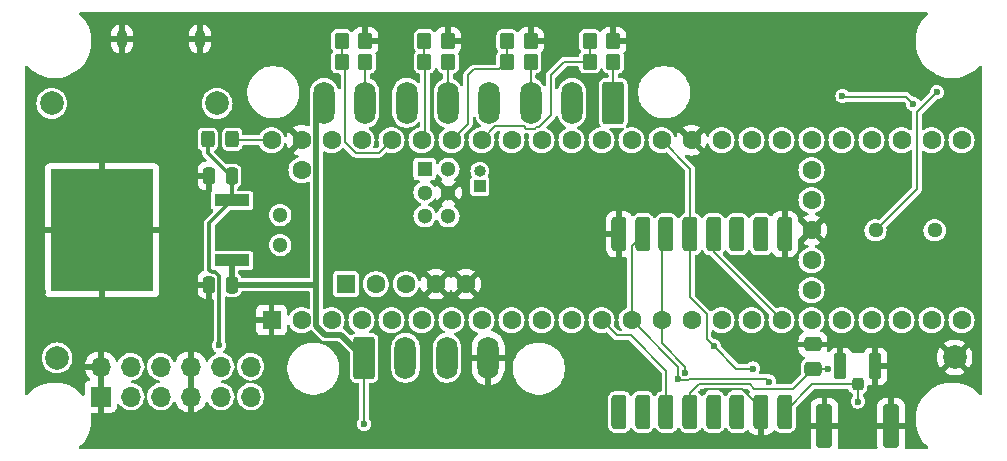
<source format=gbr>
%TF.GenerationSoftware,KiCad,Pcbnew,8.0.4*%
%TF.CreationDate,2024-11-10T13:12:41-08:00*%
%TF.ProjectId,v0.5,76302e35-2e6b-4696-9361-645f70636258,rev?*%
%TF.SameCoordinates,Original*%
%TF.FileFunction,Copper,L2,Bot*%
%TF.FilePolarity,Positive*%
%FSLAX46Y46*%
G04 Gerber Fmt 4.6, Leading zero omitted, Abs format (unit mm)*
G04 Created by KiCad (PCBNEW 8.0.4) date 2024-11-10 13:12:41*
%MOMM*%
%LPD*%
G01*
G04 APERTURE LIST*
G04 Aperture macros list*
%AMRoundRect*
0 Rectangle with rounded corners*
0 $1 Rounding radius*
0 $2 $3 $4 $5 $6 $7 $8 $9 X,Y pos of 4 corners*
0 Add a 4 corners polygon primitive as box body*
4,1,4,$2,$3,$4,$5,$6,$7,$8,$9,$2,$3,0*
0 Add four circle primitives for the rounded corners*
1,1,$1+$1,$2,$3*
1,1,$1+$1,$4,$5*
1,1,$1+$1,$6,$7*
1,1,$1+$1,$8,$9*
0 Add four rect primitives between the rounded corners*
20,1,$1+$1,$2,$3,$4,$5,0*
20,1,$1+$1,$4,$5,$6,$7,0*
20,1,$1+$1,$6,$7,$8,$9,0*
20,1,$1+$1,$8,$9,$2,$3,0*%
G04 Aperture macros list end*
%TA.AperFunction,ComponentPad*%
%ADD10C,2.000000*%
%TD*%
%TA.AperFunction,ComponentPad*%
%ADD11R,1.700000X1.700000*%
%TD*%
%TA.AperFunction,ComponentPad*%
%ADD12O,1.700000X1.700000*%
%TD*%
%TA.AperFunction,ComponentPad*%
%ADD13RoundRect,0.250000X-0.650000X-1.550000X0.650000X-1.550000X0.650000X1.550000X-0.650000X1.550000X0*%
%TD*%
%TA.AperFunction,ComponentPad*%
%ADD14O,1.800000X3.600000*%
%TD*%
%TA.AperFunction,ComponentPad*%
%ADD15RoundRect,0.250000X0.650000X1.550000X-0.650000X1.550000X-0.650000X-1.550000X0.650000X-1.550000X0*%
%TD*%
%TA.AperFunction,SMDPad,CuDef*%
%ADD16RoundRect,0.250000X-0.425000X-1.600000X0.425000X-1.600000X0.425000X1.600000X-0.425000X1.600000X0*%
%TD*%
%TA.AperFunction,ComponentPad*%
%ADD17O,0.900000X1.600000*%
%TD*%
%TA.AperFunction,ComponentPad*%
%ADD18R,1.600000X1.600000*%
%TD*%
%TA.AperFunction,ComponentPad*%
%ADD19C,1.600000*%
%TD*%
%TA.AperFunction,ComponentPad*%
%ADD20R,1.300000X1.300000*%
%TD*%
%TA.AperFunction,ComponentPad*%
%ADD21C,1.300000*%
%TD*%
%TA.AperFunction,SMDPad,CuDef*%
%ADD22RoundRect,0.250000X0.250000X0.475000X-0.250000X0.475000X-0.250000X-0.475000X0.250000X-0.475000X0*%
%TD*%
%TA.AperFunction,SMDPad,CuDef*%
%ADD23RoundRect,0.250000X0.325000X0.450000X-0.325000X0.450000X-0.325000X-0.450000X0.325000X-0.450000X0*%
%TD*%
%TA.AperFunction,SMDPad,CuDef*%
%ADD24R,2.997200X0.990600*%
%TD*%
%TA.AperFunction,SMDPad,CuDef*%
%ADD25R,8.712200X10.337800*%
%TD*%
%TA.AperFunction,SMDPad,CuDef*%
%ADD26RoundRect,0.250000X0.475000X-0.337500X0.475000X0.337500X-0.475000X0.337500X-0.475000X-0.337500X0*%
%TD*%
%TA.AperFunction,SMDPad,CuDef*%
%ADD27RoundRect,0.250000X0.350000X0.450000X-0.350000X0.450000X-0.350000X-0.450000X0.350000X-0.450000X0*%
%TD*%
%TA.AperFunction,SMDPad,CuDef*%
%ADD28RoundRect,0.250000X-0.350000X-0.450000X0.350000X-0.450000X0.350000X0.450000X-0.350000X0.450000X0*%
%TD*%
%TA.AperFunction,ComponentPad*%
%ADD29C,1.280000*%
%TD*%
%TA.AperFunction,ComponentPad*%
%ADD30R,1.000000X1.000000*%
%TD*%
%TA.AperFunction,ComponentPad*%
%ADD31O,1.000000X1.000000*%
%TD*%
%TA.AperFunction,SMDPad,CuDef*%
%ADD32RoundRect,0.317500X-0.317500X1.157500X-0.317500X-1.157500X0.317500X-1.157500X0.317500X1.157500X0*%
%TD*%
%TA.AperFunction,SMDPad,CuDef*%
%ADD33RoundRect,0.250000X0.250000X-0.275000X0.250000X0.275000X-0.250000X0.275000X-0.250000X-0.275000X0*%
%TD*%
%TA.AperFunction,SMDPad,CuDef*%
%ADD34RoundRect,0.250000X0.275000X-0.850000X0.275000X0.850000X-0.275000X0.850000X-0.275000X-0.850000X0*%
%TD*%
%TA.AperFunction,ViaPad*%
%ADD35C,0.600000*%
%TD*%
%TA.AperFunction,Conductor*%
%ADD36C,0.200000*%
%TD*%
%TA.AperFunction,Conductor*%
%ADD37C,0.300000*%
%TD*%
%TA.AperFunction,Conductor*%
%ADD38C,0.500000*%
%TD*%
G04 APERTURE END LIST*
D10*
%TO.P,TP4,1,1*%
%TO.N,GND*%
X162900000Y-104150000D03*
%TD*%
%TO.P,TP2,1,1*%
%TO.N,+5V*%
X86900000Y-104200000D03*
%TD*%
D11*
%TO.P,J3,1,Pin_1*%
%TO.N,GND*%
X90600000Y-107475000D03*
D12*
%TO.P,J3,2,Pin_2*%
X90600000Y-104935000D03*
%TO.P,J3,3,Pin_3*%
%TO.N,+5V*%
X93140000Y-107475000D03*
%TO.P,J3,4,Pin_4*%
X93140000Y-104935000D03*
%TO.P,J3,5,Pin_5*%
%TO.N,/SERVO_1*%
X95680000Y-107475000D03*
%TO.P,J3,6,Pin_6*%
%TO.N,/SERVO_3*%
X95680000Y-104935000D03*
%TO.P,J3,7,Pin_7*%
%TO.N,GND*%
X98220000Y-107475000D03*
%TO.P,J3,8,Pin_8*%
X98220000Y-104935000D03*
%TO.P,J3,9,Pin_9*%
%TO.N,+5V*%
X100760000Y-107475000D03*
%TO.P,J3,10,Pin_10*%
X100760000Y-104935000D03*
%TO.P,J3,11,Pin_11*%
%TO.N,/SERVO_2*%
X103300000Y-107475000D03*
%TO.P,J3,12,Pin_12*%
%TO.N,/SERVO_4*%
X103300000Y-104935000D03*
%TD*%
D10*
%TO.P,TP1,1,1*%
%TO.N,+3.3V*%
X86450000Y-82650000D03*
%TD*%
D13*
%TO.P,J5,1,Pin_1*%
%TO.N,/BATT*%
X112900000Y-104200000D03*
D14*
%TO.P,J5,2,Pin_2*%
%TO.N,Net-(J5-Pin_2)*%
X116400000Y-104200000D03*
%TO.P,J5,3,Pin_3*%
X119900000Y-104200000D03*
%TO.P,J5,4,Pin_4*%
%TO.N,GND*%
X123400000Y-104200000D03*
%TD*%
D15*
%TO.P,J4,1,Pin_1*%
%TO.N,/PY_TERM4*%
X134000000Y-82600000D03*
D14*
%TO.P,J4,2,Pin_2*%
%TO.N,/BATT*%
X130500000Y-82600000D03*
%TO.P,J4,3,Pin_3*%
%TO.N,/PY_TERM3*%
X127000000Y-82600000D03*
%TO.P,J4,4,Pin_4*%
%TO.N,/BATT*%
X123500000Y-82600000D03*
%TO.P,J4,5,Pin_5*%
%TO.N,/PY_TERM2*%
X120000000Y-82600000D03*
%TO.P,J4,6,Pin_6*%
%TO.N,/BATT*%
X116500000Y-82600000D03*
%TO.P,J4,7,Pin_7*%
%TO.N,/PY_TERM1*%
X113000000Y-82600000D03*
%TO.P,J4,8,Pin_8*%
%TO.N,/BATT*%
X109500000Y-82600000D03*
%TD*%
D16*
%TO.P,J7,2,Ext*%
%TO.N,GND*%
X157525000Y-109935000D03*
X151875000Y-109935000D03*
%TD*%
D10*
%TO.P,TP3,1,1*%
%TO.N,/BATT*%
X100450000Y-82650000D03*
%TD*%
D17*
%TO.P,J2,6,Shield*%
%TO.N,GND*%
X99000000Y-77200000D03*
X92400000Y-77200000D03*
%TD*%
D18*
%TO.P,U7,1,GND*%
%TO.N,GND*%
X105060000Y-101000000D03*
D19*
%TO.P,U7,2,0_RX1_CRX2_CS1*%
%TO.N,/TX1*%
X107600000Y-101000000D03*
%TO.P,U7,3,1_TX1_CTX2_MISO1*%
%TO.N,/RX1*%
X110140000Y-101000000D03*
%TO.P,U7,4,2_OUT2*%
%TO.N,/SERVO_3*%
X112680000Y-101000000D03*
%TO.P,U7,5,3_LRCLK2*%
%TO.N,/SERVO_4*%
X115220000Y-101000000D03*
%TO.P,U7,6,4_BCLK2*%
%TO.N,/SERVO_2*%
X117760000Y-101000000D03*
%TO.P,U7,7,5_IN2*%
%TO.N,/SERVO_1*%
X120300000Y-101000000D03*
%TO.P,U7,8,6_OUT1D*%
%TO.N,unconnected-(U7-6_OUT1D-Pad8)*%
X122840000Y-101000000D03*
%TO.P,U7,9,7_RX2_OUT1A*%
%TO.N,unconnected-(U7-7_RX2_OUT1A-Pad9)*%
X125380000Y-101000000D03*
%TO.P,U7,10,8_TX2_IN1*%
%TO.N,unconnected-(U7-8_TX2_IN1-Pad10)*%
X127920000Y-101000000D03*
%TO.P,U7,11,9_OUT1C*%
%TO.N,/CS_ADXL375*%
X130460000Y-101000000D03*
%TO.P,U7,12,10_CS_MQSR*%
%TO.N,/INTRPT*%
X133000000Y-101000000D03*
%TO.P,U7,13,11_MOSI_CTX1*%
%TO.N,/MOSI*%
X135540000Y-101000000D03*
%TO.P,U7,14,12_MISO_MQSL*%
%TO.N,/MISO*%
X138080000Y-101000000D03*
%TO.P,U7,15,3V3*%
%TO.N,+3.3V*%
X140620000Y-101000000D03*
%TO.P,U7,16,24_A10_TX6_SCL2*%
%TO.N,/CS_IMU*%
X143160000Y-101000000D03*
%TO.P,U7,17,25_A11_RX6_SDA2*%
%TO.N,/CS_BARO*%
X145700000Y-101000000D03*
%TO.P,U7,18,26_A12_MOSI1*%
%TO.N,/CS_RADIO*%
X148240000Y-101000000D03*
%TO.P,U7,19,27_A13_SCK1*%
%TO.N,unconnected-(U7-27_A13_SCK1-Pad19)*%
X150780000Y-101000000D03*
%TO.P,U7,20,28_RX7*%
%TO.N,unconnected-(U7-28_RX7-Pad20)*%
X153320000Y-101000000D03*
%TO.P,U7,21,29_TX7*%
%TO.N,unconnected-(U7-29_TX7-Pad21)*%
X155860000Y-101000000D03*
%TO.P,U7,22,30_CRX3*%
%TO.N,unconnected-(U7-30_CRX3-Pad22)*%
X158400000Y-101000000D03*
%TO.P,U7,23,31_CTX3*%
%TO.N,unconnected-(U7-31_CTX3-Pad23)*%
X160940000Y-101000000D03*
%TO.P,U7,24,32_OUT1B*%
%TO.N,unconnected-(U7-32_OUT1B-Pad24)*%
X163480000Y-101000000D03*
%TO.P,U7,25,33_MCLK2*%
%TO.N,/BUZZER*%
X163480000Y-85760000D03*
%TO.P,U7,26,34_RX8*%
%TO.N,unconnected-(U7-34_RX8-Pad26)*%
X160940000Y-85760000D03*
%TO.P,U7,27,35_TX8*%
%TO.N,unconnected-(U7-35_TX8-Pad27)*%
X158400000Y-85760000D03*
%TO.P,U7,28,36_CS*%
%TO.N,unconnected-(U7-36_CS-Pad28)*%
X155860000Y-85760000D03*
%TO.P,U7,29,37_CS*%
%TO.N,/C_FAULT*%
X153320000Y-85760000D03*
%TO.P,U7,30,38_CS1_IN1*%
%TO.N,/C_MEAS*%
X150780000Y-85760000D03*
%TO.P,U7,31,39_MISO1_OUT1A*%
%TO.N,/PY_1*%
X148240000Y-85760000D03*
%TO.P,U7,32,40_A16*%
%TO.N,/PY_2*%
X145700000Y-85760000D03*
%TO.P,U7,33,41_A17*%
%TO.N,/PY_3*%
X143160000Y-85760000D03*
%TO.P,U7,34,GND*%
%TO.N,GND*%
X140620000Y-85760000D03*
%TO.P,U7,35,13_SCK_LED*%
%TO.N,/SCK*%
X138080000Y-85760000D03*
%TO.P,U7,36,14_A0_TX3_SPDIF_OUT*%
%TO.N,unconnected-(U7-14_A0_TX3_SPDIF_OUT-Pad36)*%
X135540000Y-85760000D03*
%TO.P,U7,37,15_A1_RX3_SPDIF_IN*%
%TO.N,/PY_4*%
X133000000Y-85760000D03*
%TO.P,U7,38,16_A2_RX4_SCL1*%
%TO.N,unconnected-(U7-16_A2_RX4_SCL1-Pad38)*%
X130460000Y-85760000D03*
%TO.P,U7,39,17_A3_TX4_SDA1*%
%TO.N,unconnected-(U7-17_A3_TX4_SDA1-Pad39)*%
X127920000Y-85760000D03*
%TO.P,U7,40,18_A4_SDA*%
%TO.N,/TEST_MODE*%
X125380000Y-85760000D03*
%TO.P,U7,41,19_A5_SCL*%
%TO.N,/CONT_4*%
X122840000Y-85760000D03*
%TO.P,U7,42,20_A6_TX5_LRCLK1*%
%TO.N,/CONT_3*%
X120300000Y-85760000D03*
%TO.P,U7,43,21_A7_RX5_BCLK1*%
%TO.N,/CONT_2*%
X117760000Y-85760000D03*
%TO.P,U7,44,22_A8_CTX1*%
%TO.N,/CONT_1*%
X115220000Y-85760000D03*
%TO.P,U7,45,23_A9_CRX1_MCLK1*%
%TO.N,/BATT_VOLT*%
X112680000Y-85760000D03*
%TO.P,U7,46,3V3*%
%TO.N,+3.3V*%
X110140000Y-85760000D03*
%TO.P,U7,47,GND*%
%TO.N,GND*%
X107600000Y-85760000D03*
%TO.P,U7,48,VIN*%
%TO.N,/VUSB*%
X105060000Y-85760000D03*
%TO.P,U7,49,VUSB*%
X107600000Y-88300000D03*
%TO.P,U7,50,VBAT*%
%TO.N,unconnected-(U7-VBAT-Pad50)*%
X150780000Y-98460000D03*
%TO.P,U7,51,3V3*%
%TO.N,+3.3V*%
X150780000Y-95920000D03*
%TO.P,U7,52,GND*%
%TO.N,GND*%
X150780000Y-93380000D03*
%TO.P,U7,53,PROGRAM*%
%TO.N,unconnected-(U7-PROGRAM-Pad53)*%
X150780000Y-90840000D03*
%TO.P,U7,54,ON_OFF*%
%TO.N,unconnected-(U7-ON_OFF-Pad54)*%
X150780000Y-88300000D03*
D18*
%TO.P,U7,55,5V*%
%TO.N,unconnected-(U7-5V-Pad55)*%
X111359200Y-97949200D03*
D19*
%TO.P,U7,56,D-*%
%TO.N,unconnected-(U7-D--Pad56)*%
X113899200Y-97949200D03*
%TO.P,U7,57,D+*%
%TO.N,unconnected-(U7-D+-Pad57)*%
X116439200Y-97949200D03*
%TO.P,U7,58,GND*%
%TO.N,GND*%
X118979200Y-97949200D03*
%TO.P,U7,59,GND*%
X121519200Y-97949200D03*
D20*
%TO.P,U7,60,R+*%
%TO.N,unconnected-(U7-R+-Pad60)*%
X118030000Y-88198400D03*
D21*
%TO.P,U7,61,LED*%
%TO.N,unconnected-(U7-LED-Pad61)*%
X118030000Y-90198400D03*
%TO.P,U7,62,T-*%
%TO.N,unconnected-(U7-T--Pad62)*%
X118030000Y-92198400D03*
%TO.P,U7,63,T+*%
%TO.N,unconnected-(U7-T+-Pad63)*%
X120030000Y-92198400D03*
%TO.P,U7,64,GND*%
%TO.N,GND*%
X120030000Y-90198400D03*
%TO.P,U7,65,R-*%
%TO.N,unconnected-(U7-R--Pad65)*%
X120030000Y-88198400D03*
%TO.P,U7,66,D-*%
%TO.N,/D-*%
X105790000Y-92110000D03*
%TO.P,U7,67,D+*%
%TO.N,/D+*%
X105790000Y-94650000D03*
%TD*%
D22*
%TO.P,C4,1*%
%TO.N,/BATT*%
X101700000Y-98000000D03*
%TO.P,C4,2*%
%TO.N,GND*%
X99800000Y-98000000D03*
%TD*%
D23*
%TO.P,F1,1*%
%TO.N,/VUSB*%
X101725000Y-85700000D03*
%TO.P,F1,2*%
%TO.N,+5V*%
X99675000Y-85700000D03*
%TD*%
D24*
%TO.P,U2,1,OUT*%
%TO.N,+5V*%
X101710900Y-90860000D03*
%TO.P,U2,2,IN*%
%TO.N,/BATT*%
X101710900Y-95940000D03*
D25*
%TO.P,U2,3,GND*%
%TO.N,GND*%
X90700000Y-93400000D03*
%TD*%
D26*
%TO.P,C10,1*%
%TO.N,+3.3V*%
X150900000Y-105137500D03*
%TO.P,C10,2*%
%TO.N,GND*%
X150900000Y-103062500D03*
%TD*%
D27*
%TO.P,R11,1*%
%TO.N,/PY_TERM2*%
X120000000Y-79117500D03*
%TO.P,R11,2*%
%TO.N,/CONT_2*%
X118000000Y-79117500D03*
%TD*%
%TO.P,R18,1*%
%TO.N,/PY_TERM4*%
X134000000Y-79117500D03*
%TO.P,R18,2*%
%TO.N,/CONT_4*%
X132000000Y-79117500D03*
%TD*%
D28*
%TO.P,R13,1*%
%TO.N,/CONT_2*%
X118000000Y-77367500D03*
%TO.P,R13,2*%
%TO.N,GND*%
X120000000Y-77367500D03*
%TD*%
D22*
%TO.P,C5,1*%
%TO.N,+5V*%
X101700000Y-88800000D03*
%TO.P,C5,2*%
%TO.N,GND*%
X99800000Y-88800000D03*
%TD*%
D27*
%TO.P,R10,1*%
%TO.N,/PY_TERM1*%
X113000000Y-79117500D03*
%TO.P,R10,2*%
%TO.N,/CONT_1*%
X111000000Y-79117500D03*
%TD*%
%TO.P,R17,1*%
%TO.N,/PY_TERM3*%
X127000000Y-79117500D03*
%TO.P,R17,2*%
%TO.N,/CONT_3*%
X125000000Y-79117500D03*
%TD*%
D29*
%TO.P,LS1,1*%
%TO.N,+3.3V*%
X161200000Y-93400000D03*
%TO.P,LS1,2*%
%TO.N,Net-(Q1-C)*%
X156200000Y-93400000D03*
%TD*%
D28*
%TO.P,R12,1*%
%TO.N,/CONT_1*%
X111000000Y-77367500D03*
%TO.P,R12,2*%
%TO.N,GND*%
X113000000Y-77367500D03*
%TD*%
D30*
%TO.P,J1,1,Pin_1*%
%TO.N,/BATT*%
X122700000Y-89670000D03*
D31*
%TO.P,J1,2,Pin_2*%
%TO.N,Net-(J1-Pin_2)*%
X122700000Y-88400000D03*
%TD*%
D28*
%TO.P,R20,1*%
%TO.N,/CONT_4*%
X132000000Y-77367500D03*
%TO.P,R20,2*%
%TO.N,GND*%
X134000000Y-77367500D03*
%TD*%
D32*
%TO.P,U8,1,GND*%
%TO.N,GND*%
X134500000Y-93725000D03*
%TO.P,U8,2,MISO*%
%TO.N,/MOSI*%
X136500000Y-93725000D03*
%TO.P,U8,3,MOSI*%
%TO.N,/MISO*%
X138500000Y-93725000D03*
%TO.P,U8,4,SCK*%
%TO.N,/SCK*%
X140500000Y-93725000D03*
%TO.P,U8,5,NSS*%
%TO.N,/CS_RADIO*%
X142500000Y-93725000D03*
%TO.P,U8,6,RESET*%
%TO.N,unconnected-(U8-RESET-Pad6)*%
X144500000Y-93725000D03*
%TO.P,U8,7,DIO5*%
%TO.N,unconnected-(U8-DIO5-Pad7)*%
X146500000Y-93725000D03*
%TO.P,U8,8,GND*%
%TO.N,GND*%
X148500000Y-93725000D03*
%TO.P,U8,9,ANT*%
%TO.N,/ANT*%
X148500000Y-108775000D03*
%TO.P,U8,10,GND*%
%TO.N,GND*%
X146500000Y-108775000D03*
%TO.P,U8,11,DIO3*%
%TO.N,unconnected-(U8-DIO3-Pad11)*%
X144500000Y-108775000D03*
%TO.P,U8,12,DIO4*%
%TO.N,unconnected-(U8-DIO4-Pad12)*%
X142500000Y-108775000D03*
%TO.P,U8,13,3.3V*%
%TO.N,+3.3V*%
X140500000Y-108775000D03*
%TO.P,U8,14,DIO0*%
%TO.N,/INTRPT*%
X138500000Y-108775000D03*
%TO.P,U8,15,DIO1*%
%TO.N,unconnected-(U8-DIO1-Pad15)*%
X136500000Y-108775000D03*
%TO.P,U8,16,DIO2*%
%TO.N,unconnected-(U8-DIO2-Pad16)*%
X134500000Y-108775000D03*
%TD*%
D33*
%TO.P,J6,1,In*%
%TO.N,/ANT*%
X154700000Y-106450000D03*
D34*
%TO.P,J6,2,Ext*%
%TO.N,GND*%
X153225000Y-104925000D03*
X156175000Y-104925000D03*
%TD*%
D28*
%TO.P,R19,1*%
%TO.N,/CONT_3*%
X125000000Y-77367500D03*
%TO.P,R19,2*%
%TO.N,GND*%
X127000000Y-77367500D03*
%TD*%
D35*
%TO.N,+3.3V*%
X152200000Y-105100000D03*
X159400000Y-82700000D03*
X153400000Y-82050000D03*
%TO.N,+5V*%
X100600000Y-103150000D03*
%TO.N,/ANT*%
X154700000Y-107900000D03*
%TO.N,/BATT*%
X112900000Y-109800000D03*
%TO.N,Net-(Q1-C)*%
X161400000Y-81700000D03*
%TO.N,/MOSI*%
X147150002Y-106200000D03*
X139500000Y-106000000D03*
%TO.N,/MISO*%
X140100001Y-105470846D03*
%TO.N,/SCK*%
X142500000Y-103200000D03*
X145800000Y-105100000D03*
%TO.N,GND*%
X98000000Y-101800000D03*
X85200000Y-88100000D03*
X127300000Y-89000000D03*
X143283750Y-80483750D03*
X137100000Y-104888001D03*
X146400000Y-102900000D03*
X141572549Y-107071330D03*
X98100000Y-86200000D03*
X157450000Y-107150000D03*
X131600000Y-105600000D03*
X85700000Y-98600000D03*
X113800000Y-88000000D03*
X149900000Y-80500000D03*
X162200000Y-83500000D03*
X137500000Y-110500000D03*
X97800000Y-90500000D03*
%TD*%
D36*
%TO.N,+3.3V*%
X150900000Y-105137500D02*
X149237500Y-106800000D01*
X158800000Y-82100000D02*
X153450000Y-82100000D01*
X145548529Y-106400000D02*
X141251471Y-106400000D01*
X150937500Y-105100000D02*
X150900000Y-105137500D01*
X152200000Y-105100000D02*
X150937500Y-105100000D01*
X141251471Y-106400000D02*
X140500000Y-107151471D01*
X159400000Y-82700000D02*
X158800000Y-82100000D01*
X140500000Y-107151471D02*
X140500000Y-108775000D01*
X153450000Y-82100000D02*
X153400000Y-82050000D01*
X145948529Y-106800000D02*
X145548529Y-106400000D01*
X149237500Y-106800000D02*
X145948529Y-106800000D01*
D37*
%TO.N,+5V*%
X99800000Y-96723000D02*
X99800000Y-92770900D01*
X100305456Y-96925000D02*
X100002000Y-96925000D01*
X100600000Y-103150000D02*
X100650000Y-103100000D01*
X101700000Y-88800000D02*
X101600000Y-88800000D01*
X100002000Y-96925000D02*
X99800000Y-96723000D01*
X101710900Y-90860000D02*
X101710900Y-88810900D01*
X99650000Y-86850000D02*
X99650000Y-85725000D01*
X100650000Y-97269544D02*
X100305456Y-96925000D01*
X100650000Y-103100000D02*
X100650000Y-97269544D01*
X101600000Y-88800000D02*
X99650000Y-86850000D01*
X101710900Y-88810900D02*
X101700000Y-88800000D01*
X99800000Y-92770900D02*
X101710900Y-90860000D01*
D36*
%TO.N,/CS_RADIO*%
X148240000Y-101000000D02*
X142500000Y-95260000D01*
X142500000Y-95260000D02*
X142500000Y-93725000D01*
%TO.N,/ANT*%
X150825000Y-106450000D02*
X154700000Y-106450000D01*
X154700000Y-107900000D02*
X154700000Y-106450000D01*
X148500000Y-108775000D02*
X150825000Y-106450000D01*
D38*
%TO.N,/BATT*%
X101700000Y-98000000D02*
X101700000Y-95950900D01*
X108850000Y-98000000D02*
X101700000Y-98000000D01*
X108850000Y-83250000D02*
X108850000Y-98000000D01*
X108850000Y-101477767D02*
X108850000Y-98000000D01*
X112900000Y-104200000D02*
X110950000Y-102250000D01*
D36*
X112900000Y-109800000D02*
X112900000Y-104200000D01*
D38*
X110950000Y-102250000D02*
X109622233Y-102250000D01*
X109622233Y-102250000D02*
X108850000Y-101477767D01*
X101700000Y-95950900D02*
X101710900Y-95940000D01*
D36*
%TO.N,/PY_TERM1*%
X113000000Y-82600000D02*
X113000000Y-79117500D01*
%TO.N,/PY_TERM2*%
X120000000Y-82600000D02*
X120000000Y-79117500D01*
%TO.N,/PY_TERM3*%
X127000000Y-82600000D02*
X127000000Y-79117500D01*
%TO.N,/PY_TERM4*%
X134000000Y-82600000D02*
X134000000Y-79117500D01*
%TO.N,Net-(Q1-C)*%
X159700000Y-89900000D02*
X156200000Y-93400000D01*
X161400000Y-81700000D02*
X159700000Y-83400000D01*
X159700000Y-83400000D02*
X159700000Y-89900000D01*
%TO.N,/MOSI*%
X139500000Y-106000000D02*
X139500000Y-104960000D01*
X135540000Y-101000000D02*
X135540000Y-94685000D01*
X135540000Y-94685000D02*
X136500000Y-93725000D01*
X147150002Y-106200000D02*
X146950002Y-106000000D01*
X140348530Y-106070846D02*
X139570846Y-106070846D01*
X139500000Y-104960000D02*
X135540000Y-101000000D01*
X146950002Y-106000000D02*
X140419376Y-106000000D01*
X140419376Y-106000000D02*
X140348530Y-106070846D01*
X139570846Y-106070846D02*
X139500000Y-106000000D01*
%TO.N,/MISO*%
X138080000Y-102974314D02*
X138080000Y-101000000D01*
X138080000Y-94145000D02*
X138204657Y-94020343D01*
X140100001Y-105470846D02*
X140100001Y-104994315D01*
X140100001Y-104994315D02*
X138080000Y-102974314D01*
X138080000Y-101000000D02*
X138080000Y-94145000D01*
%TO.N,/SCK*%
X144400000Y-105100000D02*
X142500000Y-103200000D01*
X141900000Y-100450000D02*
X140500000Y-99050000D01*
X140500000Y-93725000D02*
X140500000Y-88180000D01*
X140500000Y-99050000D02*
X140500000Y-93725000D01*
X145800000Y-105100000D02*
X144400000Y-105100000D01*
X141900000Y-102600000D02*
X141900000Y-100450000D01*
X142500000Y-103200000D02*
X141900000Y-102600000D01*
X140500000Y-88180000D02*
X138080000Y-85760000D01*
%TO.N,/CONT_1*%
X111300000Y-85935635D02*
X112224365Y-86860000D01*
X114120000Y-86860000D02*
X115220000Y-85760000D01*
X112224365Y-86860000D02*
X114120000Y-86860000D01*
X111000000Y-77367500D02*
X111000000Y-79117500D01*
X111300000Y-79417500D02*
X111300000Y-85935635D01*
%TO.N,/CONT_3*%
X125000000Y-77367500D02*
X125000000Y-79117500D01*
X122200000Y-79767500D02*
X121700000Y-80267500D01*
X125000000Y-79117500D02*
X124350000Y-79767500D01*
X124350000Y-79767500D02*
X122200000Y-79767500D01*
X121700000Y-84360000D02*
X120300000Y-85760000D01*
X121700000Y-80267500D02*
X121700000Y-84360000D01*
%TO.N,/CONT_2*%
X118040000Y-79157500D02*
X118040000Y-85480000D01*
X118000000Y-77367500D02*
X118000000Y-79117500D01*
%TO.N,/CONT_4*%
X126602944Y-84800000D02*
X127324365Y-84800000D01*
X132000000Y-77367500D02*
X132000000Y-79117500D01*
X127707500Y-84660000D02*
X128700000Y-83667500D01*
X126402944Y-84600000D02*
X126602944Y-84800000D01*
X127324365Y-84800000D02*
X127464365Y-84660000D01*
X127464365Y-84660000D02*
X127707500Y-84660000D01*
X122840000Y-85760000D02*
X124000000Y-84600000D01*
X124000000Y-84600000D02*
X126402944Y-84600000D01*
X128700000Y-83667500D02*
X128700000Y-80267500D01*
X128700000Y-80267500D02*
X129850000Y-79117500D01*
X129850000Y-79117500D02*
X132000000Y-79117500D01*
%TO.N,GND*%
X141700000Y-106800000D02*
X144873278Y-106800000D01*
X141572549Y-107071330D02*
X141572549Y-106927451D01*
X146500000Y-108426722D02*
X146500000Y-108775000D01*
X141572549Y-106927451D02*
X141700000Y-106800000D01*
X144873278Y-106800000D02*
X146500000Y-108426722D01*
%TO.N,/VUSB*%
X101785000Y-85760000D02*
X105060000Y-85760000D01*
%TO.N,/INTRPT*%
X134300000Y-102300000D02*
X135500000Y-102300000D01*
X138500000Y-105300000D02*
X138500000Y-108775000D01*
X135500000Y-102300000D02*
X138500000Y-105300000D01*
X133000000Y-101000000D02*
X134300000Y-102300000D01*
%TD*%
%TA.AperFunction,Conductor*%
%TO.N,GND*%
G36*
X141975278Y-106820185D02*
G01*
X142021033Y-106872989D01*
X142030977Y-106942147D01*
X142001952Y-107005703D01*
X141943174Y-107043477D01*
X141942900Y-107043557D01*
X141935119Y-107045818D01*
X141935112Y-107045820D01*
X141800715Y-107125301D01*
X141800707Y-107125307D01*
X141690307Y-107235707D01*
X141690301Y-107235715D01*
X141606849Y-107376827D01*
X141603930Y-107375100D01*
X141569060Y-107416965D01*
X141502417Y-107437952D01*
X141435006Y-107419578D01*
X141395321Y-107375543D01*
X141393151Y-107376827D01*
X141369322Y-107336535D01*
X141309697Y-107235713D01*
X141309695Y-107235711D01*
X141309692Y-107235707D01*
X141233605Y-107159620D01*
X141200120Y-107098297D01*
X141205104Y-107028605D01*
X141233602Y-106984260D01*
X141381046Y-106836816D01*
X141442368Y-106803334D01*
X141468726Y-106800500D01*
X141908239Y-106800500D01*
X141975278Y-106820185D01*
G37*
%TD.AperFunction*%
%TA.AperFunction,Conductor*%
G36*
X143975278Y-106820185D02*
G01*
X144021033Y-106872989D01*
X144030977Y-106942147D01*
X144001952Y-107005703D01*
X143943174Y-107043477D01*
X143942900Y-107043557D01*
X143935119Y-107045818D01*
X143935112Y-107045820D01*
X143800715Y-107125301D01*
X143800707Y-107125307D01*
X143690307Y-107235707D01*
X143690301Y-107235715D01*
X143606849Y-107376827D01*
X143603930Y-107375100D01*
X143569060Y-107416965D01*
X143502417Y-107437952D01*
X143435006Y-107419578D01*
X143395321Y-107375543D01*
X143393151Y-107376827D01*
X143369322Y-107336535D01*
X143309697Y-107235713D01*
X143309695Y-107235711D01*
X143309692Y-107235707D01*
X143199292Y-107125307D01*
X143199284Y-107125301D01*
X143153622Y-107098297D01*
X143064888Y-107045820D01*
X143057166Y-107043576D01*
X142998281Y-107005970D01*
X142969074Y-106942498D01*
X142978820Y-106873311D01*
X143024423Y-106820377D01*
X143091406Y-106800501D01*
X143091761Y-106800500D01*
X143908239Y-106800500D01*
X143975278Y-106820185D01*
G37*
%TD.AperFunction*%
%TA.AperFunction,Conductor*%
G36*
X145398313Y-106820185D02*
G01*
X145418955Y-106836819D01*
X145526347Y-106944211D01*
X145559832Y-107005534D01*
X145554848Y-107075226D01*
X145541955Y-107098011D01*
X145543013Y-107098676D01*
X145482828Y-107194459D01*
X145430493Y-107240750D01*
X145361439Y-107251398D01*
X145297591Y-107223023D01*
X145290153Y-107216168D01*
X145199292Y-107125307D01*
X145199284Y-107125301D01*
X145153622Y-107098297D01*
X145064888Y-107045820D01*
X145057166Y-107043576D01*
X144998281Y-107005970D01*
X144969074Y-106942498D01*
X144978820Y-106873311D01*
X145024423Y-106820377D01*
X145091406Y-106800501D01*
X145091761Y-106800500D01*
X145331274Y-106800500D01*
X145398313Y-106820185D01*
G37*
%TD.AperFunction*%
%TA.AperFunction,Conductor*%
G36*
X98470000Y-107041988D02*
G01*
X98412993Y-107009075D01*
X98285826Y-106975000D01*
X98154174Y-106975000D01*
X98027007Y-107009075D01*
X97970000Y-107041988D01*
X97970000Y-105368012D01*
X98027007Y-105400925D01*
X98154174Y-105435000D01*
X98285826Y-105435000D01*
X98412993Y-105400925D01*
X98470000Y-105368012D01*
X98470000Y-107041988D01*
G37*
%TD.AperFunction*%
%TA.AperFunction,Conductor*%
G36*
X119630000Y-90251061D02*
G01*
X119657259Y-90352794D01*
X119709920Y-90444006D01*
X119784394Y-90518480D01*
X119875606Y-90571141D01*
X119977339Y-90598400D01*
X119983553Y-90598400D01*
X119412991Y-91168959D01*
X119478227Y-91209352D01*
X119524862Y-91261380D01*
X119535966Y-91330362D01*
X119508013Y-91394396D01*
X119491614Y-91410632D01*
X119354642Y-91523042D01*
X119235864Y-91667773D01*
X119235862Y-91667776D01*
X119147603Y-91832899D01*
X119145274Y-91838523D01*
X119143243Y-91837682D01*
X119110361Y-91887856D01*
X119046549Y-91916312D01*
X118977482Y-91905750D01*
X118925089Y-91859525D01*
X118915375Y-91838254D01*
X118914726Y-91838523D01*
X118912396Y-91832899D01*
X118824137Y-91667776D01*
X118824135Y-91667773D01*
X118705357Y-91523042D01*
X118560626Y-91404264D01*
X118560623Y-91404262D01*
X118395500Y-91316003D01*
X118389877Y-91313674D01*
X118390718Y-91311641D01*
X118340552Y-91278773D01*
X118312089Y-91214963D01*
X118322643Y-91145895D01*
X118368862Y-91093497D01*
X118390146Y-91083776D01*
X118389877Y-91083126D01*
X118395497Y-91080797D01*
X118395501Y-91080796D01*
X118560625Y-90992536D01*
X118705357Y-90873757D01*
X118818035Y-90736458D01*
X118875780Y-90697125D01*
X118945625Y-90695254D01*
X119005393Y-90731441D01*
X119024888Y-90759853D01*
X119048059Y-90806387D01*
X119048064Y-90806396D01*
X119056836Y-90818010D01*
X119630000Y-90244846D01*
X119630000Y-90251061D01*
G37*
%TD.AperFunction*%
%TA.AperFunction,Conductor*%
G36*
X119185701Y-88652595D02*
G01*
X119213856Y-88687853D01*
X119235862Y-88729023D01*
X119235864Y-88729026D01*
X119354642Y-88873757D01*
X119491614Y-88986167D01*
X119530948Y-89043913D01*
X119532819Y-89113757D01*
X119496631Y-89173526D01*
X119478226Y-89187447D01*
X119412992Y-89227837D01*
X119412991Y-89227839D01*
X119983553Y-89798400D01*
X119977339Y-89798400D01*
X119875606Y-89825659D01*
X119784394Y-89878320D01*
X119709920Y-89952794D01*
X119657259Y-90044006D01*
X119630000Y-90145739D01*
X119630000Y-90151952D01*
X119056836Y-89578788D01*
X119048059Y-89590410D01*
X119024886Y-89636948D01*
X118977383Y-89688185D01*
X118909720Y-89705605D01*
X118843380Y-89683678D01*
X118818034Y-89660340D01*
X118705357Y-89523042D01*
X118560628Y-89404266D01*
X118560626Y-89404265D01*
X118560625Y-89404264D01*
X118519451Y-89382256D01*
X118469609Y-89333295D01*
X118454148Y-89265158D01*
X118477979Y-89199478D01*
X118533537Y-89157109D01*
X118577905Y-89148899D01*
X118724864Y-89148899D01*
X118724879Y-89148897D01*
X118724882Y-89148897D01*
X118749987Y-89145986D01*
X118749988Y-89145985D01*
X118749991Y-89145985D01*
X118852765Y-89100606D01*
X118932206Y-89021165D01*
X118977585Y-88918391D01*
X118980500Y-88893265D01*
X118980499Y-88746305D01*
X119000183Y-88679269D01*
X119052987Y-88633514D01*
X119122145Y-88623570D01*
X119185701Y-88652595D01*
G37*
%TD.AperFunction*%
%TA.AperFunction,Conductor*%
G36*
X160582408Y-74920185D02*
G01*
X160628163Y-74972989D01*
X160638107Y-75042147D01*
X160609082Y-75105703D01*
X160603050Y-75112181D01*
X160384491Y-75330739D01*
X160384487Y-75330743D01*
X160167372Y-75602998D01*
X160167371Y-75603000D01*
X159982092Y-75897869D01*
X159830999Y-76211617D01*
X159715985Y-76540307D01*
X159715982Y-76540315D01*
X159638491Y-76879829D01*
X159638489Y-76879841D01*
X159599500Y-77225875D01*
X159599500Y-77574124D01*
X159638489Y-77920158D01*
X159638491Y-77920170D01*
X159715982Y-78259684D01*
X159715985Y-78259692D01*
X159830999Y-78588382D01*
X159982092Y-78902130D01*
X160167371Y-79196999D01*
X160167372Y-79197001D01*
X160384487Y-79469256D01*
X160630743Y-79715512D01*
X160902998Y-79932627D01*
X160903001Y-79932628D01*
X160903003Y-79932630D01*
X161195890Y-80116664D01*
X161197869Y-80117907D01*
X161245212Y-80140706D01*
X161511621Y-80269002D01*
X161758488Y-80355384D01*
X161840307Y-80384014D01*
X161840315Y-80384017D01*
X161840318Y-80384017D01*
X161840319Y-80384018D01*
X162179829Y-80461509D01*
X162525876Y-80500499D01*
X162525877Y-80500500D01*
X162525880Y-80500500D01*
X162874123Y-80500500D01*
X162874123Y-80500499D01*
X163220171Y-80461509D01*
X163559681Y-80384018D01*
X163888379Y-80269002D01*
X164202133Y-80117906D01*
X164496997Y-79932630D01*
X164497001Y-79932627D01*
X164769256Y-79715512D01*
X164769260Y-79715508D01*
X164769263Y-79715506D01*
X164987819Y-79496950D01*
X165049142Y-79463465D01*
X165118834Y-79468449D01*
X165174767Y-79510321D01*
X165199184Y-79575785D01*
X165199500Y-79584631D01*
X165199500Y-107215369D01*
X165179815Y-107282408D01*
X165127011Y-107328163D01*
X165057853Y-107338107D01*
X164994297Y-107309082D01*
X164987819Y-107303050D01*
X164769256Y-107084487D01*
X164497001Y-106867372D01*
X164496999Y-106867371D01*
X164202130Y-106682092D01*
X163888382Y-106530999D01*
X163559692Y-106415985D01*
X163559684Y-106415982D01*
X163300221Y-106356762D01*
X163220171Y-106338491D01*
X163220167Y-106338490D01*
X163220158Y-106338489D01*
X162874124Y-106299500D01*
X162874120Y-106299500D01*
X162525880Y-106299500D01*
X162525875Y-106299500D01*
X162179841Y-106338489D01*
X162179829Y-106338491D01*
X161840315Y-106415982D01*
X161840307Y-106415985D01*
X161511617Y-106530999D01*
X161197869Y-106682092D01*
X160903000Y-106867371D01*
X160902998Y-106867372D01*
X160630743Y-107084487D01*
X160384487Y-107330743D01*
X160167372Y-107602998D01*
X160167371Y-107603000D01*
X159982092Y-107897869D01*
X159830999Y-108211617D01*
X159715985Y-108540307D01*
X159715982Y-108540315D01*
X159638491Y-108879829D01*
X159638489Y-108879841D01*
X159599500Y-109225875D01*
X159599500Y-109574124D01*
X159638489Y-109920158D01*
X159638491Y-109920170D01*
X159715982Y-110259684D01*
X159715985Y-110259692D01*
X159830999Y-110588382D01*
X159982092Y-110902130D01*
X160167371Y-111196999D01*
X160167372Y-111197001D01*
X160384487Y-111469256D01*
X160603050Y-111687819D01*
X160636535Y-111749142D01*
X160631551Y-111818834D01*
X160589679Y-111874767D01*
X160524215Y-111899184D01*
X160515369Y-111899500D01*
X158791041Y-111899500D01*
X158724002Y-111879815D01*
X158678247Y-111827011D01*
X158668303Y-111757853D01*
X158673335Y-111736496D01*
X158689505Y-111687697D01*
X158689506Y-111687690D01*
X158699999Y-111584986D01*
X158700000Y-111584973D01*
X158700000Y-110185000D01*
X156350001Y-110185000D01*
X156350001Y-111584986D01*
X156360493Y-111687695D01*
X156376665Y-111736495D01*
X156379067Y-111806323D01*
X156343336Y-111866366D01*
X156280816Y-111897559D01*
X156258959Y-111899500D01*
X153141041Y-111899500D01*
X153074002Y-111879815D01*
X153028247Y-111827011D01*
X153018303Y-111757853D01*
X153023335Y-111736496D01*
X153039505Y-111687697D01*
X153039506Y-111687690D01*
X153049999Y-111584986D01*
X153050000Y-111584973D01*
X153050000Y-110185000D01*
X150700001Y-110185000D01*
X150700001Y-111584986D01*
X150710493Y-111687695D01*
X150726665Y-111736495D01*
X150729067Y-111806323D01*
X150693336Y-111866366D01*
X150630816Y-111897559D01*
X150608959Y-111899500D01*
X88884631Y-111899500D01*
X88817592Y-111879815D01*
X88771837Y-111827011D01*
X88761893Y-111757853D01*
X88790918Y-111694297D01*
X88796950Y-111687819D01*
X88899796Y-111584973D01*
X89015506Y-111469263D01*
X89232630Y-111196997D01*
X89417906Y-110902133D01*
X89569002Y-110588379D01*
X89684018Y-110259681D01*
X89761509Y-109920171D01*
X89800500Y-109574120D01*
X89800500Y-109225880D01*
X89790435Y-109136558D01*
X89770868Y-108962884D01*
X89782922Y-108894062D01*
X89830272Y-108842682D01*
X89894088Y-108825000D01*
X90350000Y-108825000D01*
X90350000Y-107908012D01*
X90407007Y-107940925D01*
X90534174Y-107975000D01*
X90665826Y-107975000D01*
X90792993Y-107940925D01*
X90850000Y-107908012D01*
X90850000Y-108825000D01*
X91497828Y-108825000D01*
X91497844Y-108824999D01*
X91557372Y-108818598D01*
X91557379Y-108818596D01*
X91692086Y-108768354D01*
X91692093Y-108768350D01*
X91807187Y-108682190D01*
X91807190Y-108682187D01*
X91893350Y-108567093D01*
X91893354Y-108567086D01*
X91943596Y-108432379D01*
X91943598Y-108432372D01*
X91949999Y-108372844D01*
X91950000Y-108372827D01*
X91950000Y-108178268D01*
X91969685Y-108111229D01*
X92022489Y-108065474D01*
X92091647Y-108055530D01*
X92155203Y-108084555D01*
X92172950Y-108103537D01*
X92286128Y-108253407D01*
X92443698Y-108397052D01*
X92624981Y-108509298D01*
X92823802Y-108586321D01*
X93033390Y-108625500D01*
X93033392Y-108625500D01*
X93246608Y-108625500D01*
X93246610Y-108625500D01*
X93456198Y-108586321D01*
X93655019Y-108509298D01*
X93836302Y-108397052D01*
X93993872Y-108253407D01*
X94122366Y-108083255D01*
X94136171Y-108055530D01*
X94217403Y-107892394D01*
X94217403Y-107892393D01*
X94217405Y-107892389D01*
X94275756Y-107687310D01*
X94286529Y-107571047D01*
X94312315Y-107506111D01*
X94356869Y-107474194D01*
X94320497Y-107453331D01*
X94288307Y-107391318D01*
X94286529Y-107378951D01*
X94283635Y-107347724D01*
X94275756Y-107262690D01*
X94217405Y-107057611D01*
X94217403Y-107057606D01*
X94217403Y-107057605D01*
X94122367Y-106866746D01*
X93993872Y-106696593D01*
X93971885Y-106676549D01*
X93836302Y-106552948D01*
X93655019Y-106440702D01*
X93655017Y-106440701D01*
X93480230Y-106372989D01*
X93456198Y-106363679D01*
X93259385Y-106326888D01*
X93197106Y-106295221D01*
X93161833Y-106234908D01*
X93164767Y-106165100D01*
X93204976Y-106107960D01*
X93259384Y-106083111D01*
X93456198Y-106046321D01*
X93655019Y-105969298D01*
X93836302Y-105857052D01*
X93993872Y-105713407D01*
X94122366Y-105543255D01*
X94129822Y-105528282D01*
X94217403Y-105352394D01*
X94217403Y-105352393D01*
X94217405Y-105352389D01*
X94275756Y-105147310D01*
X94286529Y-105031047D01*
X94312315Y-104966111D01*
X94354622Y-104935804D01*
X94463130Y-104935804D01*
X94499503Y-104956668D01*
X94531693Y-105018681D01*
X94533470Y-105031047D01*
X94544244Y-105147310D01*
X94600752Y-105345913D01*
X94602596Y-105352392D01*
X94602596Y-105352394D01*
X94697632Y-105543253D01*
X94804709Y-105685044D01*
X94826128Y-105713407D01*
X94983698Y-105857052D01*
X95164981Y-105969298D01*
X95363802Y-106046321D01*
X95560613Y-106083111D01*
X95622893Y-106114779D01*
X95658166Y-106175092D01*
X95655232Y-106244900D01*
X95615023Y-106302040D01*
X95560613Y-106326888D01*
X95363802Y-106363679D01*
X95363799Y-106363679D01*
X95363799Y-106363680D01*
X95164982Y-106440701D01*
X95164980Y-106440702D01*
X94983699Y-106552947D01*
X94826127Y-106696593D01*
X94697632Y-106866746D01*
X94602596Y-107057605D01*
X94602596Y-107057607D01*
X94544244Y-107262689D01*
X94533471Y-107378951D01*
X94507685Y-107443888D01*
X94463130Y-107475804D01*
X94499503Y-107496668D01*
X94531693Y-107558681D01*
X94533470Y-107571047D01*
X94544244Y-107687310D01*
X94597675Y-107875099D01*
X94602596Y-107892392D01*
X94602596Y-107892394D01*
X94697632Y-108083253D01*
X94787940Y-108202839D01*
X94826128Y-108253407D01*
X94983698Y-108397052D01*
X95164981Y-108509298D01*
X95363802Y-108586321D01*
X95573390Y-108625500D01*
X95573392Y-108625500D01*
X95786608Y-108625500D01*
X95786610Y-108625500D01*
X95996198Y-108586321D01*
X96195019Y-108509298D01*
X96376302Y-108397052D01*
X96533872Y-108253407D01*
X96662366Y-108083255D01*
X96729325Y-107948781D01*
X96776825Y-107897548D01*
X96844488Y-107880126D01*
X96910828Y-107902051D01*
X96952705Y-107951651D01*
X97046399Y-108152578D01*
X97181894Y-108346082D01*
X97348917Y-108513105D01*
X97542421Y-108648600D01*
X97756507Y-108748429D01*
X97756516Y-108748433D01*
X97970000Y-108805634D01*
X97970000Y-107908012D01*
X98027007Y-107940925D01*
X98154174Y-107975000D01*
X98285826Y-107975000D01*
X98412993Y-107940925D01*
X98470000Y-107908012D01*
X98470000Y-108805633D01*
X98683483Y-108748433D01*
X98683492Y-108748429D01*
X98897578Y-108648600D01*
X99091082Y-108513105D01*
X99258105Y-108346082D01*
X99393600Y-108152578D01*
X99487294Y-107951651D01*
X99533466Y-107899212D01*
X99600660Y-107880060D01*
X99667541Y-107900276D01*
X99710676Y-107948785D01*
X99777632Y-108083253D01*
X99867940Y-108202839D01*
X99906128Y-108253407D01*
X100063698Y-108397052D01*
X100244981Y-108509298D01*
X100443802Y-108586321D01*
X100653390Y-108625500D01*
X100653392Y-108625500D01*
X100866608Y-108625500D01*
X100866610Y-108625500D01*
X101076198Y-108586321D01*
X101275019Y-108509298D01*
X101456302Y-108397052D01*
X101613872Y-108253407D01*
X101742366Y-108083255D01*
X101756171Y-108055530D01*
X101837403Y-107892394D01*
X101837403Y-107892393D01*
X101837405Y-107892389D01*
X101895756Y-107687310D01*
X101906529Y-107571047D01*
X101932315Y-107506111D01*
X101976869Y-107474194D01*
X101940497Y-107453331D01*
X101908307Y-107391318D01*
X101906529Y-107378951D01*
X101903635Y-107347724D01*
X101895756Y-107262690D01*
X101837405Y-107057611D01*
X101837403Y-107057606D01*
X101837403Y-107057605D01*
X101742367Y-106866746D01*
X101613872Y-106696593D01*
X101591885Y-106676549D01*
X101456302Y-106552948D01*
X101275019Y-106440702D01*
X101275017Y-106440701D01*
X101100230Y-106372989D01*
X101076198Y-106363679D01*
X100879385Y-106326888D01*
X100817106Y-106295221D01*
X100781833Y-106234908D01*
X100784767Y-106165100D01*
X100824976Y-106107960D01*
X100879384Y-106083111D01*
X101076198Y-106046321D01*
X101275019Y-105969298D01*
X101456302Y-105857052D01*
X101613872Y-105713407D01*
X101742366Y-105543255D01*
X101749822Y-105528282D01*
X101837403Y-105352394D01*
X101837403Y-105352393D01*
X101837405Y-105352389D01*
X101895756Y-105147310D01*
X101906529Y-105031047D01*
X101932315Y-104966111D01*
X101974622Y-104935804D01*
X102083130Y-104935804D01*
X102119503Y-104956668D01*
X102151693Y-105018681D01*
X102153470Y-105031047D01*
X102164244Y-105147310D01*
X102220752Y-105345913D01*
X102222596Y-105352392D01*
X102222596Y-105352394D01*
X102317632Y-105543253D01*
X102424709Y-105685044D01*
X102446128Y-105713407D01*
X102603698Y-105857052D01*
X102784981Y-105969298D01*
X102983802Y-106046321D01*
X103180613Y-106083111D01*
X103242893Y-106114779D01*
X103278166Y-106175092D01*
X103275232Y-106244900D01*
X103235023Y-106302040D01*
X103180613Y-106326888D01*
X102983802Y-106363679D01*
X102983799Y-106363679D01*
X102983799Y-106363680D01*
X102784982Y-106440701D01*
X102784980Y-106440702D01*
X102603699Y-106552947D01*
X102446127Y-106696593D01*
X102317632Y-106866746D01*
X102222596Y-107057605D01*
X102222596Y-107057607D01*
X102164244Y-107262689D01*
X102153471Y-107378951D01*
X102127685Y-107443888D01*
X102083130Y-107475804D01*
X102119503Y-107496668D01*
X102151693Y-107558681D01*
X102153470Y-107571047D01*
X102164244Y-107687310D01*
X102217675Y-107875099D01*
X102222596Y-107892392D01*
X102222596Y-107892394D01*
X102317632Y-108083253D01*
X102407940Y-108202839D01*
X102446128Y-108253407D01*
X102603698Y-108397052D01*
X102784981Y-108509298D01*
X102983802Y-108586321D01*
X103193390Y-108625500D01*
X103193392Y-108625500D01*
X103406608Y-108625500D01*
X103406610Y-108625500D01*
X103616198Y-108586321D01*
X103815019Y-108509298D01*
X103996302Y-108397052D01*
X104153872Y-108253407D01*
X104282366Y-108083255D01*
X104296171Y-108055530D01*
X104377403Y-107892394D01*
X104377403Y-107892393D01*
X104377405Y-107892389D01*
X104435756Y-107687310D01*
X104455429Y-107475000D01*
X104435756Y-107262690D01*
X104377405Y-107057611D01*
X104377403Y-107057606D01*
X104377403Y-107057605D01*
X104282367Y-106866746D01*
X104153872Y-106696593D01*
X104131885Y-106676549D01*
X103996302Y-106552948D01*
X103815019Y-106440702D01*
X103815017Y-106440701D01*
X103640230Y-106372989D01*
X103616198Y-106363679D01*
X103419385Y-106326888D01*
X103357106Y-106295221D01*
X103321833Y-106234908D01*
X103324767Y-106165100D01*
X103364976Y-106107960D01*
X103419384Y-106083111D01*
X103616198Y-106046321D01*
X103815019Y-105969298D01*
X103996302Y-105857052D01*
X104153872Y-105713407D01*
X104282366Y-105543255D01*
X104289822Y-105528282D01*
X104377403Y-105352394D01*
X104377403Y-105352393D01*
X104377405Y-105352389D01*
X104435756Y-105147310D01*
X104453504Y-104955778D01*
X106399500Y-104955778D01*
X106399500Y-105244221D01*
X106399501Y-105244238D01*
X106437149Y-105530206D01*
X106437150Y-105530211D01*
X106437151Y-105530217D01*
X106501861Y-105771718D01*
X106511809Y-105808844D01*
X106511814Y-105808860D01*
X106622191Y-106075336D01*
X106622199Y-106075352D01*
X106766420Y-106325148D01*
X106766431Y-106325164D01*
X106942024Y-106554002D01*
X106942030Y-106554009D01*
X107145990Y-106757969D01*
X107145997Y-106757975D01*
X107197610Y-106797579D01*
X107374844Y-106933575D01*
X107374851Y-106933579D01*
X107624647Y-107077800D01*
X107624663Y-107077808D01*
X107891139Y-107188185D01*
X107891145Y-107188186D01*
X107891155Y-107188191D01*
X108169783Y-107262849D01*
X108455772Y-107300500D01*
X108455779Y-107300500D01*
X108744221Y-107300500D01*
X108744228Y-107300500D01*
X109030217Y-107262849D01*
X109308845Y-107188191D01*
X109308857Y-107188185D01*
X109308860Y-107188185D01*
X109575336Y-107077808D01*
X109575339Y-107077806D01*
X109575345Y-107077804D01*
X109825156Y-106933575D01*
X110054004Y-106757974D01*
X110257974Y-106554004D01*
X110433575Y-106325156D01*
X110577804Y-106075345D01*
X110588510Y-106049500D01*
X110688185Y-105808860D01*
X110688185Y-105808857D01*
X110688191Y-105808845D01*
X110762849Y-105530217D01*
X110800500Y-105244228D01*
X110800500Y-104955772D01*
X110762849Y-104669783D01*
X110688191Y-104391155D01*
X110688186Y-104391145D01*
X110688185Y-104391139D01*
X110577808Y-104124663D01*
X110577800Y-104124647D01*
X110433579Y-103874851D01*
X110433575Y-103874844D01*
X110376998Y-103801111D01*
X110257975Y-103645997D01*
X110257969Y-103645990D01*
X110054009Y-103442030D01*
X110054002Y-103442024D01*
X109825164Y-103266431D01*
X109825162Y-103266429D01*
X109825156Y-103266425D01*
X109825151Y-103266422D01*
X109825148Y-103266420D01*
X109575352Y-103122199D01*
X109575336Y-103122191D01*
X109308860Y-103011814D01*
X109308848Y-103011810D01*
X109308845Y-103011809D01*
X109030217Y-102937151D01*
X109030211Y-102937150D01*
X109030206Y-102937149D01*
X108744238Y-102899501D01*
X108744233Y-102899500D01*
X108744228Y-102899500D01*
X108455772Y-102899500D01*
X108455766Y-102899500D01*
X108455761Y-102899501D01*
X108169793Y-102937149D01*
X108169786Y-102937150D01*
X108169783Y-102937151D01*
X107891155Y-103011809D01*
X107891139Y-103011814D01*
X107624663Y-103122191D01*
X107624647Y-103122199D01*
X107374851Y-103266420D01*
X107374835Y-103266431D01*
X107145997Y-103442024D01*
X107145990Y-103442030D01*
X106942030Y-103645990D01*
X106942024Y-103645997D01*
X106766431Y-103874835D01*
X106766420Y-103874851D01*
X106622199Y-104124647D01*
X106622191Y-104124663D01*
X106511814Y-104391139D01*
X106511809Y-104391155D01*
X106437512Y-104668438D01*
X106437152Y-104669780D01*
X106437149Y-104669793D01*
X106399501Y-104955761D01*
X106399500Y-104955778D01*
X104453504Y-104955778D01*
X104455429Y-104935000D01*
X104435756Y-104722690D01*
X104377405Y-104517611D01*
X104377403Y-104517606D01*
X104377403Y-104517605D01*
X104282367Y-104326746D01*
X104153872Y-104156593D01*
X104128831Y-104133765D01*
X103996302Y-104012948D01*
X103815019Y-103900702D01*
X103815017Y-103900701D01*
X103672037Y-103845311D01*
X103616198Y-103823679D01*
X103406610Y-103784500D01*
X103193390Y-103784500D01*
X102983802Y-103823679D01*
X102983799Y-103823679D01*
X102983799Y-103823680D01*
X102784982Y-103900701D01*
X102784980Y-103900702D01*
X102603699Y-104012947D01*
X102446127Y-104156593D01*
X102317632Y-104326746D01*
X102222596Y-104517605D01*
X102222596Y-104517607D01*
X102164244Y-104722689D01*
X102153471Y-104838951D01*
X102127685Y-104903888D01*
X102083130Y-104935804D01*
X101974622Y-104935804D01*
X101976869Y-104934194D01*
X101940497Y-104913331D01*
X101908307Y-104851318D01*
X101906529Y-104838951D01*
X101905849Y-104831613D01*
X101895756Y-104722690D01*
X101837405Y-104517611D01*
X101837403Y-104517606D01*
X101837403Y-104517605D01*
X101742367Y-104326746D01*
X101613872Y-104156593D01*
X101588831Y-104133765D01*
X101456302Y-104012948D01*
X101275019Y-103900702D01*
X101275017Y-103900701D01*
X101076197Y-103823678D01*
X101053706Y-103819474D01*
X100991425Y-103787805D01*
X100956153Y-103727492D01*
X100959088Y-103657684D01*
X100999298Y-103600545D01*
X101000935Y-103599266D01*
X101028282Y-103578282D01*
X101124536Y-103452841D01*
X101185044Y-103306762D01*
X101205682Y-103150000D01*
X101202389Y-103124990D01*
X101188420Y-103018881D01*
X101185044Y-102993238D01*
X101124536Y-102847159D01*
X101124534Y-102847156D01*
X101120472Y-102840119D01*
X101122213Y-102839113D01*
X101100930Y-102784057D01*
X101100500Y-102773742D01*
X101100500Y-99111126D01*
X101120185Y-99044087D01*
X101172989Y-98998332D01*
X101242147Y-98988388D01*
X101269985Y-98995770D01*
X101318436Y-99014877D01*
X101406898Y-99025500D01*
X101406903Y-99025500D01*
X101993097Y-99025500D01*
X101993102Y-99025500D01*
X102081564Y-99014877D01*
X102222342Y-98959361D01*
X102342922Y-98867922D01*
X102434361Y-98747342D01*
X102463019Y-98674671D01*
X102481026Y-98629010D01*
X102523931Y-98573866D01*
X102589839Y-98550673D01*
X102596380Y-98550500D01*
X108175500Y-98550500D01*
X108242539Y-98570185D01*
X108288294Y-98622989D01*
X108299500Y-98674500D01*
X108299500Y-99916113D01*
X108279815Y-99983152D01*
X108227011Y-100028907D01*
X108157853Y-100038851D01*
X108110225Y-100021541D01*
X108092645Y-100010656D01*
X108092635Y-100010651D01*
X107956483Y-99957906D01*
X107902456Y-99936976D01*
X107701976Y-99899500D01*
X107498024Y-99899500D01*
X107297544Y-99936976D01*
X107297541Y-99936976D01*
X107297541Y-99936977D01*
X107107364Y-100010651D01*
X107107357Y-100010655D01*
X106933960Y-100118017D01*
X106933958Y-100118019D01*
X106783237Y-100255418D01*
X106660327Y-100418178D01*
X106595000Y-100549373D01*
X106547497Y-100600610D01*
X106479834Y-100618031D01*
X106413494Y-100596105D01*
X106369539Y-100541794D01*
X106360000Y-100494101D01*
X106360000Y-100152172D01*
X106359999Y-100152155D01*
X106353598Y-100092627D01*
X106353596Y-100092620D01*
X106303354Y-99957913D01*
X106303350Y-99957906D01*
X106217190Y-99842812D01*
X106217187Y-99842809D01*
X106102093Y-99756649D01*
X106102086Y-99756645D01*
X105967379Y-99706403D01*
X105967372Y-99706401D01*
X105907844Y-99700000D01*
X105310000Y-99700000D01*
X105310000Y-100509252D01*
X105272292Y-100487482D01*
X105132409Y-100450000D01*
X104987591Y-100450000D01*
X104847708Y-100487482D01*
X104810000Y-100509252D01*
X104810000Y-99700000D01*
X104212155Y-99700000D01*
X104152627Y-99706401D01*
X104152620Y-99706403D01*
X104017913Y-99756645D01*
X104017906Y-99756649D01*
X103902812Y-99842809D01*
X103902809Y-99842812D01*
X103816649Y-99957906D01*
X103816645Y-99957913D01*
X103766403Y-100092620D01*
X103766401Y-100092627D01*
X103760000Y-100152155D01*
X103760000Y-100750000D01*
X104569252Y-100750000D01*
X104547482Y-100787708D01*
X104510000Y-100927591D01*
X104510000Y-101072409D01*
X104547482Y-101212292D01*
X104569252Y-101250000D01*
X103760000Y-101250000D01*
X103760000Y-101847844D01*
X103766401Y-101907372D01*
X103766403Y-101907379D01*
X103816645Y-102042086D01*
X103816649Y-102042093D01*
X103902809Y-102157187D01*
X103902812Y-102157190D01*
X104017906Y-102243350D01*
X104017913Y-102243354D01*
X104152620Y-102293596D01*
X104152627Y-102293598D01*
X104212155Y-102299999D01*
X104212172Y-102300000D01*
X104810000Y-102300000D01*
X104810000Y-101490747D01*
X104847708Y-101512518D01*
X104987591Y-101550000D01*
X105132409Y-101550000D01*
X105272292Y-101512518D01*
X105310000Y-101490747D01*
X105310000Y-102300000D01*
X105907828Y-102300000D01*
X105907844Y-102299999D01*
X105967372Y-102293598D01*
X105967379Y-102293596D01*
X106102086Y-102243354D01*
X106102093Y-102243350D01*
X106217187Y-102157190D01*
X106217190Y-102157187D01*
X106303350Y-102042093D01*
X106303354Y-102042086D01*
X106353596Y-101907379D01*
X106353598Y-101907372D01*
X106359999Y-101847844D01*
X106360000Y-101847827D01*
X106360000Y-101505898D01*
X106379685Y-101438859D01*
X106432489Y-101393104D01*
X106501647Y-101383160D01*
X106565203Y-101412185D01*
X106595000Y-101450627D01*
X106660325Y-101581819D01*
X106783237Y-101744581D01*
X106933958Y-101881980D01*
X106933960Y-101881982D01*
X107016304Y-101932967D01*
X107107363Y-101989348D01*
X107297544Y-102063024D01*
X107498024Y-102100500D01*
X107498026Y-102100500D01*
X107701974Y-102100500D01*
X107701976Y-102100500D01*
X107902456Y-102063024D01*
X108092637Y-101989348D01*
X108266041Y-101881981D01*
X108288214Y-101861767D01*
X108351015Y-101831151D01*
X108420402Y-101839348D01*
X108459432Y-101865724D01*
X109284218Y-102690510D01*
X109386393Y-102749500D01*
X109386394Y-102749501D01*
X109386395Y-102749501D01*
X109409748Y-102762984D01*
X109549758Y-102800500D01*
X110670613Y-102800500D01*
X110737652Y-102820185D01*
X110758294Y-102836819D01*
X111663181Y-103741706D01*
X111696666Y-103803029D01*
X111699500Y-103829387D01*
X111699500Y-105793102D01*
X111705126Y-105839954D01*
X111710122Y-105881561D01*
X111765639Y-106022343D01*
X111857077Y-106142922D01*
X111977656Y-106234360D01*
X111977657Y-106234360D01*
X111977658Y-106234361D01*
X112118436Y-106289877D01*
X112206898Y-106300500D01*
X112375500Y-106300500D01*
X112442539Y-106320185D01*
X112488294Y-106372989D01*
X112499500Y-106424500D01*
X112499500Y-109293419D01*
X112479815Y-109360458D01*
X112473876Y-109368905D01*
X112375464Y-109497157D01*
X112314956Y-109643237D01*
X112314955Y-109643239D01*
X112294318Y-109799998D01*
X112294318Y-109800001D01*
X112314955Y-109956760D01*
X112314956Y-109956762D01*
X112375464Y-110102841D01*
X112471718Y-110228282D01*
X112597159Y-110324536D01*
X112743238Y-110385044D01*
X112821619Y-110395363D01*
X112899999Y-110405682D01*
X112900000Y-110405682D01*
X112900001Y-110405682D01*
X112952254Y-110398802D01*
X113056762Y-110385044D01*
X113202841Y-110324536D01*
X113328282Y-110228282D01*
X113424536Y-110102841D01*
X113485044Y-109956762D01*
X113505682Y-109800000D01*
X113485044Y-109643238D01*
X113424536Y-109497159D01*
X113424535Y-109497158D01*
X113424535Y-109497157D01*
X113326124Y-109368905D01*
X113300930Y-109303736D01*
X113300500Y-109293419D01*
X113300500Y-106424500D01*
X113320185Y-106357461D01*
X113372989Y-106311706D01*
X113424500Y-106300500D01*
X113593097Y-106300500D01*
X113593102Y-106300500D01*
X113681564Y-106289877D01*
X113822342Y-106234361D01*
X113942922Y-106142922D01*
X114034361Y-106022342D01*
X114089877Y-105881564D01*
X114100500Y-105793102D01*
X114100500Y-103205513D01*
X115199500Y-103205513D01*
X115199500Y-105194486D01*
X115229059Y-105381118D01*
X115287454Y-105560836D01*
X115365193Y-105713406D01*
X115373240Y-105729199D01*
X115484310Y-105882073D01*
X115617927Y-106015690D01*
X115770801Y-106126760D01*
X115832119Y-106158003D01*
X115939163Y-106212545D01*
X115939165Y-106212545D01*
X115939168Y-106212547D01*
X116006301Y-106234360D01*
X116118881Y-106270940D01*
X116305514Y-106300500D01*
X116305519Y-106300500D01*
X116494486Y-106300500D01*
X116681118Y-106270940D01*
X116690754Y-106267809D01*
X116860832Y-106212547D01*
X117029199Y-106126760D01*
X117182073Y-106015690D01*
X117315690Y-105882073D01*
X117426760Y-105729199D01*
X117512547Y-105560832D01*
X117570940Y-105381118D01*
X117577204Y-105341571D01*
X117600500Y-105194486D01*
X117600500Y-103205513D01*
X118699500Y-103205513D01*
X118699500Y-105194486D01*
X118729059Y-105381118D01*
X118787454Y-105560836D01*
X118865193Y-105713406D01*
X118873240Y-105729199D01*
X118984310Y-105882073D01*
X119117927Y-106015690D01*
X119270801Y-106126760D01*
X119332119Y-106158003D01*
X119439163Y-106212545D01*
X119439165Y-106212545D01*
X119439168Y-106212547D01*
X119506301Y-106234360D01*
X119618881Y-106270940D01*
X119805514Y-106300500D01*
X119805519Y-106300500D01*
X119994486Y-106300500D01*
X120181118Y-106270940D01*
X120190754Y-106267809D01*
X120360832Y-106212547D01*
X120529199Y-106126760D01*
X120682073Y-106015690D01*
X120815690Y-105882073D01*
X120926760Y-105729199D01*
X121012547Y-105560832D01*
X121070940Y-105381118D01*
X121077204Y-105341571D01*
X121100500Y-105194486D01*
X121100500Y-103205513D01*
X121070940Y-103018881D01*
X121036980Y-102914364D01*
X121012547Y-102839168D01*
X121012545Y-102839165D01*
X121012545Y-102839163D01*
X120936801Y-102690508D01*
X120926760Y-102670801D01*
X120815690Y-102517927D01*
X120682073Y-102384310D01*
X120547063Y-102286219D01*
X120504398Y-102230889D01*
X120498419Y-102161275D01*
X120531025Y-102099480D01*
X120591864Y-102065123D01*
X120597129Y-102064019D01*
X120602456Y-102063024D01*
X120792637Y-101989348D01*
X120966041Y-101881981D01*
X121116764Y-101744579D01*
X121239673Y-101581821D01*
X121330582Y-101399250D01*
X121386397Y-101203083D01*
X121405215Y-101000000D01*
X121405215Y-100999999D01*
X121734785Y-100999999D01*
X121734785Y-101000000D01*
X121753602Y-101203082D01*
X121809417Y-101399247D01*
X121809422Y-101399260D01*
X121900327Y-101581821D01*
X122023237Y-101744581D01*
X122173958Y-101881980D01*
X122173960Y-101881982D01*
X122256304Y-101932967D01*
X122347363Y-101989348D01*
X122446249Y-102027656D01*
X122501650Y-102070229D01*
X122525241Y-102135996D01*
X122509530Y-102204076D01*
X122489137Y-102230964D01*
X122332139Y-102387962D01*
X122202613Y-102566239D01*
X122102567Y-102762589D01*
X122034473Y-102972164D01*
X122000000Y-103189818D01*
X122000000Y-103950000D01*
X122851518Y-103950000D01*
X122840889Y-103968409D01*
X122800000Y-104121009D01*
X122800000Y-104278991D01*
X122840889Y-104431591D01*
X122851518Y-104450000D01*
X122000000Y-104450000D01*
X122000000Y-105210181D01*
X122034473Y-105427835D01*
X122102567Y-105637410D01*
X122202613Y-105833760D01*
X122332142Y-106012041D01*
X122487958Y-106167857D01*
X122666239Y-106297386D01*
X122862589Y-106397432D01*
X123072163Y-106465526D01*
X123149999Y-106477854D01*
X123150000Y-106477854D01*
X123150000Y-104748482D01*
X123168409Y-104759111D01*
X123321009Y-104800000D01*
X123478991Y-104800000D01*
X123631591Y-104759111D01*
X123650000Y-104748482D01*
X123650000Y-106477854D01*
X123727834Y-106465526D01*
X123727837Y-106465526D01*
X123937410Y-106397432D01*
X124133760Y-106297386D01*
X124312041Y-106167857D01*
X124467857Y-106012041D01*
X124597386Y-105833760D01*
X124697432Y-105637410D01*
X124765526Y-105427835D01*
X124800000Y-105210181D01*
X124800000Y-104955778D01*
X125499500Y-104955778D01*
X125499500Y-105244221D01*
X125499501Y-105244238D01*
X125537149Y-105530206D01*
X125537150Y-105530211D01*
X125537151Y-105530217D01*
X125601861Y-105771718D01*
X125611809Y-105808844D01*
X125611814Y-105808860D01*
X125722191Y-106075336D01*
X125722199Y-106075352D01*
X125866420Y-106325148D01*
X125866431Y-106325164D01*
X126042024Y-106554002D01*
X126042030Y-106554009D01*
X126245990Y-106757969D01*
X126245997Y-106757975D01*
X126297610Y-106797579D01*
X126474844Y-106933575D01*
X126474851Y-106933579D01*
X126724647Y-107077800D01*
X126724663Y-107077808D01*
X126991139Y-107188185D01*
X126991145Y-107188186D01*
X126991155Y-107188191D01*
X127269783Y-107262849D01*
X127555772Y-107300500D01*
X127555779Y-107300500D01*
X127844221Y-107300500D01*
X127844228Y-107300500D01*
X128130217Y-107262849D01*
X128408845Y-107188191D01*
X128408857Y-107188185D01*
X128408860Y-107188185D01*
X128675336Y-107077808D01*
X128675339Y-107077806D01*
X128675345Y-107077804D01*
X128925156Y-106933575D01*
X129154004Y-106757974D01*
X129357974Y-106554004D01*
X129533575Y-106325156D01*
X129677804Y-106075345D01*
X129688510Y-106049500D01*
X129788185Y-105808860D01*
X129788185Y-105808857D01*
X129788191Y-105808845D01*
X129862849Y-105530217D01*
X129900500Y-105244228D01*
X129900500Y-104955772D01*
X129862849Y-104669783D01*
X129788191Y-104391155D01*
X129788186Y-104391145D01*
X129788185Y-104391139D01*
X129677808Y-104124663D01*
X129677800Y-104124647D01*
X129533579Y-103874851D01*
X129533575Y-103874844D01*
X129476998Y-103801111D01*
X129357975Y-103645997D01*
X129357969Y-103645990D01*
X129154009Y-103442030D01*
X129154002Y-103442024D01*
X128925164Y-103266431D01*
X128925162Y-103266429D01*
X128925156Y-103266425D01*
X128925151Y-103266422D01*
X128925148Y-103266420D01*
X128675352Y-103122199D01*
X128675336Y-103122191D01*
X128408860Y-103011814D01*
X128408848Y-103011810D01*
X128408845Y-103011809D01*
X128130217Y-102937151D01*
X128130211Y-102937150D01*
X128130206Y-102937149D01*
X127844238Y-102899501D01*
X127844233Y-102899500D01*
X127844228Y-102899500D01*
X127555772Y-102899500D01*
X127555766Y-102899500D01*
X127555761Y-102899501D01*
X127269793Y-102937149D01*
X127269786Y-102937150D01*
X127269783Y-102937151D01*
X126991155Y-103011809D01*
X126991139Y-103011814D01*
X126724663Y-103122191D01*
X126724647Y-103122199D01*
X126474851Y-103266420D01*
X126474835Y-103266431D01*
X126245997Y-103442024D01*
X126245990Y-103442030D01*
X126042030Y-103645990D01*
X126042024Y-103645997D01*
X125866431Y-103874835D01*
X125866420Y-103874851D01*
X125722199Y-104124647D01*
X125722191Y-104124663D01*
X125611814Y-104391139D01*
X125611809Y-104391155D01*
X125537512Y-104668438D01*
X125537152Y-104669780D01*
X125537149Y-104669793D01*
X125499501Y-104955761D01*
X125499500Y-104955778D01*
X124800000Y-104955778D01*
X124800000Y-104450000D01*
X123948482Y-104450000D01*
X123959111Y-104431591D01*
X124000000Y-104278991D01*
X124000000Y-104121009D01*
X123959111Y-103968409D01*
X123948482Y-103950000D01*
X124800000Y-103950000D01*
X124800000Y-103189818D01*
X124765526Y-102972164D01*
X124697432Y-102762589D01*
X124597386Y-102566239D01*
X124467857Y-102387958D01*
X124312041Y-102232142D01*
X124133760Y-102102613D01*
X123937410Y-102002567D01*
X123723200Y-101932967D01*
X123723748Y-101931278D01*
X123669783Y-101900280D01*
X123637630Y-101838248D01*
X123644118Y-101768681D01*
X123660379Y-101739791D01*
X123779673Y-101581821D01*
X123870582Y-101399250D01*
X123926397Y-101203083D01*
X123945215Y-101000000D01*
X123945215Y-100999999D01*
X124274785Y-100999999D01*
X124274785Y-101000000D01*
X124293602Y-101203082D01*
X124349417Y-101399247D01*
X124349422Y-101399260D01*
X124440327Y-101581821D01*
X124563237Y-101744581D01*
X124713958Y-101881980D01*
X124713960Y-101881982D01*
X124796304Y-101932967D01*
X124887363Y-101989348D01*
X125077544Y-102063024D01*
X125278024Y-102100500D01*
X125278026Y-102100500D01*
X125481974Y-102100500D01*
X125481976Y-102100500D01*
X125682456Y-102063024D01*
X125872637Y-101989348D01*
X126046041Y-101881981D01*
X126196764Y-101744579D01*
X126319673Y-101581821D01*
X126410582Y-101399250D01*
X126466397Y-101203083D01*
X126485215Y-101000000D01*
X126485215Y-100999999D01*
X126814785Y-100999999D01*
X126814785Y-101000000D01*
X126833602Y-101203082D01*
X126889417Y-101399247D01*
X126889422Y-101399260D01*
X126980327Y-101581821D01*
X127103237Y-101744581D01*
X127253958Y-101881980D01*
X127253960Y-101881982D01*
X127336304Y-101932967D01*
X127427363Y-101989348D01*
X127617544Y-102063024D01*
X127818024Y-102100500D01*
X127818026Y-102100500D01*
X128021974Y-102100500D01*
X128021976Y-102100500D01*
X128222456Y-102063024D01*
X128412637Y-101989348D01*
X128586041Y-101881981D01*
X128736764Y-101744579D01*
X128859673Y-101581821D01*
X128950582Y-101399250D01*
X129006397Y-101203083D01*
X129025215Y-101000000D01*
X129025215Y-100999999D01*
X129354785Y-100999999D01*
X129354785Y-101000000D01*
X129373602Y-101203082D01*
X129429417Y-101399247D01*
X129429422Y-101399260D01*
X129520327Y-101581821D01*
X129643237Y-101744581D01*
X129793958Y-101881980D01*
X129793960Y-101881982D01*
X129876304Y-101932967D01*
X129967363Y-101989348D01*
X130157544Y-102063024D01*
X130358024Y-102100500D01*
X130358026Y-102100500D01*
X130561974Y-102100500D01*
X130561976Y-102100500D01*
X130762456Y-102063024D01*
X130952637Y-101989348D01*
X131126041Y-101881981D01*
X131276764Y-101744579D01*
X131399673Y-101581821D01*
X131490582Y-101399250D01*
X131546397Y-101203083D01*
X131565215Y-101000000D01*
X131565215Y-100999999D01*
X131894785Y-100999999D01*
X131894785Y-101000000D01*
X131913602Y-101203082D01*
X131969417Y-101399247D01*
X131969422Y-101399260D01*
X132060327Y-101581821D01*
X132183237Y-101744581D01*
X132333958Y-101881980D01*
X132333960Y-101881982D01*
X132416304Y-101932967D01*
X132507363Y-101989348D01*
X132697544Y-102063024D01*
X132898024Y-102100500D01*
X132898026Y-102100500D01*
X133101974Y-102100500D01*
X133101976Y-102100500D01*
X133302456Y-102063024D01*
X133367070Y-102037991D01*
X133436692Y-102032129D01*
X133498433Y-102064838D01*
X133499545Y-102065937D01*
X133975179Y-102541571D01*
X133975200Y-102541594D01*
X134054084Y-102620478D01*
X134054086Y-102620479D01*
X134054087Y-102620480D01*
X134062720Y-102625464D01*
X134145413Y-102673207D01*
X134247273Y-102700501D01*
X134247275Y-102700501D01*
X134360323Y-102700501D01*
X134360339Y-102700500D01*
X135282745Y-102700500D01*
X135349784Y-102720185D01*
X135370426Y-102736819D01*
X138063181Y-105429573D01*
X138096666Y-105490896D01*
X138099500Y-105517254D01*
X138099500Y-106904958D01*
X138079815Y-106971997D01*
X138027011Y-107017752D01*
X138010096Y-107024034D01*
X137935114Y-107045818D01*
X137935113Y-107045819D01*
X137800715Y-107125301D01*
X137800707Y-107125307D01*
X137690307Y-107235707D01*
X137690301Y-107235715D01*
X137606849Y-107376827D01*
X137603930Y-107375100D01*
X137569060Y-107416965D01*
X137502417Y-107437952D01*
X137435006Y-107419578D01*
X137395321Y-107375543D01*
X137393151Y-107376827D01*
X137369322Y-107336535D01*
X137309697Y-107235713D01*
X137309695Y-107235711D01*
X137309692Y-107235707D01*
X137199292Y-107125307D01*
X137199284Y-107125301D01*
X137114611Y-107075226D01*
X137064888Y-107045820D01*
X137064887Y-107045819D01*
X137064886Y-107045819D01*
X137064883Y-107045818D01*
X136914949Y-107002257D01*
X136914943Y-107002256D01*
X136879921Y-106999500D01*
X136879914Y-106999500D01*
X136120086Y-106999500D01*
X136120078Y-106999500D01*
X136085056Y-107002256D01*
X136085050Y-107002257D01*
X135935116Y-107045818D01*
X135935113Y-107045819D01*
X135800715Y-107125301D01*
X135800707Y-107125307D01*
X135690307Y-107235707D01*
X135690301Y-107235715D01*
X135606849Y-107376827D01*
X135603930Y-107375100D01*
X135569060Y-107416965D01*
X135502417Y-107437952D01*
X135435006Y-107419578D01*
X135395321Y-107375543D01*
X135393151Y-107376827D01*
X135369322Y-107336535D01*
X135309697Y-107235713D01*
X135309695Y-107235711D01*
X135309692Y-107235707D01*
X135199292Y-107125307D01*
X135199284Y-107125301D01*
X135114611Y-107075226D01*
X135064888Y-107045820D01*
X135064887Y-107045819D01*
X135064886Y-107045819D01*
X135064883Y-107045818D01*
X134914949Y-107002257D01*
X134914943Y-107002256D01*
X134879921Y-106999500D01*
X134879914Y-106999500D01*
X134120086Y-106999500D01*
X134120078Y-106999500D01*
X134085056Y-107002256D01*
X134085050Y-107002257D01*
X133935116Y-107045818D01*
X133935113Y-107045819D01*
X133800715Y-107125301D01*
X133800707Y-107125307D01*
X133690307Y-107235707D01*
X133690301Y-107235715D01*
X133610819Y-107370113D01*
X133610818Y-107370116D01*
X133567257Y-107520050D01*
X133567256Y-107520056D01*
X133564500Y-107555078D01*
X133564500Y-109994921D01*
X133567256Y-110029943D01*
X133567257Y-110029949D01*
X133610818Y-110179883D01*
X133610819Y-110179886D01*
X133690301Y-110314284D01*
X133690307Y-110314292D01*
X133800707Y-110424692D01*
X133800711Y-110424695D01*
X133800713Y-110424697D01*
X133935112Y-110504180D01*
X133974655Y-110515668D01*
X134085050Y-110547742D01*
X134085053Y-110547742D01*
X134085055Y-110547743D01*
X134120086Y-110550500D01*
X134120094Y-110550500D01*
X134879906Y-110550500D01*
X134879914Y-110550500D01*
X134914945Y-110547743D01*
X134914947Y-110547742D01*
X134914949Y-110547742D01*
X134954488Y-110536254D01*
X135064888Y-110504180D01*
X135199287Y-110424697D01*
X135309697Y-110314287D01*
X135389180Y-110179888D01*
X135389181Y-110179886D01*
X135393151Y-110173173D01*
X135396092Y-110174912D01*
X135430802Y-110133127D01*
X135497416Y-110112050D01*
X135564851Y-110130333D01*
X135604708Y-110174438D01*
X135606849Y-110173173D01*
X135690301Y-110314284D01*
X135690307Y-110314292D01*
X135800707Y-110424692D01*
X135800711Y-110424695D01*
X135800713Y-110424697D01*
X135935112Y-110504180D01*
X135974655Y-110515668D01*
X136085050Y-110547742D01*
X136085053Y-110547742D01*
X136085055Y-110547743D01*
X136120086Y-110550500D01*
X136120094Y-110550500D01*
X136879906Y-110550500D01*
X136879914Y-110550500D01*
X136914945Y-110547743D01*
X136914947Y-110547742D01*
X136914949Y-110547742D01*
X136954488Y-110536254D01*
X137064888Y-110504180D01*
X137199287Y-110424697D01*
X137309697Y-110314287D01*
X137389180Y-110179888D01*
X137389181Y-110179886D01*
X137393151Y-110173173D01*
X137396092Y-110174912D01*
X137430802Y-110133127D01*
X137497416Y-110112050D01*
X137564851Y-110130333D01*
X137604708Y-110174438D01*
X137606849Y-110173173D01*
X137690301Y-110314284D01*
X137690307Y-110314292D01*
X137800707Y-110424692D01*
X137800711Y-110424695D01*
X137800713Y-110424697D01*
X137935112Y-110504180D01*
X137974655Y-110515668D01*
X138085050Y-110547742D01*
X138085053Y-110547742D01*
X138085055Y-110547743D01*
X138120086Y-110550500D01*
X138120094Y-110550500D01*
X138879906Y-110550500D01*
X138879914Y-110550500D01*
X138914945Y-110547743D01*
X138914947Y-110547742D01*
X138914949Y-110547742D01*
X138954488Y-110536254D01*
X139064888Y-110504180D01*
X139199287Y-110424697D01*
X139309697Y-110314287D01*
X139389180Y-110179888D01*
X139389181Y-110179886D01*
X139393151Y-110173173D01*
X139396092Y-110174912D01*
X139430802Y-110133127D01*
X139497416Y-110112050D01*
X139564851Y-110130333D01*
X139604708Y-110174438D01*
X139606849Y-110173173D01*
X139690301Y-110314284D01*
X139690307Y-110314292D01*
X139800707Y-110424692D01*
X139800711Y-110424695D01*
X139800713Y-110424697D01*
X139935112Y-110504180D01*
X139974655Y-110515668D01*
X140085050Y-110547742D01*
X140085053Y-110547742D01*
X140085055Y-110547743D01*
X140120086Y-110550500D01*
X140120094Y-110550500D01*
X140879906Y-110550500D01*
X140879914Y-110550500D01*
X140914945Y-110547743D01*
X140914947Y-110547742D01*
X140914949Y-110547742D01*
X140954488Y-110536254D01*
X141064888Y-110504180D01*
X141199287Y-110424697D01*
X141309697Y-110314287D01*
X141389180Y-110179888D01*
X141389181Y-110179886D01*
X141393151Y-110173173D01*
X141396092Y-110174912D01*
X141430802Y-110133127D01*
X141497416Y-110112050D01*
X141564851Y-110130333D01*
X141604708Y-110174438D01*
X141606849Y-110173173D01*
X141690301Y-110314284D01*
X141690307Y-110314292D01*
X141800707Y-110424692D01*
X141800711Y-110424695D01*
X141800713Y-110424697D01*
X141935112Y-110504180D01*
X141974655Y-110515668D01*
X142085050Y-110547742D01*
X142085053Y-110547742D01*
X142085055Y-110547743D01*
X142120086Y-110550500D01*
X142120094Y-110550500D01*
X142879906Y-110550500D01*
X142879914Y-110550500D01*
X142914945Y-110547743D01*
X142914947Y-110547742D01*
X142914949Y-110547742D01*
X142954488Y-110536254D01*
X143064888Y-110504180D01*
X143199287Y-110424697D01*
X143309697Y-110314287D01*
X143389180Y-110179888D01*
X143389181Y-110179886D01*
X143393151Y-110173173D01*
X143396092Y-110174912D01*
X143430802Y-110133127D01*
X143497416Y-110112050D01*
X143564851Y-110130333D01*
X143604708Y-110174438D01*
X143606849Y-110173173D01*
X143690301Y-110314284D01*
X143690307Y-110314292D01*
X143800707Y-110424692D01*
X143800711Y-110424695D01*
X143800713Y-110424697D01*
X143935112Y-110504180D01*
X143974655Y-110515668D01*
X144085050Y-110547742D01*
X144085053Y-110547742D01*
X144085055Y-110547743D01*
X144120086Y-110550500D01*
X144120094Y-110550500D01*
X144879906Y-110550500D01*
X144879914Y-110550500D01*
X144914945Y-110547743D01*
X144914947Y-110547742D01*
X144914949Y-110547742D01*
X144954488Y-110536254D01*
X145064888Y-110504180D01*
X145199287Y-110424697D01*
X145290154Y-110333829D01*
X145351475Y-110300346D01*
X145421167Y-110305330D01*
X145477101Y-110347201D01*
X145482828Y-110355540D01*
X145539308Y-110445428D01*
X145669571Y-110575691D01*
X145825556Y-110673703D01*
X145999440Y-110734547D01*
X145999446Y-110734548D01*
X146136581Y-110749999D01*
X146136585Y-110750000D01*
X146250000Y-110750000D01*
X146250000Y-108649000D01*
X146269685Y-108581961D01*
X146322489Y-108536206D01*
X146374000Y-108525000D01*
X146626000Y-108525000D01*
X146693039Y-108544685D01*
X146738794Y-108597489D01*
X146750000Y-108649000D01*
X146750000Y-110750000D01*
X146863415Y-110750000D01*
X146863418Y-110749999D01*
X147000553Y-110734548D01*
X147000559Y-110734547D01*
X147174443Y-110673703D01*
X147330428Y-110575691D01*
X147460691Y-110445428D01*
X147460693Y-110445425D01*
X147517171Y-110355541D01*
X147569505Y-110309249D01*
X147638558Y-110298600D01*
X147702407Y-110326975D01*
X147709846Y-110333831D01*
X147800707Y-110424692D01*
X147800711Y-110424695D01*
X147800713Y-110424697D01*
X147935112Y-110504180D01*
X147974655Y-110515668D01*
X148085050Y-110547742D01*
X148085053Y-110547742D01*
X148085055Y-110547743D01*
X148120086Y-110550500D01*
X148120094Y-110550500D01*
X148879906Y-110550500D01*
X148879914Y-110550500D01*
X148914945Y-110547743D01*
X148914947Y-110547742D01*
X148914949Y-110547742D01*
X148954488Y-110536254D01*
X149064888Y-110504180D01*
X149199287Y-110424697D01*
X149309697Y-110314287D01*
X149389180Y-110179888D01*
X149432743Y-110029945D01*
X149435500Y-109994914D01*
X149435500Y-108457254D01*
X149455185Y-108390215D01*
X149471819Y-108369573D01*
X149556379Y-108285013D01*
X150700000Y-108285013D01*
X150700000Y-109685000D01*
X151625000Y-109685000D01*
X152125000Y-109685000D01*
X153049999Y-109685000D01*
X153049999Y-108285028D01*
X153049998Y-108285013D01*
X153039505Y-108182302D01*
X152984358Y-108015880D01*
X152984356Y-108015875D01*
X152892315Y-107866654D01*
X152768345Y-107742684D01*
X152619124Y-107650643D01*
X152619119Y-107650641D01*
X152452697Y-107595494D01*
X152452690Y-107595493D01*
X152349986Y-107585000D01*
X152125000Y-107585000D01*
X152125000Y-109685000D01*
X151625000Y-109685000D01*
X151625000Y-107585000D01*
X151400029Y-107585000D01*
X151400012Y-107585001D01*
X151297302Y-107595494D01*
X151130880Y-107650641D01*
X151130875Y-107650643D01*
X150981654Y-107742684D01*
X150857684Y-107866654D01*
X150765643Y-108015875D01*
X150765641Y-108015880D01*
X150710494Y-108182302D01*
X150710493Y-108182309D01*
X150700000Y-108285013D01*
X149556379Y-108285013D01*
X150954573Y-106886819D01*
X151015896Y-106853334D01*
X151042254Y-106850500D01*
X153823338Y-106850500D01*
X153890377Y-106870185D01*
X153936132Y-106922989D01*
X153938687Y-106928997D01*
X153940494Y-106933579D01*
X153965638Y-106997342D01*
X154057077Y-107117922D01*
X154165973Y-107200500D01*
X154177658Y-107209361D01*
X154220990Y-107226448D01*
X154276134Y-107269354D01*
X154299327Y-107335261D01*
X154299500Y-107341803D01*
X154299500Y-107393419D01*
X154279815Y-107460458D01*
X154273876Y-107468905D01*
X154175464Y-107597157D01*
X154114956Y-107743237D01*
X154114955Y-107743239D01*
X154094318Y-107899998D01*
X154094318Y-107900001D01*
X154114955Y-108056760D01*
X154114956Y-108056762D01*
X154165285Y-108178268D01*
X154175464Y-108202841D01*
X154271718Y-108328282D01*
X154397159Y-108424536D01*
X154543238Y-108485044D01*
X154621619Y-108495363D01*
X154699999Y-108505682D01*
X154700000Y-108505682D01*
X154700001Y-108505682D01*
X154752254Y-108498802D01*
X154856762Y-108485044D01*
X155002841Y-108424536D01*
X155128282Y-108328282D01*
X155161483Y-108285013D01*
X156350000Y-108285013D01*
X156350000Y-109685000D01*
X157275000Y-109685000D01*
X157775000Y-109685000D01*
X158699999Y-109685000D01*
X158699999Y-108285028D01*
X158699998Y-108285013D01*
X158689505Y-108182302D01*
X158634358Y-108015880D01*
X158634356Y-108015875D01*
X158542315Y-107866654D01*
X158418345Y-107742684D01*
X158269124Y-107650643D01*
X158269119Y-107650641D01*
X158102697Y-107595494D01*
X158102690Y-107595493D01*
X157999986Y-107585000D01*
X157775000Y-107585000D01*
X157775000Y-109685000D01*
X157275000Y-109685000D01*
X157275000Y-107585000D01*
X157050029Y-107585000D01*
X157050012Y-107585001D01*
X156947302Y-107595494D01*
X156780880Y-107650641D01*
X156780875Y-107650643D01*
X156631654Y-107742684D01*
X156507684Y-107866654D01*
X156415643Y-108015875D01*
X156415641Y-108015880D01*
X156360494Y-108182302D01*
X156360493Y-108182309D01*
X156350000Y-108285013D01*
X155161483Y-108285013D01*
X155224536Y-108202841D01*
X155285044Y-108056762D01*
X155305682Y-107900000D01*
X155305578Y-107899212D01*
X155285044Y-107743239D01*
X155285044Y-107743238D01*
X155224536Y-107597159D01*
X155224535Y-107597158D01*
X155224535Y-107597157D01*
X155126124Y-107468905D01*
X155100930Y-107403736D01*
X155100500Y-107393419D01*
X155100500Y-107341803D01*
X155120185Y-107274764D01*
X155172989Y-107229009D01*
X155178996Y-107226454D01*
X155222342Y-107209361D01*
X155342922Y-107117922D01*
X155434361Y-106997342D01*
X155489877Y-106856564D01*
X155500500Y-106768102D01*
X155500500Y-106604443D01*
X155520185Y-106537404D01*
X155572989Y-106491649D01*
X155642147Y-106481705D01*
X155663504Y-106486737D01*
X155747302Y-106514505D01*
X155747309Y-106514506D01*
X155850019Y-106524999D01*
X156425000Y-106524999D01*
X156499972Y-106524999D01*
X156499986Y-106524998D01*
X156602697Y-106514505D01*
X156769119Y-106459358D01*
X156769124Y-106459356D01*
X156918345Y-106367315D01*
X157042315Y-106243345D01*
X157134356Y-106094124D01*
X157134358Y-106094119D01*
X157189505Y-105927697D01*
X157189506Y-105927690D01*
X157199999Y-105824986D01*
X157200000Y-105824973D01*
X157200000Y-105175000D01*
X156425000Y-105175000D01*
X156425000Y-106524999D01*
X155850019Y-106524999D01*
X155924999Y-106524998D01*
X155925000Y-106524998D01*
X155925000Y-104675000D01*
X156425000Y-104675000D01*
X157199999Y-104675000D01*
X157199999Y-104149994D01*
X161394859Y-104149994D01*
X161394859Y-104150005D01*
X161415385Y-104397729D01*
X161415387Y-104397738D01*
X161476412Y-104638717D01*
X161576266Y-104866364D01*
X161676564Y-105019882D01*
X162417037Y-104279409D01*
X162434075Y-104342993D01*
X162499901Y-104457007D01*
X162592993Y-104550099D01*
X162707007Y-104615925D01*
X162770590Y-104632962D01*
X162029942Y-105373609D01*
X162076768Y-105410055D01*
X162076770Y-105410056D01*
X162295385Y-105528364D01*
X162295396Y-105528369D01*
X162530506Y-105609083D01*
X162775707Y-105650000D01*
X163024293Y-105650000D01*
X163269493Y-105609083D01*
X163504603Y-105528369D01*
X163504614Y-105528364D01*
X163723228Y-105410057D01*
X163723231Y-105410055D01*
X163770056Y-105373609D01*
X163029409Y-104632962D01*
X163092993Y-104615925D01*
X163207007Y-104550099D01*
X163300099Y-104457007D01*
X163365925Y-104342993D01*
X163382962Y-104279409D01*
X164123434Y-105019882D01*
X164223731Y-104866369D01*
X164323587Y-104638717D01*
X164384612Y-104397738D01*
X164384614Y-104397729D01*
X164405141Y-104150005D01*
X164405141Y-104149994D01*
X164384614Y-103902270D01*
X164384612Y-103902261D01*
X164323587Y-103661282D01*
X164223731Y-103433630D01*
X164123434Y-103280116D01*
X163382962Y-104020589D01*
X163365925Y-103957007D01*
X163300099Y-103842993D01*
X163207007Y-103749901D01*
X163092993Y-103684075D01*
X163029410Y-103667037D01*
X163770057Y-102926390D01*
X163770056Y-102926389D01*
X163723229Y-102889943D01*
X163504614Y-102771635D01*
X163504603Y-102771630D01*
X163269493Y-102690916D01*
X163024293Y-102650000D01*
X162775707Y-102650000D01*
X162530506Y-102690916D01*
X162295396Y-102771630D01*
X162295390Y-102771632D01*
X162076761Y-102889949D01*
X162029942Y-102926388D01*
X162029942Y-102926390D01*
X162770590Y-103667037D01*
X162707007Y-103684075D01*
X162592993Y-103749901D01*
X162499901Y-103842993D01*
X162434075Y-103957007D01*
X162417037Y-104020589D01*
X161676564Y-103280116D01*
X161576267Y-103433632D01*
X161476412Y-103661282D01*
X161415387Y-103902261D01*
X161415385Y-103902270D01*
X161394859Y-104149994D01*
X157199999Y-104149994D01*
X157199999Y-104025028D01*
X157199998Y-104025013D01*
X157189505Y-103922302D01*
X157134358Y-103755880D01*
X157134356Y-103755875D01*
X157042315Y-103606654D01*
X156918345Y-103482684D01*
X156769124Y-103390643D01*
X156769119Y-103390641D01*
X156602697Y-103335494D01*
X156602690Y-103335493D01*
X156499986Y-103325000D01*
X156425000Y-103325000D01*
X156425000Y-104675000D01*
X155925000Y-104675000D01*
X155925000Y-103325000D01*
X155924999Y-103324999D01*
X155850028Y-103325000D01*
X155850011Y-103325001D01*
X155747302Y-103335494D01*
X155580880Y-103390641D01*
X155580875Y-103390643D01*
X155431654Y-103482684D01*
X155307684Y-103606654D01*
X155211851Y-103762025D01*
X155210137Y-103760967D01*
X155170619Y-103805847D01*
X155104413Y-103825000D01*
X154295587Y-103825000D01*
X154228548Y-103805315D01*
X154189828Y-103760989D01*
X154188149Y-103762025D01*
X154092315Y-103606654D01*
X153968345Y-103482684D01*
X153819124Y-103390643D01*
X153819119Y-103390641D01*
X153652697Y-103335494D01*
X153652690Y-103335493D01*
X153549986Y-103325000D01*
X153475000Y-103325000D01*
X153475000Y-105051000D01*
X153455315Y-105118039D01*
X153402511Y-105163794D01*
X153351000Y-105175000D01*
X153099000Y-105175000D01*
X153031961Y-105155315D01*
X152986206Y-105102511D01*
X152975000Y-105051000D01*
X152975000Y-103325000D01*
X152974999Y-103324999D01*
X152900028Y-103325000D01*
X152900011Y-103325001D01*
X152797302Y-103335494D01*
X152630880Y-103390641D01*
X152630875Y-103390643D01*
X152481654Y-103482684D01*
X152357682Y-103606656D01*
X152343474Y-103629692D01*
X152291526Y-103676416D01*
X152222563Y-103687637D01*
X152158481Y-103659793D01*
X152119626Y-103601724D01*
X152114578Y-103551991D01*
X152124999Y-103449986D01*
X152125000Y-103449973D01*
X152125000Y-103312500D01*
X149675001Y-103312500D01*
X149675001Y-103449986D01*
X149685494Y-103552697D01*
X149740641Y-103719119D01*
X149740643Y-103719124D01*
X149832684Y-103868345D01*
X149956654Y-103992315D01*
X150105876Y-104084356D01*
X150127755Y-104091606D01*
X150185201Y-104131378D01*
X150212025Y-104195893D01*
X150199711Y-104264669D01*
X150158393Y-104309166D01*
X150159416Y-104310514D01*
X150032077Y-104407077D01*
X149940639Y-104527656D01*
X149885122Y-104668438D01*
X149879188Y-104717853D01*
X149874500Y-104756898D01*
X149874500Y-104756903D01*
X149874500Y-105518105D01*
X149875730Y-105528353D01*
X149864175Y-105597260D01*
X149840295Y-105630810D01*
X149107926Y-106363181D01*
X149046603Y-106396666D01*
X149020245Y-106399500D01*
X147870814Y-106399500D01*
X147803775Y-106379815D01*
X147758020Y-106327011D01*
X147747875Y-106259314D01*
X147749978Y-106243345D01*
X147755684Y-106200000D01*
X147751089Y-106165100D01*
X147735870Y-106049499D01*
X147735046Y-106043238D01*
X147674538Y-105897159D01*
X147578284Y-105771718D01*
X147452843Y-105675464D01*
X147306764Y-105614956D01*
X147306762Y-105614955D01*
X147150003Y-105594318D01*
X147149999Y-105594318D01*
X147062733Y-105605806D01*
X147014459Y-105602643D01*
X147014405Y-105602628D01*
X147002729Y-105599500D01*
X147002728Y-105599500D01*
X146425082Y-105599500D01*
X146358043Y-105579815D01*
X146312288Y-105527011D01*
X146302344Y-105457853D01*
X146322141Y-105410845D01*
X146320472Y-105409881D01*
X146324534Y-105402843D01*
X146324536Y-105402841D01*
X146385044Y-105256762D01*
X146403307Y-105118039D01*
X146405682Y-105100001D01*
X146405682Y-105099998D01*
X146385044Y-104943239D01*
X146385044Y-104943238D01*
X146324536Y-104797159D01*
X146228282Y-104671718D01*
X146102841Y-104575464D01*
X146085806Y-104568408D01*
X145956762Y-104514956D01*
X145956760Y-104514955D01*
X145800001Y-104494318D01*
X145799999Y-104494318D01*
X145643239Y-104514955D01*
X145643237Y-104514956D01*
X145497160Y-104575463D01*
X145497159Y-104575464D01*
X145371718Y-104671718D01*
X145371716Y-104671720D01*
X145368907Y-104673876D01*
X145303737Y-104699070D01*
X145293420Y-104699500D01*
X144617254Y-104699500D01*
X144550215Y-104679815D01*
X144529573Y-104663181D01*
X143141402Y-103275009D01*
X143107917Y-103213686D01*
X143106144Y-103203513D01*
X143105675Y-103199954D01*
X143085044Y-103043238D01*
X143024536Y-102897159D01*
X142928282Y-102771718D01*
X142802841Y-102675464D01*
X142801788Y-102675028D01*
X142747947Y-102652726D01*
X142656762Y-102614956D01*
X142595555Y-102606898D01*
X142496485Y-102593855D01*
X142432589Y-102565588D01*
X142424990Y-102558597D01*
X142336819Y-102470426D01*
X142303334Y-102409103D01*
X142300500Y-102382745D01*
X142300500Y-101984819D01*
X142320185Y-101917780D01*
X142372989Y-101872025D01*
X142442147Y-101862081D01*
X142489777Y-101879392D01*
X142576304Y-101932967D01*
X142667363Y-101989348D01*
X142857544Y-102063024D01*
X143058024Y-102100500D01*
X143058026Y-102100500D01*
X143261974Y-102100500D01*
X143261976Y-102100500D01*
X143462456Y-102063024D01*
X143652637Y-101989348D01*
X143826041Y-101881981D01*
X143976764Y-101744579D01*
X144099673Y-101581821D01*
X144190582Y-101399250D01*
X144246397Y-101203083D01*
X144265215Y-101000000D01*
X144265215Y-100999999D01*
X144594785Y-100999999D01*
X144594785Y-101000000D01*
X144613602Y-101203082D01*
X144669417Y-101399247D01*
X144669422Y-101399260D01*
X144760327Y-101581821D01*
X144883237Y-101744581D01*
X145033958Y-101881980D01*
X145033960Y-101881982D01*
X145116304Y-101932967D01*
X145207363Y-101989348D01*
X145397544Y-102063024D01*
X145598024Y-102100500D01*
X145598026Y-102100500D01*
X145801974Y-102100500D01*
X145801976Y-102100500D01*
X146002456Y-102063024D01*
X146192637Y-101989348D01*
X146366041Y-101881981D01*
X146516764Y-101744579D01*
X146639673Y-101581821D01*
X146730582Y-101399250D01*
X146786397Y-101203083D01*
X146805215Y-101000000D01*
X146798505Y-100927591D01*
X146786397Y-100796917D01*
X146736139Y-100620282D01*
X146730582Y-100600750D01*
X146730512Y-100600610D01*
X146677477Y-100494101D01*
X146639673Y-100418179D01*
X146516764Y-100255421D01*
X146516762Y-100255418D01*
X146366041Y-100118019D01*
X146366039Y-100118017D01*
X146192642Y-100010655D01*
X146192639Y-100010653D01*
X146192637Y-100010652D01*
X146192636Y-100010651D01*
X146192635Y-100010651D01*
X146056483Y-99957906D01*
X146002456Y-99936976D01*
X145801976Y-99899500D01*
X145598024Y-99899500D01*
X145397544Y-99936976D01*
X145397541Y-99936976D01*
X145397541Y-99936977D01*
X145207364Y-100010651D01*
X145207357Y-100010655D01*
X145033960Y-100118017D01*
X145033958Y-100118019D01*
X144883237Y-100255418D01*
X144760327Y-100418178D01*
X144669422Y-100600739D01*
X144669417Y-100600752D01*
X144613602Y-100796917D01*
X144594785Y-100999999D01*
X144265215Y-100999999D01*
X144258505Y-100927591D01*
X144246397Y-100796917D01*
X144196139Y-100620282D01*
X144190582Y-100600750D01*
X144190512Y-100600610D01*
X144137477Y-100494101D01*
X144099673Y-100418179D01*
X143976764Y-100255421D01*
X143976762Y-100255418D01*
X143826041Y-100118019D01*
X143826039Y-100118017D01*
X143652642Y-100010655D01*
X143652639Y-100010653D01*
X143652637Y-100010652D01*
X143652636Y-100010651D01*
X143652635Y-100010651D01*
X143516483Y-99957906D01*
X143462456Y-99936976D01*
X143261976Y-99899500D01*
X143058024Y-99899500D01*
X142857544Y-99936976D01*
X142857541Y-99936976D01*
X142857541Y-99936977D01*
X142667364Y-100010651D01*
X142667357Y-100010655D01*
X142493960Y-100118017D01*
X142493958Y-100118019D01*
X142393370Y-100209716D01*
X142330566Y-100240332D01*
X142261179Y-100232134D01*
X142222152Y-100205759D01*
X140936819Y-98920426D01*
X140903334Y-98859103D01*
X140900500Y-98832745D01*
X140900500Y-95595041D01*
X140920185Y-95528002D01*
X140972989Y-95482247D01*
X140989905Y-95475965D01*
X141009386Y-95470304D01*
X141064888Y-95454180D01*
X141199287Y-95374697D01*
X141309697Y-95264287D01*
X141389180Y-95129888D01*
X141389180Y-95129887D01*
X141393151Y-95123173D01*
X141396092Y-95124912D01*
X141430802Y-95083127D01*
X141497416Y-95062050D01*
X141564851Y-95080333D01*
X141604708Y-95124438D01*
X141606849Y-95123173D01*
X141610819Y-95129887D01*
X141610820Y-95129888D01*
X141640826Y-95180625D01*
X141690301Y-95264284D01*
X141690307Y-95264292D01*
X141800707Y-95374692D01*
X141800711Y-95374695D01*
X141800713Y-95374697D01*
X141935112Y-95454180D01*
X141940499Y-95455745D01*
X142085050Y-95497742D01*
X142085053Y-95497742D01*
X142085055Y-95497743D01*
X142120086Y-95500500D01*
X142122744Y-95500500D01*
X142189783Y-95520185D01*
X142210425Y-95536819D01*
X147172274Y-100498667D01*
X147205759Y-100559990D01*
X147203860Y-100620282D01*
X147153602Y-100796921D01*
X147134785Y-100999999D01*
X147134785Y-101000000D01*
X147153602Y-101203082D01*
X147209417Y-101399247D01*
X147209422Y-101399260D01*
X147300327Y-101581821D01*
X147423237Y-101744581D01*
X147573958Y-101881980D01*
X147573960Y-101881982D01*
X147656304Y-101932967D01*
X147747363Y-101989348D01*
X147937544Y-102063024D01*
X148138024Y-102100500D01*
X148138026Y-102100500D01*
X148341974Y-102100500D01*
X148341976Y-102100500D01*
X148542456Y-102063024D01*
X148732637Y-101989348D01*
X148906041Y-101881981D01*
X149056764Y-101744579D01*
X149179673Y-101581821D01*
X149270582Y-101399250D01*
X149326397Y-101203083D01*
X149345215Y-101000000D01*
X149345215Y-100999999D01*
X149674785Y-100999999D01*
X149674785Y-101000000D01*
X149693602Y-101203082D01*
X149749417Y-101399247D01*
X149749422Y-101399260D01*
X149840327Y-101581821D01*
X149963237Y-101744581D01*
X150092940Y-101862820D01*
X150129222Y-101922531D01*
X150127461Y-101992378D01*
X150088218Y-102050186D01*
X150074500Y-102059995D01*
X149956656Y-102132682D01*
X149832684Y-102256654D01*
X149740643Y-102405875D01*
X149740641Y-102405880D01*
X149685494Y-102572302D01*
X149685493Y-102572309D01*
X149675000Y-102675013D01*
X149675000Y-102812500D01*
X152124999Y-102812500D01*
X152124999Y-102675028D01*
X152124998Y-102675013D01*
X152114505Y-102572302D01*
X152059358Y-102405880D01*
X152059356Y-102405875D01*
X151967315Y-102256654D01*
X151843345Y-102132684D01*
X151694124Y-102040643D01*
X151694119Y-102040641D01*
X151585612Y-102004686D01*
X151528167Y-101964914D01*
X151501344Y-101900398D01*
X151513659Y-101831622D01*
X151541077Y-101795343D01*
X151596764Y-101744579D01*
X151719673Y-101581821D01*
X151810582Y-101399250D01*
X151866397Y-101203083D01*
X151885215Y-101000000D01*
X151885215Y-100999999D01*
X152214785Y-100999999D01*
X152214785Y-101000000D01*
X152233602Y-101203082D01*
X152289417Y-101399247D01*
X152289422Y-101399260D01*
X152380327Y-101581821D01*
X152503237Y-101744581D01*
X152653958Y-101881980D01*
X152653960Y-101881982D01*
X152736304Y-101932967D01*
X152827363Y-101989348D01*
X153017544Y-102063024D01*
X153218024Y-102100500D01*
X153218026Y-102100500D01*
X153421974Y-102100500D01*
X153421976Y-102100500D01*
X153622456Y-102063024D01*
X153812637Y-101989348D01*
X153986041Y-101881981D01*
X154136764Y-101744579D01*
X154259673Y-101581821D01*
X154350582Y-101399250D01*
X154406397Y-101203083D01*
X154425215Y-101000000D01*
X154425215Y-100999999D01*
X154754785Y-100999999D01*
X154754785Y-101000000D01*
X154773602Y-101203082D01*
X154829417Y-101399247D01*
X154829422Y-101399260D01*
X154920327Y-101581821D01*
X155043237Y-101744581D01*
X155193958Y-101881980D01*
X155193960Y-101881982D01*
X155276304Y-101932967D01*
X155367363Y-101989348D01*
X155557544Y-102063024D01*
X155758024Y-102100500D01*
X155758026Y-102100500D01*
X155961974Y-102100500D01*
X155961976Y-102100500D01*
X156162456Y-102063024D01*
X156352637Y-101989348D01*
X156526041Y-101881981D01*
X156676764Y-101744579D01*
X156799673Y-101581821D01*
X156890582Y-101399250D01*
X156946397Y-101203083D01*
X156965215Y-101000000D01*
X156965215Y-100999999D01*
X157294785Y-100999999D01*
X157294785Y-101000000D01*
X157313602Y-101203082D01*
X157369417Y-101399247D01*
X157369422Y-101399260D01*
X157460327Y-101581821D01*
X157583237Y-101744581D01*
X157733958Y-101881980D01*
X157733960Y-101881982D01*
X157816304Y-101932967D01*
X157907363Y-101989348D01*
X158097544Y-102063024D01*
X158298024Y-102100500D01*
X158298026Y-102100500D01*
X158501974Y-102100500D01*
X158501976Y-102100500D01*
X158702456Y-102063024D01*
X158892637Y-101989348D01*
X159066041Y-101881981D01*
X159216764Y-101744579D01*
X159339673Y-101581821D01*
X159430582Y-101399250D01*
X159486397Y-101203083D01*
X159505215Y-101000000D01*
X159505215Y-100999999D01*
X159834785Y-100999999D01*
X159834785Y-101000000D01*
X159853602Y-101203082D01*
X159909417Y-101399247D01*
X159909422Y-101399260D01*
X160000327Y-101581821D01*
X160123237Y-101744581D01*
X160273958Y-101881980D01*
X160273960Y-101881982D01*
X160356304Y-101932967D01*
X160447363Y-101989348D01*
X160637544Y-102063024D01*
X160838024Y-102100500D01*
X160838026Y-102100500D01*
X161041974Y-102100500D01*
X161041976Y-102100500D01*
X161242456Y-102063024D01*
X161432637Y-101989348D01*
X161606041Y-101881981D01*
X161756764Y-101744579D01*
X161879673Y-101581821D01*
X161970582Y-101399250D01*
X162026397Y-101203083D01*
X162045215Y-101000000D01*
X162045215Y-100999999D01*
X162374785Y-100999999D01*
X162374785Y-101000000D01*
X162393602Y-101203082D01*
X162449417Y-101399247D01*
X162449422Y-101399260D01*
X162540327Y-101581821D01*
X162663237Y-101744581D01*
X162813958Y-101881980D01*
X162813960Y-101881982D01*
X162896304Y-101932967D01*
X162987363Y-101989348D01*
X163177544Y-102063024D01*
X163378024Y-102100500D01*
X163378026Y-102100500D01*
X163581974Y-102100500D01*
X163581976Y-102100500D01*
X163782456Y-102063024D01*
X163972637Y-101989348D01*
X164146041Y-101881981D01*
X164296764Y-101744579D01*
X164419673Y-101581821D01*
X164510582Y-101399250D01*
X164566397Y-101203083D01*
X164585215Y-101000000D01*
X164578505Y-100927591D01*
X164566397Y-100796917D01*
X164516139Y-100620282D01*
X164510582Y-100600750D01*
X164510512Y-100600610D01*
X164457477Y-100494101D01*
X164419673Y-100418179D01*
X164296764Y-100255421D01*
X164296762Y-100255418D01*
X164146041Y-100118019D01*
X164146039Y-100118017D01*
X163972642Y-100010655D01*
X163972639Y-100010653D01*
X163972637Y-100010652D01*
X163972636Y-100010651D01*
X163972635Y-100010651D01*
X163836483Y-99957906D01*
X163782456Y-99936976D01*
X163581976Y-99899500D01*
X163378024Y-99899500D01*
X163177544Y-99936976D01*
X163177541Y-99936976D01*
X163177541Y-99936977D01*
X162987364Y-100010651D01*
X162987357Y-100010655D01*
X162813960Y-100118017D01*
X162813958Y-100118019D01*
X162663237Y-100255418D01*
X162540327Y-100418178D01*
X162449422Y-100600739D01*
X162449417Y-100600752D01*
X162393602Y-100796917D01*
X162374785Y-100999999D01*
X162045215Y-100999999D01*
X162038505Y-100927591D01*
X162026397Y-100796917D01*
X161976139Y-100620282D01*
X161970582Y-100600750D01*
X161970512Y-100600610D01*
X161917477Y-100494101D01*
X161879673Y-100418179D01*
X161756764Y-100255421D01*
X161756762Y-100255418D01*
X161606041Y-100118019D01*
X161606039Y-100118017D01*
X161432642Y-100010655D01*
X161432639Y-100010653D01*
X161432637Y-100010652D01*
X161432636Y-100010651D01*
X161432635Y-100010651D01*
X161296483Y-99957906D01*
X161242456Y-99936976D01*
X161041976Y-99899500D01*
X160838024Y-99899500D01*
X160637544Y-99936976D01*
X160637541Y-99936976D01*
X160637541Y-99936977D01*
X160447364Y-100010651D01*
X160447357Y-100010655D01*
X160273960Y-100118017D01*
X160273958Y-100118019D01*
X160123237Y-100255418D01*
X160000327Y-100418178D01*
X159909422Y-100600739D01*
X159909417Y-100600752D01*
X159853602Y-100796917D01*
X159834785Y-100999999D01*
X159505215Y-100999999D01*
X159498505Y-100927591D01*
X159486397Y-100796917D01*
X159436139Y-100620282D01*
X159430582Y-100600750D01*
X159430512Y-100600610D01*
X159377477Y-100494101D01*
X159339673Y-100418179D01*
X159216764Y-100255421D01*
X159216762Y-100255418D01*
X159066041Y-100118019D01*
X159066039Y-100118017D01*
X158892642Y-100010655D01*
X158892639Y-100010653D01*
X158892637Y-100010652D01*
X158892636Y-100010651D01*
X158892635Y-100010651D01*
X158756483Y-99957906D01*
X158702456Y-99936976D01*
X158501976Y-99899500D01*
X158298024Y-99899500D01*
X158097544Y-99936976D01*
X158097541Y-99936976D01*
X158097541Y-99936977D01*
X157907364Y-100010651D01*
X157907357Y-100010655D01*
X157733960Y-100118017D01*
X157733958Y-100118019D01*
X157583237Y-100255418D01*
X157460327Y-100418178D01*
X157369422Y-100600739D01*
X157369417Y-100600752D01*
X157313602Y-100796917D01*
X157294785Y-100999999D01*
X156965215Y-100999999D01*
X156958505Y-100927591D01*
X156946397Y-100796917D01*
X156896139Y-100620282D01*
X156890582Y-100600750D01*
X156890512Y-100600610D01*
X156837477Y-100494101D01*
X156799673Y-100418179D01*
X156676764Y-100255421D01*
X156676762Y-100255418D01*
X156526041Y-100118019D01*
X156526039Y-100118017D01*
X156352642Y-100010655D01*
X156352639Y-100010653D01*
X156352637Y-100010652D01*
X156352636Y-100010651D01*
X156352635Y-100010651D01*
X156216483Y-99957906D01*
X156162456Y-99936976D01*
X155961976Y-99899500D01*
X155758024Y-99899500D01*
X155557544Y-99936976D01*
X155557541Y-99936976D01*
X155557541Y-99936977D01*
X155367364Y-100010651D01*
X155367357Y-100010655D01*
X155193960Y-100118017D01*
X155193958Y-100118019D01*
X155043237Y-100255418D01*
X154920327Y-100418178D01*
X154829422Y-100600739D01*
X154829417Y-100600752D01*
X154773602Y-100796917D01*
X154754785Y-100999999D01*
X154425215Y-100999999D01*
X154418505Y-100927591D01*
X154406397Y-100796917D01*
X154356139Y-100620282D01*
X154350582Y-100600750D01*
X154350512Y-100600610D01*
X154297477Y-100494101D01*
X154259673Y-100418179D01*
X154136764Y-100255421D01*
X154136762Y-100255418D01*
X153986041Y-100118019D01*
X153986039Y-100118017D01*
X153812642Y-100010655D01*
X153812639Y-100010653D01*
X153812637Y-100010652D01*
X153812636Y-100010651D01*
X153812635Y-100010651D01*
X153676483Y-99957906D01*
X153622456Y-99936976D01*
X153421976Y-99899500D01*
X153218024Y-99899500D01*
X153017544Y-99936976D01*
X153017541Y-99936976D01*
X153017541Y-99936977D01*
X152827364Y-100010651D01*
X152827357Y-100010655D01*
X152653960Y-100118017D01*
X152653958Y-100118019D01*
X152503237Y-100255418D01*
X152380327Y-100418178D01*
X152289422Y-100600739D01*
X152289417Y-100600752D01*
X152233602Y-100796917D01*
X152214785Y-100999999D01*
X151885215Y-100999999D01*
X151878505Y-100927591D01*
X151866397Y-100796917D01*
X151816139Y-100620282D01*
X151810582Y-100600750D01*
X151810512Y-100600610D01*
X151757477Y-100494101D01*
X151719673Y-100418179D01*
X151596764Y-100255421D01*
X151596762Y-100255418D01*
X151446041Y-100118019D01*
X151446039Y-100118017D01*
X151272642Y-100010655D01*
X151272639Y-100010653D01*
X151272637Y-100010652D01*
X151272636Y-100010651D01*
X151272635Y-100010651D01*
X151136483Y-99957906D01*
X151082456Y-99936976D01*
X150881976Y-99899500D01*
X150678024Y-99899500D01*
X150477544Y-99936976D01*
X150477541Y-99936976D01*
X150477541Y-99936977D01*
X150287364Y-100010651D01*
X150287357Y-100010655D01*
X150113960Y-100118017D01*
X150113958Y-100118019D01*
X149963237Y-100255418D01*
X149840327Y-100418178D01*
X149749422Y-100600739D01*
X149749417Y-100600752D01*
X149693602Y-100796917D01*
X149674785Y-100999999D01*
X149345215Y-100999999D01*
X149338505Y-100927591D01*
X149326397Y-100796917D01*
X149276139Y-100620282D01*
X149270582Y-100600750D01*
X149270512Y-100600610D01*
X149217477Y-100494101D01*
X149179673Y-100418179D01*
X149056764Y-100255421D01*
X149056762Y-100255418D01*
X148906041Y-100118019D01*
X148906039Y-100118017D01*
X148732642Y-100010655D01*
X148732639Y-100010653D01*
X148732637Y-100010652D01*
X148732636Y-100010651D01*
X148732635Y-100010651D01*
X148596483Y-99957906D01*
X148542456Y-99936976D01*
X148341976Y-99899500D01*
X148138024Y-99899500D01*
X148049152Y-99916113D01*
X147937542Y-99936976D01*
X147937534Y-99936979D01*
X147872927Y-99962007D01*
X147803303Y-99967868D01*
X147741564Y-99935158D01*
X147740454Y-99934061D01*
X146266392Y-98459999D01*
X149674785Y-98459999D01*
X149674785Y-98460000D01*
X149693602Y-98663082D01*
X149749417Y-98859247D01*
X149749422Y-98859260D01*
X149840327Y-99041821D01*
X149963237Y-99204581D01*
X150113958Y-99341980D01*
X150113960Y-99341982D01*
X150125293Y-99348999D01*
X150287363Y-99449348D01*
X150477544Y-99523024D01*
X150678024Y-99560500D01*
X150678026Y-99560500D01*
X150881974Y-99560500D01*
X150881976Y-99560500D01*
X151082456Y-99523024D01*
X151272637Y-99449348D01*
X151446041Y-99341981D01*
X151596764Y-99204579D01*
X151719673Y-99041821D01*
X151810582Y-98859250D01*
X151866397Y-98663083D01*
X151885215Y-98460000D01*
X151866397Y-98256917D01*
X151810582Y-98060750D01*
X151719673Y-97878179D01*
X151612990Y-97736908D01*
X151596762Y-97715418D01*
X151446041Y-97578019D01*
X151446039Y-97578017D01*
X151272642Y-97470655D01*
X151272635Y-97470651D01*
X151160595Y-97427247D01*
X151082456Y-97396976D01*
X150881976Y-97359500D01*
X150678024Y-97359500D01*
X150477544Y-97396976D01*
X150477541Y-97396976D01*
X150477541Y-97396977D01*
X150287364Y-97470651D01*
X150287357Y-97470655D01*
X150113960Y-97578017D01*
X150113958Y-97578019D01*
X149963237Y-97715418D01*
X149840327Y-97878178D01*
X149749422Y-98060739D01*
X149749417Y-98060752D01*
X149693602Y-98256917D01*
X149674785Y-98459999D01*
X146266392Y-98459999D01*
X143277870Y-95471477D01*
X143244385Y-95410154D01*
X143249369Y-95340462D01*
X143277870Y-95296115D01*
X143309692Y-95264292D01*
X143309697Y-95264287D01*
X143389180Y-95129888D01*
X143389180Y-95129887D01*
X143393151Y-95123173D01*
X143396092Y-95124912D01*
X143430802Y-95083127D01*
X143497416Y-95062050D01*
X143564851Y-95080333D01*
X143604708Y-95124438D01*
X143606849Y-95123173D01*
X143610819Y-95129887D01*
X143610820Y-95129888D01*
X143640826Y-95180625D01*
X143690301Y-95264284D01*
X143690307Y-95264292D01*
X143800707Y-95374692D01*
X143800711Y-95374695D01*
X143800713Y-95374697D01*
X143935112Y-95454180D01*
X143940499Y-95455745D01*
X144085050Y-95497742D01*
X144085053Y-95497742D01*
X144085055Y-95497743D01*
X144120086Y-95500500D01*
X144120094Y-95500500D01*
X144879906Y-95500500D01*
X144879914Y-95500500D01*
X144914945Y-95497743D01*
X144914947Y-95497742D01*
X144914949Y-95497742D01*
X144989904Y-95475965D01*
X145064888Y-95454180D01*
X145199287Y-95374697D01*
X145309697Y-95264287D01*
X145389180Y-95129888D01*
X145389180Y-95129887D01*
X145393151Y-95123173D01*
X145396092Y-95124912D01*
X145430802Y-95083127D01*
X145497416Y-95062050D01*
X145564851Y-95080333D01*
X145604708Y-95124438D01*
X145606849Y-95123173D01*
X145610819Y-95129887D01*
X145610820Y-95129888D01*
X145640826Y-95180625D01*
X145690301Y-95264284D01*
X145690307Y-95264292D01*
X145800707Y-95374692D01*
X145800711Y-95374695D01*
X145800713Y-95374697D01*
X145935112Y-95454180D01*
X145940499Y-95455745D01*
X146085050Y-95497742D01*
X146085053Y-95497742D01*
X146085055Y-95497743D01*
X146120086Y-95500500D01*
X146120094Y-95500500D01*
X146879906Y-95500500D01*
X146879914Y-95500500D01*
X146914945Y-95497743D01*
X146914947Y-95497742D01*
X146914949Y-95497742D01*
X146989904Y-95475965D01*
X147064888Y-95454180D01*
X147199287Y-95374697D01*
X147290154Y-95283829D01*
X147351475Y-95250346D01*
X147421167Y-95255330D01*
X147477101Y-95297201D01*
X147482828Y-95305540D01*
X147539308Y-95395428D01*
X147669571Y-95525691D01*
X147825556Y-95623703D01*
X147999440Y-95684547D01*
X147999446Y-95684548D01*
X148136581Y-95699999D01*
X148136585Y-95700000D01*
X148250000Y-95700000D01*
X148250000Y-91750000D01*
X148750000Y-91750000D01*
X148750000Y-95700000D01*
X148863415Y-95700000D01*
X148863418Y-95699999D01*
X149000553Y-95684548D01*
X149000559Y-95684547D01*
X149174443Y-95623703D01*
X149330428Y-95525691D01*
X149460691Y-95395428D01*
X149558703Y-95239443D01*
X149619547Y-95065559D01*
X149619548Y-95065553D01*
X149634999Y-94928418D01*
X149635000Y-94928414D01*
X149635000Y-94222809D01*
X149654685Y-94155770D01*
X149671319Y-94135128D01*
X150256212Y-93550234D01*
X150267482Y-93592292D01*
X150339890Y-93717708D01*
X150442292Y-93820110D01*
X150567708Y-93892518D01*
X150609765Y-93903787D01*
X150054526Y-94459025D01*
X150127513Y-94510132D01*
X150127521Y-94510136D01*
X150333668Y-94606264D01*
X150333682Y-94606269D01*
X150434569Y-94633301D01*
X150494229Y-94669665D01*
X150524759Y-94732512D01*
X150516465Y-94801888D01*
X150471980Y-94855766D01*
X150447271Y-94868702D01*
X150287370Y-94930648D01*
X150287357Y-94930655D01*
X150113960Y-95038017D01*
X150113958Y-95038019D01*
X149963237Y-95175418D01*
X149840327Y-95338178D01*
X149749422Y-95520739D01*
X149749417Y-95520752D01*
X149693602Y-95716917D01*
X149674785Y-95919999D01*
X149674785Y-95920000D01*
X149693602Y-96123082D01*
X149749417Y-96319247D01*
X149749422Y-96319260D01*
X149840327Y-96501821D01*
X149963237Y-96664581D01*
X150113958Y-96801980D01*
X150113960Y-96801982D01*
X150194121Y-96851615D01*
X150287363Y-96909348D01*
X150477544Y-96983024D01*
X150678024Y-97020500D01*
X150678026Y-97020500D01*
X150881974Y-97020500D01*
X150881976Y-97020500D01*
X151082456Y-96983024D01*
X151272637Y-96909348D01*
X151446041Y-96801981D01*
X151596764Y-96664579D01*
X151719673Y-96501821D01*
X151810582Y-96319250D01*
X151866397Y-96123083D01*
X151885215Y-95920000D01*
X151866397Y-95716917D01*
X151810582Y-95520750D01*
X151807007Y-95513571D01*
X151748179Y-95395428D01*
X151719673Y-95338179D01*
X151600694Y-95180625D01*
X151596762Y-95175418D01*
X151446041Y-95038019D01*
X151446039Y-95038017D01*
X151272642Y-94930655D01*
X151272641Y-94930654D01*
X151272637Y-94930652D01*
X151272632Y-94930650D01*
X151272626Y-94930647D01*
X151112729Y-94868702D01*
X151057327Y-94826129D01*
X151033737Y-94760363D01*
X151049448Y-94692282D01*
X151099472Y-94643503D01*
X151125431Y-94633301D01*
X151226315Y-94606270D01*
X151226331Y-94606264D01*
X151432478Y-94510136D01*
X151505471Y-94459024D01*
X150950234Y-93903787D01*
X150992292Y-93892518D01*
X151117708Y-93820110D01*
X151220110Y-93717708D01*
X151292518Y-93592292D01*
X151303787Y-93550234D01*
X151859024Y-94105471D01*
X151910136Y-94032478D01*
X152006264Y-93826331D01*
X152006269Y-93826317D01*
X152065139Y-93606610D01*
X152065141Y-93606599D01*
X152084966Y-93380002D01*
X152084966Y-93379997D01*
X152065141Y-93153400D01*
X152065139Y-93153389D01*
X152006269Y-92933682D01*
X152006264Y-92933668D01*
X151910136Y-92727521D01*
X151910132Y-92727513D01*
X151859025Y-92654526D01*
X151303787Y-93209764D01*
X151292518Y-93167708D01*
X151220110Y-93042292D01*
X151117708Y-92939890D01*
X150992292Y-92867482D01*
X150950234Y-92856212D01*
X151505472Y-92300974D01*
X151432478Y-92249863D01*
X151226331Y-92153735D01*
X151226317Y-92153730D01*
X151125430Y-92126698D01*
X151065769Y-92090333D01*
X151035240Y-92027486D01*
X151043535Y-91958110D01*
X151088020Y-91904233D01*
X151112727Y-91891296D01*
X151272637Y-91829348D01*
X151446041Y-91721981D01*
X151596764Y-91584579D01*
X151719673Y-91421821D01*
X151810582Y-91239250D01*
X151866397Y-91043083D01*
X151885215Y-90840000D01*
X151882100Y-90806388D01*
X151866397Y-90636917D01*
X151832698Y-90518480D01*
X151810582Y-90440750D01*
X151801348Y-90422206D01*
X151737864Y-90294712D01*
X151719673Y-90258179D01*
X151634894Y-90145913D01*
X151596762Y-90095418D01*
X151446041Y-89958019D01*
X151446039Y-89958017D01*
X151272642Y-89850655D01*
X151272635Y-89850651D01*
X151177546Y-89813814D01*
X151082456Y-89776976D01*
X150881976Y-89739500D01*
X150678024Y-89739500D01*
X150477544Y-89776976D01*
X150477541Y-89776976D01*
X150477541Y-89776977D01*
X150287364Y-89850651D01*
X150287357Y-89850655D01*
X150113960Y-89958017D01*
X150113958Y-89958019D01*
X149963237Y-90095418D01*
X149840327Y-90258178D01*
X149749422Y-90440739D01*
X149749417Y-90440752D01*
X149693602Y-90636917D01*
X149674785Y-90839999D01*
X149674785Y-90840000D01*
X149693602Y-91043082D01*
X149749417Y-91239247D01*
X149749422Y-91239260D01*
X149840327Y-91421821D01*
X149963237Y-91584581D01*
X150113958Y-91721980D01*
X150113960Y-91721982D01*
X150184167Y-91765452D01*
X150287363Y-91829348D01*
X150399924Y-91872954D01*
X150447270Y-91891296D01*
X150502672Y-91933869D01*
X150526262Y-91999636D01*
X150510551Y-92067716D01*
X150460527Y-92116495D01*
X150434570Y-92126698D01*
X150333680Y-92153731D01*
X150333673Y-92153734D01*
X150127516Y-92249866D01*
X150127512Y-92249868D01*
X150054526Y-92300973D01*
X150054526Y-92300974D01*
X150609765Y-92856212D01*
X150567708Y-92867482D01*
X150442292Y-92939890D01*
X150339890Y-93042292D01*
X150267482Y-93167708D01*
X150256212Y-93209764D01*
X149671319Y-92624871D01*
X149637834Y-92563548D01*
X149635000Y-92537190D01*
X149635000Y-92521585D01*
X149634999Y-92521581D01*
X149619548Y-92384446D01*
X149619547Y-92384440D01*
X149558703Y-92210556D01*
X149460691Y-92054571D01*
X149330428Y-91924308D01*
X149174443Y-91826296D01*
X149000559Y-91765452D01*
X149000553Y-91765451D01*
X148863418Y-91750000D01*
X148750000Y-91750000D01*
X148250000Y-91750000D01*
X148136581Y-91750000D01*
X147999446Y-91765451D01*
X147999440Y-91765452D01*
X147825556Y-91826296D01*
X147669571Y-91924308D01*
X147539308Y-92054571D01*
X147482828Y-92144459D01*
X147430493Y-92190750D01*
X147361439Y-92201398D01*
X147297591Y-92173023D01*
X147290153Y-92166168D01*
X147199292Y-92075307D01*
X147199284Y-92075301D01*
X147125009Y-92031375D01*
X147064888Y-91995820D01*
X147064887Y-91995819D01*
X147064886Y-91995819D01*
X147064883Y-91995818D01*
X146914949Y-91952257D01*
X146914943Y-91952256D01*
X146879921Y-91949500D01*
X146879914Y-91949500D01*
X146120086Y-91949500D01*
X146120078Y-91949500D01*
X146085056Y-91952256D01*
X146085050Y-91952257D01*
X145935116Y-91995818D01*
X145935113Y-91995819D01*
X145800715Y-92075301D01*
X145800707Y-92075307D01*
X145690307Y-92185707D01*
X145690301Y-92185715D01*
X145606849Y-92326827D01*
X145603930Y-92325100D01*
X145569060Y-92366965D01*
X145502417Y-92387952D01*
X145435006Y-92369578D01*
X145395321Y-92325543D01*
X145393151Y-92326827D01*
X145314993Y-92194669D01*
X145309697Y-92185713D01*
X145309695Y-92185711D01*
X145309692Y-92185707D01*
X145199292Y-92075307D01*
X145199284Y-92075301D01*
X145125009Y-92031375D01*
X145064888Y-91995820D01*
X145064887Y-91995819D01*
X145064886Y-91995819D01*
X145064883Y-91995818D01*
X144914949Y-91952257D01*
X144914943Y-91952256D01*
X144879921Y-91949500D01*
X144879914Y-91949500D01*
X144120086Y-91949500D01*
X144120078Y-91949500D01*
X144085056Y-91952256D01*
X144085050Y-91952257D01*
X143935116Y-91995818D01*
X143935113Y-91995819D01*
X143800715Y-92075301D01*
X143800707Y-92075307D01*
X143690307Y-92185707D01*
X143690301Y-92185715D01*
X143606849Y-92326827D01*
X143603930Y-92325100D01*
X143569060Y-92366965D01*
X143502417Y-92387952D01*
X143435006Y-92369578D01*
X143395321Y-92325543D01*
X143393151Y-92326827D01*
X143314993Y-92194669D01*
X143309697Y-92185713D01*
X143309695Y-92185711D01*
X143309692Y-92185707D01*
X143199292Y-92075307D01*
X143199284Y-92075301D01*
X143125009Y-92031375D01*
X143064888Y-91995820D01*
X143064887Y-91995819D01*
X143064886Y-91995819D01*
X143064883Y-91995818D01*
X142914949Y-91952257D01*
X142914943Y-91952256D01*
X142879921Y-91949500D01*
X142879914Y-91949500D01*
X142120086Y-91949500D01*
X142120078Y-91949500D01*
X142085056Y-91952256D01*
X142085050Y-91952257D01*
X141935116Y-91995818D01*
X141935113Y-91995819D01*
X141800715Y-92075301D01*
X141800707Y-92075307D01*
X141690307Y-92185707D01*
X141690301Y-92185715D01*
X141606849Y-92326827D01*
X141603930Y-92325100D01*
X141569060Y-92366965D01*
X141502417Y-92387952D01*
X141435006Y-92369578D01*
X141395321Y-92325543D01*
X141393151Y-92326827D01*
X141314993Y-92194669D01*
X141309697Y-92185713D01*
X141309695Y-92185711D01*
X141309692Y-92185707D01*
X141199292Y-92075307D01*
X141199284Y-92075301D01*
X141125009Y-92031375D01*
X141064888Y-91995820D01*
X141064887Y-91995819D01*
X141064886Y-91995819D01*
X141064885Y-91995818D01*
X140989904Y-91974034D01*
X140931019Y-91936427D01*
X140901813Y-91872954D01*
X140900500Y-91854958D01*
X140900500Y-88299999D01*
X149674785Y-88299999D01*
X149674785Y-88300000D01*
X149693602Y-88503082D01*
X149749417Y-88699247D01*
X149749422Y-88699260D01*
X149840327Y-88881821D01*
X149963237Y-89044581D01*
X150113958Y-89181980D01*
X150113960Y-89181982D01*
X150177602Y-89221387D01*
X150287363Y-89289348D01*
X150477544Y-89363024D01*
X150678024Y-89400500D01*
X150678026Y-89400500D01*
X150881974Y-89400500D01*
X150881976Y-89400500D01*
X151082456Y-89363024D01*
X151272637Y-89289348D01*
X151446041Y-89181981D01*
X151574122Y-89065219D01*
X151596762Y-89044581D01*
X151596764Y-89044579D01*
X151719673Y-88881821D01*
X151810582Y-88699250D01*
X151866397Y-88503083D01*
X151885215Y-88300000D01*
X151866397Y-88096917D01*
X151810582Y-87900750D01*
X151809082Y-87897738D01*
X151754809Y-87788742D01*
X151719673Y-87718179D01*
X151619474Y-87585494D01*
X151596762Y-87555418D01*
X151446041Y-87418019D01*
X151446039Y-87418017D01*
X151272642Y-87310655D01*
X151272635Y-87310651D01*
X151146155Y-87261653D01*
X151082456Y-87236976D01*
X150881976Y-87199500D01*
X150678024Y-87199500D01*
X150477544Y-87236976D01*
X150477541Y-87236976D01*
X150477541Y-87236977D01*
X150287364Y-87310651D01*
X150287357Y-87310655D01*
X150113960Y-87418017D01*
X150113958Y-87418019D01*
X149963237Y-87555418D01*
X149840327Y-87718178D01*
X149749422Y-87900739D01*
X149749417Y-87900752D01*
X149693602Y-88096917D01*
X149674785Y-88299999D01*
X140900500Y-88299999D01*
X140900500Y-88127275D01*
X140900500Y-88127273D01*
X140873207Y-88025412D01*
X140820480Y-87934087D01*
X140089711Y-87203318D01*
X140056226Y-87141995D01*
X140061210Y-87072303D01*
X140103082Y-87016370D01*
X140168546Y-86991953D01*
X140209486Y-86995862D01*
X140393393Y-87045140D01*
X140393400Y-87045141D01*
X140619998Y-87064966D01*
X140620002Y-87064966D01*
X140846599Y-87045141D01*
X140846610Y-87045139D01*
X141066317Y-86986269D01*
X141066331Y-86986264D01*
X141272478Y-86890136D01*
X141345471Y-86839024D01*
X140790234Y-86283787D01*
X140832292Y-86272518D01*
X140957708Y-86200110D01*
X141060110Y-86097708D01*
X141132518Y-85972292D01*
X141143787Y-85930234D01*
X141699024Y-86485471D01*
X141750136Y-86412478D01*
X141846264Y-86206331D01*
X141846269Y-86206317D01*
X141873902Y-86103189D01*
X141910267Y-86043528D01*
X141973113Y-86012999D01*
X142042489Y-86021293D01*
X142096367Y-86065779D01*
X142112943Y-86101347D01*
X142129417Y-86159247D01*
X142129422Y-86159260D01*
X142220327Y-86341821D01*
X142343237Y-86504581D01*
X142493958Y-86641980D01*
X142493960Y-86641982D01*
X142571314Y-86689877D01*
X142667363Y-86749348D01*
X142857544Y-86823024D01*
X143058024Y-86860500D01*
X143058026Y-86860500D01*
X143261974Y-86860500D01*
X143261976Y-86860500D01*
X143462456Y-86823024D01*
X143652637Y-86749348D01*
X143826041Y-86641981D01*
X143976764Y-86504579D01*
X144099673Y-86341821D01*
X144190582Y-86159250D01*
X144246397Y-85963083D01*
X144265215Y-85760000D01*
X144265215Y-85759999D01*
X144594785Y-85759999D01*
X144594785Y-85760000D01*
X144613602Y-85963082D01*
X144669417Y-86159247D01*
X144669422Y-86159260D01*
X144760327Y-86341821D01*
X144883237Y-86504581D01*
X145033958Y-86641980D01*
X145033960Y-86641982D01*
X145111314Y-86689877D01*
X145207363Y-86749348D01*
X145397544Y-86823024D01*
X145598024Y-86860500D01*
X145598026Y-86860500D01*
X145801974Y-86860500D01*
X145801976Y-86860500D01*
X146002456Y-86823024D01*
X146192637Y-86749348D01*
X146366041Y-86641981D01*
X146516764Y-86504579D01*
X146639673Y-86341821D01*
X146730582Y-86159250D01*
X146786397Y-85963083D01*
X146805215Y-85760000D01*
X146805215Y-85759999D01*
X147134785Y-85759999D01*
X147134785Y-85760000D01*
X147153602Y-85963082D01*
X147209417Y-86159247D01*
X147209422Y-86159260D01*
X147300327Y-86341821D01*
X147423237Y-86504581D01*
X147573958Y-86641980D01*
X147573960Y-86641982D01*
X147651314Y-86689877D01*
X147747363Y-86749348D01*
X147937544Y-86823024D01*
X148138024Y-86860500D01*
X148138026Y-86860500D01*
X148341974Y-86860500D01*
X148341976Y-86860500D01*
X148542456Y-86823024D01*
X148732637Y-86749348D01*
X148906041Y-86641981D01*
X149056764Y-86504579D01*
X149179673Y-86341821D01*
X149270582Y-86159250D01*
X149326397Y-85963083D01*
X149345215Y-85760000D01*
X149345215Y-85759999D01*
X149674785Y-85759999D01*
X149674785Y-85760000D01*
X149693602Y-85963082D01*
X149749417Y-86159247D01*
X149749422Y-86159260D01*
X149840327Y-86341821D01*
X149963237Y-86504581D01*
X150113958Y-86641980D01*
X150113960Y-86641982D01*
X150191314Y-86689877D01*
X150287363Y-86749348D01*
X150477544Y-86823024D01*
X150678024Y-86860500D01*
X150678026Y-86860500D01*
X150881974Y-86860500D01*
X150881976Y-86860500D01*
X151082456Y-86823024D01*
X151272637Y-86749348D01*
X151446041Y-86641981D01*
X151596764Y-86504579D01*
X151719673Y-86341821D01*
X151810582Y-86159250D01*
X151866397Y-85963083D01*
X151885215Y-85760000D01*
X151885215Y-85759999D01*
X152214785Y-85759999D01*
X152214785Y-85760000D01*
X152233602Y-85963082D01*
X152289417Y-86159247D01*
X152289422Y-86159260D01*
X152380327Y-86341821D01*
X152503237Y-86504581D01*
X152653958Y-86641980D01*
X152653960Y-86641982D01*
X152731314Y-86689877D01*
X152827363Y-86749348D01*
X153017544Y-86823024D01*
X153218024Y-86860500D01*
X153218026Y-86860500D01*
X153421974Y-86860500D01*
X153421976Y-86860500D01*
X153622456Y-86823024D01*
X153812637Y-86749348D01*
X153986041Y-86641981D01*
X154136764Y-86504579D01*
X154259673Y-86341821D01*
X154350582Y-86159250D01*
X154406397Y-85963083D01*
X154425215Y-85760000D01*
X154425215Y-85759999D01*
X154754785Y-85759999D01*
X154754785Y-85760000D01*
X154773602Y-85963082D01*
X154829417Y-86159247D01*
X154829422Y-86159260D01*
X154920327Y-86341821D01*
X155043237Y-86504581D01*
X155193958Y-86641980D01*
X155193960Y-86641982D01*
X155271314Y-86689877D01*
X155367363Y-86749348D01*
X155557544Y-86823024D01*
X155758024Y-86860500D01*
X155758026Y-86860500D01*
X155961974Y-86860500D01*
X155961976Y-86860500D01*
X156162456Y-86823024D01*
X156352637Y-86749348D01*
X156526041Y-86641981D01*
X156676764Y-86504579D01*
X156799673Y-86341821D01*
X156890582Y-86159250D01*
X156946397Y-85963083D01*
X156965215Y-85760000D01*
X156958505Y-85687591D01*
X156946397Y-85556917D01*
X156929616Y-85497939D01*
X156890582Y-85360750D01*
X156889429Y-85358435D01*
X156839751Y-85258667D01*
X156799673Y-85178179D01*
X156720237Y-85072989D01*
X156676762Y-85015418D01*
X156526041Y-84878019D01*
X156526039Y-84878017D01*
X156352642Y-84770655D01*
X156352639Y-84770653D01*
X156352637Y-84770652D01*
X156352636Y-84770651D01*
X156352635Y-84770651D01*
X156244529Y-84728771D01*
X156162456Y-84696976D01*
X155961976Y-84659500D01*
X155758024Y-84659500D01*
X155557544Y-84696976D01*
X155557541Y-84696976D01*
X155557541Y-84696977D01*
X155367364Y-84770651D01*
X155367357Y-84770655D01*
X155193960Y-84878017D01*
X155193958Y-84878019D01*
X155043237Y-85015418D01*
X154920327Y-85178178D01*
X154829422Y-85360739D01*
X154829417Y-85360752D01*
X154773602Y-85556917D01*
X154754785Y-85759999D01*
X154425215Y-85759999D01*
X154418505Y-85687591D01*
X154406397Y-85556917D01*
X154389616Y-85497939D01*
X154350582Y-85360750D01*
X154349429Y-85358435D01*
X154299751Y-85258667D01*
X154259673Y-85178179D01*
X154180237Y-85072989D01*
X154136762Y-85015418D01*
X153986041Y-84878019D01*
X153986039Y-84878017D01*
X153812642Y-84770655D01*
X153812639Y-84770653D01*
X153812637Y-84770652D01*
X153812636Y-84770651D01*
X153812635Y-84770651D01*
X153704529Y-84728771D01*
X153622456Y-84696976D01*
X153421976Y-84659500D01*
X153218024Y-84659500D01*
X153017544Y-84696976D01*
X153017541Y-84696976D01*
X153017541Y-84696977D01*
X152827364Y-84770651D01*
X152827357Y-84770655D01*
X152653960Y-84878017D01*
X152653958Y-84878019D01*
X152503237Y-85015418D01*
X152380327Y-85178178D01*
X152289422Y-85360739D01*
X152289417Y-85360752D01*
X152233602Y-85556917D01*
X152214785Y-85759999D01*
X151885215Y-85759999D01*
X151878505Y-85687591D01*
X151866397Y-85556917D01*
X151849616Y-85497939D01*
X151810582Y-85360750D01*
X151809429Y-85358435D01*
X151759751Y-85258667D01*
X151719673Y-85178179D01*
X151640237Y-85072989D01*
X151596762Y-85015418D01*
X151446041Y-84878019D01*
X151446039Y-84878017D01*
X151272642Y-84770655D01*
X151272639Y-84770653D01*
X151272637Y-84770652D01*
X151272636Y-84770651D01*
X151272635Y-84770651D01*
X151164529Y-84728771D01*
X151082456Y-84696976D01*
X150881976Y-84659500D01*
X150678024Y-84659500D01*
X150477544Y-84696976D01*
X150477541Y-84696976D01*
X150477541Y-84696977D01*
X150287364Y-84770651D01*
X150287357Y-84770655D01*
X150113960Y-84878017D01*
X150113958Y-84878019D01*
X149963237Y-85015418D01*
X149840327Y-85178178D01*
X149749422Y-85360739D01*
X149749417Y-85360752D01*
X149693602Y-85556917D01*
X149674785Y-85759999D01*
X149345215Y-85759999D01*
X149338505Y-85687591D01*
X149326397Y-85556917D01*
X149309616Y-85497939D01*
X149270582Y-85360750D01*
X149269429Y-85358435D01*
X149219751Y-85258667D01*
X149179673Y-85178179D01*
X149100237Y-85072989D01*
X149056762Y-85015418D01*
X148906041Y-84878019D01*
X148906039Y-84878017D01*
X148732642Y-84770655D01*
X148732639Y-84770653D01*
X148732637Y-84770652D01*
X148732636Y-84770651D01*
X148732635Y-84770651D01*
X148624529Y-84728771D01*
X148542456Y-84696976D01*
X148341976Y-84659500D01*
X148138024Y-84659500D01*
X147937544Y-84696976D01*
X147937541Y-84696976D01*
X147937541Y-84696977D01*
X147747364Y-84770651D01*
X147747357Y-84770655D01*
X147573960Y-84878017D01*
X147573958Y-84878019D01*
X147423237Y-85015418D01*
X147300327Y-85178178D01*
X147209422Y-85360739D01*
X147209417Y-85360752D01*
X147153602Y-85556917D01*
X147134785Y-85759999D01*
X146805215Y-85759999D01*
X146798505Y-85687591D01*
X146786397Y-85556917D01*
X146769616Y-85497939D01*
X146730582Y-85360750D01*
X146729429Y-85358435D01*
X146679751Y-85258667D01*
X146639673Y-85178179D01*
X146560237Y-85072989D01*
X146516762Y-85015418D01*
X146366041Y-84878019D01*
X146366039Y-84878017D01*
X146192642Y-84770655D01*
X146192639Y-84770653D01*
X146192637Y-84770652D01*
X146192636Y-84770651D01*
X146192635Y-84770651D01*
X146084529Y-84728771D01*
X146002456Y-84696976D01*
X145801976Y-84659500D01*
X145598024Y-84659500D01*
X145397544Y-84696976D01*
X145397541Y-84696976D01*
X145397541Y-84696977D01*
X145207364Y-84770651D01*
X145207357Y-84770655D01*
X145033960Y-84878017D01*
X145033958Y-84878019D01*
X144883237Y-85015418D01*
X144760327Y-85178178D01*
X144669422Y-85360739D01*
X144669417Y-85360752D01*
X144613602Y-85556917D01*
X144594785Y-85759999D01*
X144265215Y-85759999D01*
X144258505Y-85687591D01*
X144246397Y-85556917D01*
X144229616Y-85497939D01*
X144190582Y-85360750D01*
X144189429Y-85358435D01*
X144139751Y-85258667D01*
X144099673Y-85178179D01*
X144020237Y-85072989D01*
X143976762Y-85015418D01*
X143826041Y-84878019D01*
X143826039Y-84878017D01*
X143652642Y-84770655D01*
X143652639Y-84770653D01*
X143652637Y-84770652D01*
X143652636Y-84770651D01*
X143652635Y-84770651D01*
X143544529Y-84728771D01*
X143462456Y-84696976D01*
X143261976Y-84659500D01*
X143058024Y-84659500D01*
X142857544Y-84696976D01*
X142857541Y-84696976D01*
X142857541Y-84696977D01*
X142667364Y-84770651D01*
X142667357Y-84770655D01*
X142493960Y-84878017D01*
X142493958Y-84878019D01*
X142343237Y-85015418D01*
X142220327Y-85178178D01*
X142129422Y-85360739D01*
X142129418Y-85360750D01*
X142112943Y-85418653D01*
X142075663Y-85477746D01*
X142012353Y-85507303D01*
X141943113Y-85497939D01*
X141889927Y-85452629D01*
X141873902Y-85416810D01*
X141846269Y-85313682D01*
X141846264Y-85313668D01*
X141750136Y-85107521D01*
X141750132Y-85107513D01*
X141699025Y-85034526D01*
X141143787Y-85589764D01*
X141132518Y-85547708D01*
X141060110Y-85422292D01*
X140957708Y-85319890D01*
X140832292Y-85247482D01*
X140790234Y-85236212D01*
X141345472Y-84680974D01*
X141272478Y-84629863D01*
X141066331Y-84533735D01*
X141066317Y-84533730D01*
X140846610Y-84474860D01*
X140846599Y-84474858D01*
X140620002Y-84455034D01*
X140619998Y-84455034D01*
X140393400Y-84474858D01*
X140393389Y-84474860D01*
X140173682Y-84533730D01*
X140173673Y-84533734D01*
X139967516Y-84629866D01*
X139967512Y-84629868D01*
X139894526Y-84680973D01*
X139894526Y-84680974D01*
X140449765Y-85236212D01*
X140407708Y-85247482D01*
X140282292Y-85319890D01*
X140179890Y-85422292D01*
X140107482Y-85547708D01*
X140096212Y-85589765D01*
X139540974Y-85034526D01*
X139540973Y-85034526D01*
X139489868Y-85107512D01*
X139489866Y-85107516D01*
X139393734Y-85313673D01*
X139393731Y-85313680D01*
X139366097Y-85416811D01*
X139329731Y-85476471D01*
X139266884Y-85507000D01*
X139197509Y-85498705D01*
X139143631Y-85454219D01*
X139127056Y-85418651D01*
X139126532Y-85416811D01*
X139110582Y-85360750D01*
X139109429Y-85358435D01*
X139059751Y-85258667D01*
X139019673Y-85178179D01*
X138940237Y-85072989D01*
X138896762Y-85015418D01*
X138746041Y-84878019D01*
X138746039Y-84878017D01*
X138572642Y-84770655D01*
X138572639Y-84770653D01*
X138572637Y-84770652D01*
X138572636Y-84770651D01*
X138572635Y-84770651D01*
X138464529Y-84728771D01*
X138382456Y-84696976D01*
X138181976Y-84659500D01*
X137978024Y-84659500D01*
X137777544Y-84696976D01*
X137777541Y-84696976D01*
X137777541Y-84696977D01*
X137587364Y-84770651D01*
X137587357Y-84770655D01*
X137413960Y-84878017D01*
X137413958Y-84878019D01*
X137263237Y-85015418D01*
X137140327Y-85178178D01*
X137049422Y-85360739D01*
X137049417Y-85360752D01*
X136993602Y-85556917D01*
X136974785Y-85759999D01*
X136974785Y-85760000D01*
X136993602Y-85963082D01*
X137049417Y-86159247D01*
X137049422Y-86159260D01*
X137140327Y-86341821D01*
X137263237Y-86504581D01*
X137413958Y-86641980D01*
X137413960Y-86641982D01*
X137491314Y-86689877D01*
X137587363Y-86749348D01*
X137777544Y-86823024D01*
X137978024Y-86860500D01*
X137978026Y-86860500D01*
X138181974Y-86860500D01*
X138181976Y-86860500D01*
X138382456Y-86823024D01*
X138406555Y-86813687D01*
X138447070Y-86797993D01*
X138516693Y-86792130D01*
X138578433Y-86824840D01*
X138579545Y-86825938D01*
X140063181Y-88309574D01*
X140096666Y-88370897D01*
X140099500Y-88397255D01*
X140099500Y-91854958D01*
X140079815Y-91921997D01*
X140027011Y-91967752D01*
X140010096Y-91974034D01*
X139935114Y-91995818D01*
X139935113Y-91995819D01*
X139800715Y-92075301D01*
X139800707Y-92075307D01*
X139690307Y-92185707D01*
X139690301Y-92185715D01*
X139606849Y-92326827D01*
X139603930Y-92325100D01*
X139569060Y-92366965D01*
X139502417Y-92387952D01*
X139435006Y-92369578D01*
X139395321Y-92325543D01*
X139393151Y-92326827D01*
X139314993Y-92194669D01*
X139309697Y-92185713D01*
X139309695Y-92185711D01*
X139309692Y-92185707D01*
X139199292Y-92075307D01*
X139199284Y-92075301D01*
X139125009Y-92031375D01*
X139064888Y-91995820D01*
X139064887Y-91995819D01*
X139064886Y-91995819D01*
X139064883Y-91995818D01*
X138914949Y-91952257D01*
X138914943Y-91952256D01*
X138879921Y-91949500D01*
X138879914Y-91949500D01*
X138120086Y-91949500D01*
X138120078Y-91949500D01*
X138085056Y-91952256D01*
X138085050Y-91952257D01*
X137935116Y-91995818D01*
X137935113Y-91995819D01*
X137800715Y-92075301D01*
X137800707Y-92075307D01*
X137690307Y-92185707D01*
X137690301Y-92185715D01*
X137606849Y-92326827D01*
X137603930Y-92325100D01*
X137569060Y-92366965D01*
X137502417Y-92387952D01*
X137435006Y-92369578D01*
X137395321Y-92325543D01*
X137393151Y-92326827D01*
X137314993Y-92194669D01*
X137309697Y-92185713D01*
X137309695Y-92185711D01*
X137309692Y-92185707D01*
X137199292Y-92075307D01*
X137199284Y-92075301D01*
X137125009Y-92031375D01*
X137064888Y-91995820D01*
X137064887Y-91995819D01*
X137064886Y-91995819D01*
X137064883Y-91995818D01*
X136914949Y-91952257D01*
X136914943Y-91952256D01*
X136879921Y-91949500D01*
X136879914Y-91949500D01*
X136120086Y-91949500D01*
X136120078Y-91949500D01*
X136085056Y-91952256D01*
X136085050Y-91952257D01*
X135935116Y-91995818D01*
X135935113Y-91995819D01*
X135800715Y-92075301D01*
X135800711Y-92075304D01*
X135709846Y-92166169D01*
X135648522Y-92199653D01*
X135578831Y-92194669D01*
X135522898Y-92152797D01*
X135517171Y-92144459D01*
X135460691Y-92054571D01*
X135330428Y-91924308D01*
X135174443Y-91826296D01*
X135000559Y-91765452D01*
X135000553Y-91765451D01*
X134863418Y-91750000D01*
X134750000Y-91750000D01*
X134750000Y-95700000D01*
X134863415Y-95700000D01*
X134863415Y-95699999D01*
X135001616Y-95684428D01*
X135070438Y-95696482D01*
X135121817Y-95743831D01*
X135139500Y-95807648D01*
X135139500Y-99890015D01*
X135119815Y-99957054D01*
X135067011Y-100002809D01*
X135060296Y-100005641D01*
X135047368Y-100010649D01*
X135047359Y-100010653D01*
X134873960Y-100118017D01*
X134873958Y-100118019D01*
X134723237Y-100255418D01*
X134600327Y-100418178D01*
X134509422Y-100600739D01*
X134509417Y-100600752D01*
X134453602Y-100796917D01*
X134434785Y-100999999D01*
X134434785Y-101000000D01*
X134453602Y-101203082D01*
X134509417Y-101399247D01*
X134509422Y-101399260D01*
X134600327Y-101581821D01*
X134690155Y-101700773D01*
X134714847Y-101766135D01*
X134700282Y-101834469D01*
X134651084Y-101884082D01*
X134591201Y-101899500D01*
X134517254Y-101899500D01*
X134450215Y-101879815D01*
X134429573Y-101863181D01*
X134067724Y-101501331D01*
X134034239Y-101440008D01*
X134036138Y-101379719D01*
X134086397Y-101203083D01*
X134105215Y-101000000D01*
X134098505Y-100927591D01*
X134086397Y-100796917D01*
X134036139Y-100620282D01*
X134030582Y-100600750D01*
X134030512Y-100600610D01*
X133977477Y-100494101D01*
X133939673Y-100418179D01*
X133816764Y-100255421D01*
X133816762Y-100255418D01*
X133666041Y-100118019D01*
X133666039Y-100118017D01*
X133492642Y-100010655D01*
X133492639Y-100010653D01*
X133492637Y-100010652D01*
X133492636Y-100010651D01*
X133492635Y-100010651D01*
X133356483Y-99957906D01*
X133302456Y-99936976D01*
X133101976Y-99899500D01*
X132898024Y-99899500D01*
X132697544Y-99936976D01*
X132697541Y-99936976D01*
X132697541Y-99936977D01*
X132507364Y-100010651D01*
X132507357Y-100010655D01*
X132333960Y-100118017D01*
X132333958Y-100118019D01*
X132183237Y-100255418D01*
X132060327Y-100418178D01*
X131969422Y-100600739D01*
X131969417Y-100600752D01*
X131913602Y-100796917D01*
X131894785Y-100999999D01*
X131565215Y-100999999D01*
X131558505Y-100927591D01*
X131546397Y-100796917D01*
X131496139Y-100620282D01*
X131490582Y-100600750D01*
X131490512Y-100600610D01*
X131437477Y-100494101D01*
X131399673Y-100418179D01*
X131276764Y-100255421D01*
X131276762Y-100255418D01*
X131126041Y-100118019D01*
X131126039Y-100118017D01*
X130952642Y-100010655D01*
X130952639Y-100010653D01*
X130952637Y-100010652D01*
X130952636Y-100010651D01*
X130952635Y-100010651D01*
X130816483Y-99957906D01*
X130762456Y-99936976D01*
X130561976Y-99899500D01*
X130358024Y-99899500D01*
X130157544Y-99936976D01*
X130157541Y-99936976D01*
X130157541Y-99936977D01*
X129967364Y-100010651D01*
X129967357Y-100010655D01*
X129793960Y-100118017D01*
X129793958Y-100118019D01*
X129643237Y-100255418D01*
X129520327Y-100418178D01*
X129429422Y-100600739D01*
X129429417Y-100600752D01*
X129373602Y-100796917D01*
X129354785Y-100999999D01*
X129025215Y-100999999D01*
X129018505Y-100927591D01*
X129006397Y-100796917D01*
X128956139Y-100620282D01*
X128950582Y-100600750D01*
X128950512Y-100600610D01*
X128897477Y-100494101D01*
X128859673Y-100418179D01*
X128736764Y-100255421D01*
X128736762Y-100255418D01*
X128586041Y-100118019D01*
X128586039Y-100118017D01*
X128412642Y-100010655D01*
X128412639Y-100010653D01*
X128412637Y-100010652D01*
X128412636Y-100010651D01*
X128412635Y-100010651D01*
X128276483Y-99957906D01*
X128222456Y-99936976D01*
X128021976Y-99899500D01*
X127818024Y-99899500D01*
X127617544Y-99936976D01*
X127617541Y-99936976D01*
X127617541Y-99936977D01*
X127427364Y-100010651D01*
X127427357Y-100010655D01*
X127253960Y-100118017D01*
X127253958Y-100118019D01*
X127103237Y-100255418D01*
X126980327Y-100418178D01*
X126889422Y-100600739D01*
X126889417Y-100600752D01*
X126833602Y-100796917D01*
X126814785Y-100999999D01*
X126485215Y-100999999D01*
X126478505Y-100927591D01*
X126466397Y-100796917D01*
X126416139Y-100620282D01*
X126410582Y-100600750D01*
X126410512Y-100600610D01*
X126357477Y-100494101D01*
X126319673Y-100418179D01*
X126196764Y-100255421D01*
X126196762Y-100255418D01*
X126046041Y-100118019D01*
X126046039Y-100118017D01*
X125872642Y-100010655D01*
X125872639Y-100010653D01*
X125872637Y-100010652D01*
X125872636Y-100010651D01*
X125872635Y-100010651D01*
X125736483Y-99957906D01*
X125682456Y-99936976D01*
X125481976Y-99899500D01*
X125278024Y-99899500D01*
X125077544Y-99936976D01*
X125077541Y-99936976D01*
X125077541Y-99936977D01*
X124887364Y-100010651D01*
X124887357Y-100010655D01*
X124713960Y-100118017D01*
X124713958Y-100118019D01*
X124563237Y-100255418D01*
X124440327Y-100418178D01*
X124349422Y-100600739D01*
X124349417Y-100600752D01*
X124293602Y-100796917D01*
X124274785Y-100999999D01*
X123945215Y-100999999D01*
X123938505Y-100927591D01*
X123926397Y-100796917D01*
X123876139Y-100620282D01*
X123870582Y-100600750D01*
X123870512Y-100600610D01*
X123817477Y-100494101D01*
X123779673Y-100418179D01*
X123656764Y-100255421D01*
X123656762Y-100255418D01*
X123506041Y-100118019D01*
X123506039Y-100118017D01*
X123332642Y-100010655D01*
X123332639Y-100010653D01*
X123332637Y-100010652D01*
X123332636Y-100010651D01*
X123332635Y-100010651D01*
X123196483Y-99957906D01*
X123142456Y-99936976D01*
X122941976Y-99899500D01*
X122738024Y-99899500D01*
X122537544Y-99936976D01*
X122537541Y-99936976D01*
X122537541Y-99936977D01*
X122347364Y-100010651D01*
X122347357Y-100010655D01*
X122173960Y-100118017D01*
X122173958Y-100118019D01*
X122023237Y-100255418D01*
X121900327Y-100418178D01*
X121809422Y-100600739D01*
X121809417Y-100600752D01*
X121753602Y-100796917D01*
X121734785Y-100999999D01*
X121405215Y-100999999D01*
X121398505Y-100927591D01*
X121386397Y-100796917D01*
X121336139Y-100620282D01*
X121330582Y-100600750D01*
X121330512Y-100600610D01*
X121277477Y-100494101D01*
X121239673Y-100418179D01*
X121116764Y-100255421D01*
X121116762Y-100255418D01*
X120966041Y-100118019D01*
X120966039Y-100118017D01*
X120792642Y-100010655D01*
X120792639Y-100010653D01*
X120792637Y-100010652D01*
X120792636Y-100010651D01*
X120792635Y-100010651D01*
X120656483Y-99957906D01*
X120602456Y-99936976D01*
X120401976Y-99899500D01*
X120198024Y-99899500D01*
X119997544Y-99936976D01*
X119997541Y-99936976D01*
X119997541Y-99936977D01*
X119807364Y-100010651D01*
X119807357Y-100010655D01*
X119633960Y-100118017D01*
X119633958Y-100118019D01*
X119483237Y-100255418D01*
X119360327Y-100418178D01*
X119269422Y-100600739D01*
X119269417Y-100600752D01*
X119213602Y-100796917D01*
X119194785Y-100999999D01*
X119194785Y-101000000D01*
X119213602Y-101203082D01*
X119269417Y-101399247D01*
X119269422Y-101399260D01*
X119360327Y-101581821D01*
X119483237Y-101744581D01*
X119633958Y-101881980D01*
X119633960Y-101881982D01*
X119664898Y-101901138D01*
X119711534Y-101953166D01*
X119722638Y-102022147D01*
X119694685Y-102086182D01*
X119636550Y-102124938D01*
X119619027Y-102129036D01*
X119618973Y-102129045D01*
X119618878Y-102129060D01*
X119439163Y-102187454D01*
X119270800Y-102273240D01*
X119233969Y-102300000D01*
X119117927Y-102384310D01*
X119117925Y-102384312D01*
X119117924Y-102384312D01*
X118984312Y-102517924D01*
X118984312Y-102517925D01*
X118984310Y-102517927D01*
X118949682Y-102565588D01*
X118873240Y-102670800D01*
X118787454Y-102839163D01*
X118729059Y-103018881D01*
X118699500Y-103205513D01*
X117600500Y-103205513D01*
X117570940Y-103018881D01*
X117536980Y-102914364D01*
X117512547Y-102839168D01*
X117512545Y-102839165D01*
X117512545Y-102839163D01*
X117436801Y-102690508D01*
X117426760Y-102670801D01*
X117315690Y-102517927D01*
X117182073Y-102384310D01*
X117029199Y-102273240D01*
X117020795Y-102268958D01*
X116860836Y-102187454D01*
X116681118Y-102129059D01*
X116494486Y-102099500D01*
X116494481Y-102099500D01*
X116305519Y-102099500D01*
X116305514Y-102099500D01*
X116118881Y-102129059D01*
X115939163Y-102187454D01*
X115770800Y-102273240D01*
X115733969Y-102300000D01*
X115617927Y-102384310D01*
X115617925Y-102384312D01*
X115617924Y-102384312D01*
X115484312Y-102517924D01*
X115484312Y-102517925D01*
X115484310Y-102517927D01*
X115449682Y-102565588D01*
X115373240Y-102670800D01*
X115287454Y-102839163D01*
X115229059Y-103018881D01*
X115199500Y-103205513D01*
X114100500Y-103205513D01*
X114100500Y-102606898D01*
X114089877Y-102518436D01*
X114034361Y-102377658D01*
X114034360Y-102377657D01*
X114034360Y-102377656D01*
X113942922Y-102257077D01*
X113822343Y-102165639D01*
X113681561Y-102110122D01*
X113635926Y-102104642D01*
X113593102Y-102099500D01*
X113593097Y-102099500D01*
X113427515Y-102099500D01*
X113360476Y-102079815D01*
X113314721Y-102027011D01*
X113304777Y-101957853D01*
X113333802Y-101894297D01*
X113343977Y-101883863D01*
X113496762Y-101744581D01*
X113504823Y-101733907D01*
X113619673Y-101581821D01*
X113710582Y-101399250D01*
X113766397Y-101203083D01*
X113785215Y-101000000D01*
X113785215Y-100999999D01*
X114114785Y-100999999D01*
X114114785Y-101000000D01*
X114133602Y-101203082D01*
X114189417Y-101399247D01*
X114189422Y-101399260D01*
X114280327Y-101581821D01*
X114403237Y-101744581D01*
X114553958Y-101881980D01*
X114553960Y-101881982D01*
X114636304Y-101932967D01*
X114727363Y-101989348D01*
X114917544Y-102063024D01*
X115118024Y-102100500D01*
X115118026Y-102100500D01*
X115321974Y-102100500D01*
X115321976Y-102100500D01*
X115522456Y-102063024D01*
X115712637Y-101989348D01*
X115886041Y-101881981D01*
X116036764Y-101744579D01*
X116159673Y-101581821D01*
X116250582Y-101399250D01*
X116306397Y-101203083D01*
X116325215Y-101000000D01*
X116325215Y-100999999D01*
X116654785Y-100999999D01*
X116654785Y-101000000D01*
X116673602Y-101203082D01*
X116729417Y-101399247D01*
X116729422Y-101399260D01*
X116820327Y-101581821D01*
X116943237Y-101744581D01*
X117093958Y-101881980D01*
X117093960Y-101881982D01*
X117176304Y-101932967D01*
X117267363Y-101989348D01*
X117457544Y-102063024D01*
X117658024Y-102100500D01*
X117658026Y-102100500D01*
X117861974Y-102100500D01*
X117861976Y-102100500D01*
X118062456Y-102063024D01*
X118252637Y-101989348D01*
X118426041Y-101881981D01*
X118576764Y-101744579D01*
X118699673Y-101581821D01*
X118790582Y-101399250D01*
X118846397Y-101203083D01*
X118865215Y-101000000D01*
X118858505Y-100927591D01*
X118846397Y-100796917D01*
X118796139Y-100620282D01*
X118790582Y-100600750D01*
X118790512Y-100600610D01*
X118737477Y-100494101D01*
X118699673Y-100418179D01*
X118576764Y-100255421D01*
X118576762Y-100255418D01*
X118426041Y-100118019D01*
X118426039Y-100118017D01*
X118252642Y-100010655D01*
X118252639Y-100010653D01*
X118252637Y-100010652D01*
X118252636Y-100010651D01*
X118252635Y-100010651D01*
X118116483Y-99957906D01*
X118062456Y-99936976D01*
X117861976Y-99899500D01*
X117658024Y-99899500D01*
X117457544Y-99936976D01*
X117457541Y-99936976D01*
X117457541Y-99936977D01*
X117267364Y-100010651D01*
X117267357Y-100010655D01*
X117093960Y-100118017D01*
X117093958Y-100118019D01*
X116943237Y-100255418D01*
X116820327Y-100418178D01*
X116729422Y-100600739D01*
X116729417Y-100600752D01*
X116673602Y-100796917D01*
X116654785Y-100999999D01*
X116325215Y-100999999D01*
X116318505Y-100927591D01*
X116306397Y-100796917D01*
X116256139Y-100620282D01*
X116250582Y-100600750D01*
X116250512Y-100600610D01*
X116197477Y-100494101D01*
X116159673Y-100418179D01*
X116036764Y-100255421D01*
X116036762Y-100255418D01*
X115886041Y-100118019D01*
X115886039Y-100118017D01*
X115712642Y-100010655D01*
X115712639Y-100010653D01*
X115712637Y-100010652D01*
X115712636Y-100010651D01*
X115712635Y-100010651D01*
X115576483Y-99957906D01*
X115522456Y-99936976D01*
X115321976Y-99899500D01*
X115118024Y-99899500D01*
X114917544Y-99936976D01*
X114917541Y-99936976D01*
X114917541Y-99936977D01*
X114727364Y-100010651D01*
X114727357Y-100010655D01*
X114553960Y-100118017D01*
X114553958Y-100118019D01*
X114403237Y-100255418D01*
X114280327Y-100418178D01*
X114189422Y-100600739D01*
X114189417Y-100600752D01*
X114133602Y-100796917D01*
X114114785Y-100999999D01*
X113785215Y-100999999D01*
X113778505Y-100927591D01*
X113766397Y-100796917D01*
X113716139Y-100620282D01*
X113710582Y-100600750D01*
X113710512Y-100600610D01*
X113657477Y-100494101D01*
X113619673Y-100418179D01*
X113496764Y-100255421D01*
X113496762Y-100255418D01*
X113346041Y-100118019D01*
X113346039Y-100118017D01*
X113172642Y-100010655D01*
X113172639Y-100010653D01*
X113172637Y-100010652D01*
X113172636Y-100010651D01*
X113172635Y-100010651D01*
X113036483Y-99957906D01*
X112982456Y-99936976D01*
X112781976Y-99899500D01*
X112578024Y-99899500D01*
X112377544Y-99936976D01*
X112377541Y-99936976D01*
X112377541Y-99936977D01*
X112187364Y-100010651D01*
X112187357Y-100010655D01*
X112013960Y-100118017D01*
X112013958Y-100118019D01*
X111863237Y-100255418D01*
X111740327Y-100418178D01*
X111649422Y-100600739D01*
X111649417Y-100600752D01*
X111593602Y-100796917D01*
X111574785Y-100999999D01*
X111574785Y-101000000D01*
X111593602Y-101203082D01*
X111649417Y-101399247D01*
X111649422Y-101399260D01*
X111740327Y-101581821D01*
X111863237Y-101744581D01*
X112013958Y-101881980D01*
X112013960Y-101881982D01*
X112069570Y-101916414D01*
X112116206Y-101968441D01*
X112127310Y-102037423D01*
X112099357Y-102101458D01*
X112049784Y-102137195D01*
X111977659Y-102165638D01*
X111874142Y-102244136D01*
X111808831Y-102268958D01*
X111740467Y-102254529D01*
X111711537Y-102233012D01*
X111288016Y-101809491D01*
X111288015Y-101809490D01*
X111162485Y-101737016D01*
X111154978Y-101733907D01*
X111156059Y-101731296D01*
X111108106Y-101702073D01*
X111077572Y-101639228D01*
X111085861Y-101569852D01*
X111088840Y-101563410D01*
X111170582Y-101399250D01*
X111226397Y-101203083D01*
X111245215Y-101000000D01*
X111238505Y-100927591D01*
X111226397Y-100796917D01*
X111176139Y-100620282D01*
X111170582Y-100600750D01*
X111170512Y-100600610D01*
X111117477Y-100494101D01*
X111079673Y-100418179D01*
X110956764Y-100255421D01*
X110956762Y-100255418D01*
X110806041Y-100118019D01*
X110806039Y-100118017D01*
X110632642Y-100010655D01*
X110632639Y-100010653D01*
X110632637Y-100010652D01*
X110632636Y-100010651D01*
X110632635Y-100010651D01*
X110496483Y-99957906D01*
X110442456Y-99936976D01*
X110241976Y-99899500D01*
X110038024Y-99899500D01*
X109837544Y-99936976D01*
X109837541Y-99936976D01*
X109837541Y-99936977D01*
X109647364Y-100010651D01*
X109647357Y-100010655D01*
X109589777Y-100046307D01*
X109522416Y-100064862D01*
X109455717Y-100044054D01*
X109410856Y-99990489D01*
X109400500Y-99940880D01*
X109400500Y-97104331D01*
X110258700Y-97104331D01*
X110258700Y-98794056D01*
X110258702Y-98794082D01*
X110261613Y-98819187D01*
X110261615Y-98819191D01*
X110306993Y-98921964D01*
X110306994Y-98921965D01*
X110386435Y-99001406D01*
X110489209Y-99046785D01*
X110514335Y-99049700D01*
X112204064Y-99049699D01*
X112204079Y-99049697D01*
X112204082Y-99049697D01*
X112229187Y-99046786D01*
X112229188Y-99046785D01*
X112229191Y-99046785D01*
X112331965Y-99001406D01*
X112411406Y-98921965D01*
X112456785Y-98819191D01*
X112459700Y-98794065D01*
X112459699Y-97949199D01*
X112793985Y-97949199D01*
X112793985Y-97949200D01*
X112812802Y-98152282D01*
X112868617Y-98348447D01*
X112868622Y-98348460D01*
X112959527Y-98531021D01*
X113082437Y-98693781D01*
X113233158Y-98831180D01*
X113233160Y-98831182D01*
X113278487Y-98859247D01*
X113406563Y-98938548D01*
X113596744Y-99012224D01*
X113797224Y-99049700D01*
X113797226Y-99049700D01*
X114001174Y-99049700D01*
X114001176Y-99049700D01*
X114201656Y-99012224D01*
X114391837Y-98938548D01*
X114565241Y-98831181D01*
X114715964Y-98693779D01*
X114838873Y-98531021D01*
X114929782Y-98348450D01*
X114985597Y-98152283D01*
X115004415Y-97949200D01*
X115004415Y-97949199D01*
X115333985Y-97949199D01*
X115333985Y-97949200D01*
X115352802Y-98152282D01*
X115408617Y-98348447D01*
X115408622Y-98348460D01*
X115499527Y-98531021D01*
X115622437Y-98693781D01*
X115773158Y-98831180D01*
X115773160Y-98831182D01*
X115818487Y-98859247D01*
X115946563Y-98938548D01*
X116136744Y-99012224D01*
X116337224Y-99049700D01*
X116337226Y-99049700D01*
X116541174Y-99049700D01*
X116541176Y-99049700D01*
X116741656Y-99012224D01*
X116931837Y-98938548D01*
X117105241Y-98831181D01*
X117255964Y-98693779D01*
X117378873Y-98531021D01*
X117469782Y-98348450D01*
X117486258Y-98290542D01*
X117523534Y-98231455D01*
X117586844Y-98201897D01*
X117656084Y-98211259D01*
X117709270Y-98256568D01*
X117725297Y-98292388D01*
X117752931Y-98395519D01*
X117752935Y-98395531D01*
X117849063Y-98601678D01*
X117900174Y-98674672D01*
X118455412Y-98119434D01*
X118466682Y-98161492D01*
X118539090Y-98286908D01*
X118641492Y-98389310D01*
X118766908Y-98461718D01*
X118808965Y-98472987D01*
X118253726Y-99028225D01*
X118326713Y-99079332D01*
X118326721Y-99079336D01*
X118532868Y-99175464D01*
X118532882Y-99175469D01*
X118752589Y-99234339D01*
X118752600Y-99234341D01*
X118979198Y-99254166D01*
X118979202Y-99254166D01*
X119205799Y-99234341D01*
X119205810Y-99234339D01*
X119425517Y-99175469D01*
X119425531Y-99175464D01*
X119631678Y-99079336D01*
X119704671Y-99028224D01*
X119149434Y-98472987D01*
X119191492Y-98461718D01*
X119316908Y-98389310D01*
X119419310Y-98286908D01*
X119491718Y-98161492D01*
X119502987Y-98119434D01*
X120058224Y-98674671D01*
X120109336Y-98601678D01*
X120136818Y-98542744D01*
X120182990Y-98490304D01*
X120250183Y-98471152D01*
X120317064Y-98491367D01*
X120361582Y-98542744D01*
X120389063Y-98601678D01*
X120440174Y-98674672D01*
X120995412Y-98119434D01*
X121006682Y-98161492D01*
X121079090Y-98286908D01*
X121181492Y-98389310D01*
X121306908Y-98461718D01*
X121348965Y-98472987D01*
X120793726Y-99028225D01*
X120866713Y-99079332D01*
X120866721Y-99079336D01*
X121072868Y-99175464D01*
X121072882Y-99175469D01*
X121292589Y-99234339D01*
X121292600Y-99234341D01*
X121519198Y-99254166D01*
X121519202Y-99254166D01*
X121745799Y-99234341D01*
X121745810Y-99234339D01*
X121965517Y-99175469D01*
X121965531Y-99175464D01*
X122171678Y-99079336D01*
X122244671Y-99028224D01*
X121689434Y-98472987D01*
X121731492Y-98461718D01*
X121856908Y-98389310D01*
X121959310Y-98286908D01*
X122031718Y-98161492D01*
X122042987Y-98119434D01*
X122598224Y-98674671D01*
X122649336Y-98601678D01*
X122745464Y-98395531D01*
X122745469Y-98395517D01*
X122804339Y-98175810D01*
X122804341Y-98175799D01*
X122824166Y-97949202D01*
X122824166Y-97949197D01*
X122804341Y-97722600D01*
X122804339Y-97722589D01*
X122745469Y-97502882D01*
X122745464Y-97502868D01*
X122649336Y-97296721D01*
X122649332Y-97296713D01*
X122598225Y-97223726D01*
X122042987Y-97778964D01*
X122031718Y-97736908D01*
X121959310Y-97611492D01*
X121856908Y-97509090D01*
X121731492Y-97436682D01*
X121689434Y-97425412D01*
X122244672Y-96870174D01*
X122171678Y-96819063D01*
X121965531Y-96722935D01*
X121965517Y-96722930D01*
X121745810Y-96664060D01*
X121745799Y-96664058D01*
X121519202Y-96644234D01*
X121519198Y-96644234D01*
X121292600Y-96664058D01*
X121292589Y-96664060D01*
X121072882Y-96722930D01*
X121072873Y-96722934D01*
X120866716Y-96819066D01*
X120866712Y-96819068D01*
X120793726Y-96870173D01*
X120793726Y-96870174D01*
X121348965Y-97425412D01*
X121306908Y-97436682D01*
X121181492Y-97509090D01*
X121079090Y-97611492D01*
X121006682Y-97736908D01*
X120995412Y-97778964D01*
X120440174Y-97223726D01*
X120440173Y-97223726D01*
X120389068Y-97296712D01*
X120361582Y-97355657D01*
X120315409Y-97408095D01*
X120248215Y-97427247D01*
X120181334Y-97407031D01*
X120136818Y-97355656D01*
X120109334Y-97296717D01*
X120109332Y-97296713D01*
X120058225Y-97223726D01*
X119502987Y-97778964D01*
X119491718Y-97736908D01*
X119419310Y-97611492D01*
X119316908Y-97509090D01*
X119191492Y-97436682D01*
X119149434Y-97425412D01*
X119704672Y-96870174D01*
X119631678Y-96819063D01*
X119425531Y-96722935D01*
X119425517Y-96722930D01*
X119205810Y-96664060D01*
X119205799Y-96664058D01*
X118979202Y-96644234D01*
X118979198Y-96644234D01*
X118752600Y-96664058D01*
X118752589Y-96664060D01*
X118532882Y-96722930D01*
X118532873Y-96722934D01*
X118326716Y-96819066D01*
X118326712Y-96819068D01*
X118253726Y-96870173D01*
X118253726Y-96870174D01*
X118808965Y-97425412D01*
X118766908Y-97436682D01*
X118641492Y-97509090D01*
X118539090Y-97611492D01*
X118466682Y-97736908D01*
X118455412Y-97778964D01*
X117900174Y-97223726D01*
X117900173Y-97223726D01*
X117849068Y-97296712D01*
X117849066Y-97296716D01*
X117752934Y-97502873D01*
X117752931Y-97502880D01*
X117725297Y-97606011D01*
X117688931Y-97665671D01*
X117626084Y-97696200D01*
X117556709Y-97687905D01*
X117502831Y-97643419D01*
X117486256Y-97607851D01*
X117485732Y-97606011D01*
X117469782Y-97549950D01*
X117449436Y-97509090D01*
X117414184Y-97438294D01*
X117378873Y-97367379D01*
X117292240Y-97252658D01*
X117255962Y-97204618D01*
X117105241Y-97067219D01*
X117105239Y-97067217D01*
X116931842Y-96959855D01*
X116931835Y-96959851D01*
X116801460Y-96909344D01*
X116741656Y-96886176D01*
X116541176Y-96848700D01*
X116337224Y-96848700D01*
X116136744Y-96886176D01*
X116136741Y-96886176D01*
X116136741Y-96886177D01*
X115946564Y-96959851D01*
X115946557Y-96959855D01*
X115773160Y-97067217D01*
X115773158Y-97067219D01*
X115622437Y-97204618D01*
X115499527Y-97367378D01*
X115408622Y-97549939D01*
X115408617Y-97549952D01*
X115352802Y-97746117D01*
X115333985Y-97949199D01*
X115004415Y-97949199D01*
X114997705Y-97876791D01*
X114985597Y-97746117D01*
X114962708Y-97665671D01*
X114929782Y-97549950D01*
X114909436Y-97509090D01*
X114874184Y-97438294D01*
X114838873Y-97367379D01*
X114752240Y-97252658D01*
X114715962Y-97204618D01*
X114565241Y-97067219D01*
X114565239Y-97067217D01*
X114391842Y-96959855D01*
X114391835Y-96959851D01*
X114261460Y-96909344D01*
X114201656Y-96886176D01*
X114001176Y-96848700D01*
X113797224Y-96848700D01*
X113596744Y-96886176D01*
X113596741Y-96886176D01*
X113596741Y-96886177D01*
X113406564Y-96959851D01*
X113406557Y-96959855D01*
X113233160Y-97067217D01*
X113233158Y-97067219D01*
X113082437Y-97204618D01*
X112959527Y-97367378D01*
X112868622Y-97549939D01*
X112868617Y-97549952D01*
X112812802Y-97746117D01*
X112793985Y-97949199D01*
X112459699Y-97949199D01*
X112459699Y-97104336D01*
X112458693Y-97095658D01*
X112456786Y-97079212D01*
X112456785Y-97079210D01*
X112456785Y-97079209D01*
X112411406Y-96976435D01*
X112331965Y-96896994D01*
X112307467Y-96886177D01*
X112229192Y-96851615D01*
X112204065Y-96848700D01*
X110514343Y-96848700D01*
X110514317Y-96848702D01*
X110489212Y-96851613D01*
X110489208Y-96851615D01*
X110386435Y-96896993D01*
X110306994Y-96976434D01*
X110261615Y-97079206D01*
X110261615Y-97079208D01*
X110258700Y-97104331D01*
X109400500Y-97104331D01*
X109400500Y-94928418D01*
X133365000Y-94928418D01*
X133380451Y-95065553D01*
X133380452Y-95065559D01*
X133441296Y-95239443D01*
X133539308Y-95395428D01*
X133669571Y-95525691D01*
X133825556Y-95623703D01*
X133999440Y-95684547D01*
X133999446Y-95684548D01*
X134136581Y-95699999D01*
X134136585Y-95700000D01*
X134250000Y-95700000D01*
X134250000Y-93975000D01*
X133365000Y-93975000D01*
X133365000Y-94928418D01*
X109400500Y-94928418D01*
X109400500Y-90198400D01*
X117074901Y-90198400D01*
X117093252Y-90384731D01*
X117093253Y-90384733D01*
X117147604Y-90563902D01*
X117235862Y-90729023D01*
X117235864Y-90729026D01*
X117354642Y-90873757D01*
X117499373Y-90992535D01*
X117499376Y-90992537D01*
X117664499Y-91080796D01*
X117670123Y-91083126D01*
X117669282Y-91085156D01*
X117719456Y-91118039D01*
X117747912Y-91181851D01*
X117737350Y-91250918D01*
X117691125Y-91303311D01*
X117669854Y-91313024D01*
X117670123Y-91313674D01*
X117664499Y-91316003D01*
X117499376Y-91404262D01*
X117499373Y-91404264D01*
X117354642Y-91523042D01*
X117235864Y-91667773D01*
X117235862Y-91667776D01*
X117147604Y-91832897D01*
X117093253Y-92012066D01*
X117093252Y-92012068D01*
X117074901Y-92198400D01*
X117093252Y-92384731D01*
X117093253Y-92384733D01*
X117147604Y-92563902D01*
X117235862Y-92729023D01*
X117235864Y-92729026D01*
X117354642Y-92873757D01*
X117499373Y-92992535D01*
X117499376Y-92992537D01*
X117600795Y-93046746D01*
X117664499Y-93080796D01*
X117843666Y-93135146D01*
X117843668Y-93135147D01*
X117860374Y-93136792D01*
X118030000Y-93153499D01*
X118216331Y-93135147D01*
X118395501Y-93080796D01*
X118560625Y-92992536D01*
X118705357Y-92873757D01*
X118824136Y-92729025D01*
X118912396Y-92563901D01*
X118912397Y-92563897D01*
X118914726Y-92558277D01*
X118916758Y-92559118D01*
X118949627Y-92508952D01*
X119013437Y-92480489D01*
X119082505Y-92491043D01*
X119134903Y-92537262D01*
X119144623Y-92558546D01*
X119145274Y-92558277D01*
X119147603Y-92563900D01*
X119235862Y-92729023D01*
X119235864Y-92729026D01*
X119354642Y-92873757D01*
X119499373Y-92992535D01*
X119499376Y-92992537D01*
X119600795Y-93046746D01*
X119664499Y-93080796D01*
X119843666Y-93135146D01*
X119843668Y-93135147D01*
X119860374Y-93136792D01*
X120030000Y-93153499D01*
X120216331Y-93135147D01*
X120395501Y-93080796D01*
X120560625Y-92992536D01*
X120705357Y-92873757D01*
X120824136Y-92729025D01*
X120912396Y-92563901D01*
X120925234Y-92521581D01*
X133365000Y-92521581D01*
X133365000Y-93475000D01*
X134250000Y-93475000D01*
X134250000Y-91750000D01*
X134136581Y-91750000D01*
X133999446Y-91765451D01*
X133999440Y-91765452D01*
X133825556Y-91826296D01*
X133669571Y-91924308D01*
X133539308Y-92054571D01*
X133441296Y-92210556D01*
X133380452Y-92384440D01*
X133380451Y-92384446D01*
X133365000Y-92521581D01*
X120925234Y-92521581D01*
X120966747Y-92384731D01*
X120985099Y-92198400D01*
X120966747Y-92012069D01*
X120912396Y-91832899D01*
X120865146Y-91744499D01*
X120824137Y-91667776D01*
X120824135Y-91667773D01*
X120705357Y-91523042D01*
X120568385Y-91410632D01*
X120529051Y-91352886D01*
X120527180Y-91283042D01*
X120563368Y-91223273D01*
X120581771Y-91209353D01*
X120647006Y-91168960D01*
X120647006Y-91168959D01*
X120076448Y-90598400D01*
X120082661Y-90598400D01*
X120184394Y-90571141D01*
X120275606Y-90518480D01*
X120350080Y-90444006D01*
X120402741Y-90352794D01*
X120430000Y-90251061D01*
X120430000Y-90244847D01*
X121003162Y-90818009D01*
X121003163Y-90818009D01*
X121011940Y-90806388D01*
X121011942Y-90806385D01*
X121106933Y-90615616D01*
X121106941Y-90615596D01*
X121165261Y-90410619D01*
X121165262Y-90410616D01*
X121184927Y-90198400D01*
X121184927Y-90198399D01*
X121165262Y-89986183D01*
X121165261Y-89986180D01*
X121106941Y-89781203D01*
X121106933Y-89781183D01*
X121011942Y-89590414D01*
X121011937Y-89590406D01*
X121003163Y-89578789D01*
X121003162Y-89578789D01*
X120430000Y-90151951D01*
X120430000Y-90145739D01*
X120402741Y-90044006D01*
X120350080Y-89952794D01*
X120275606Y-89878320D01*
X120184394Y-89825659D01*
X120082661Y-89798400D01*
X120076448Y-89798400D01*
X120647007Y-89227839D01*
X120581772Y-89187447D01*
X120535137Y-89135419D01*
X120524033Y-89066437D01*
X120551986Y-89002403D01*
X120568382Y-88986169D01*
X120705357Y-88873757D01*
X120824136Y-88729025D01*
X120912396Y-88563901D01*
X120962116Y-88399996D01*
X121894435Y-88399996D01*
X121894435Y-88400003D01*
X121914630Y-88579249D01*
X121914633Y-88579262D01*
X121974209Y-88749521D01*
X122006993Y-88801696D01*
X122025993Y-88868933D01*
X122005625Y-88935768D01*
X121989681Y-88955347D01*
X121947794Y-88997233D01*
X121947794Y-88997234D01*
X121902415Y-89100006D01*
X121902415Y-89100008D01*
X121899500Y-89125131D01*
X121899500Y-90214856D01*
X121899502Y-90214882D01*
X121902413Y-90239987D01*
X121902415Y-90239991D01*
X121947793Y-90342764D01*
X121947794Y-90342765D01*
X122027235Y-90422206D01*
X122130009Y-90467585D01*
X122155135Y-90470500D01*
X123244864Y-90470499D01*
X123244879Y-90470497D01*
X123244882Y-90470497D01*
X123269987Y-90467586D01*
X123269988Y-90467585D01*
X123269991Y-90467585D01*
X123372765Y-90422206D01*
X123452206Y-90342765D01*
X123497585Y-90239991D01*
X123500500Y-90214865D01*
X123500499Y-89125136D01*
X123500497Y-89125117D01*
X123497586Y-89100012D01*
X123497585Y-89100010D01*
X123497585Y-89100009D01*
X123452206Y-88997235D01*
X123410318Y-88955347D01*
X123376834Y-88894025D01*
X123381818Y-88824333D01*
X123393007Y-88801694D01*
X123425788Y-88749524D01*
X123426913Y-88746309D01*
X123485368Y-88579255D01*
X123485369Y-88579249D01*
X123505565Y-88400003D01*
X123505565Y-88399996D01*
X123485369Y-88220750D01*
X123485368Y-88220745D01*
X123472250Y-88183255D01*
X123425789Y-88050478D01*
X123329816Y-87897738D01*
X123202262Y-87770184D01*
X123150251Y-87737503D01*
X123049523Y-87674211D01*
X122879254Y-87614631D01*
X122879249Y-87614630D01*
X122700004Y-87594435D01*
X122699996Y-87594435D01*
X122520750Y-87614630D01*
X122520745Y-87614631D01*
X122350476Y-87674211D01*
X122197737Y-87770184D01*
X122070184Y-87897737D01*
X121974211Y-88050476D01*
X121914631Y-88220745D01*
X121914630Y-88220750D01*
X121894435Y-88399996D01*
X120962116Y-88399996D01*
X120966747Y-88384731D01*
X120985099Y-88198400D01*
X120966747Y-88012069D01*
X120912396Y-87832899D01*
X120887900Y-87787070D01*
X120824137Y-87667776D01*
X120824135Y-87667773D01*
X120705357Y-87523042D01*
X120560626Y-87404264D01*
X120560623Y-87404262D01*
X120395502Y-87316004D01*
X120216333Y-87261653D01*
X120216331Y-87261652D01*
X120030000Y-87243301D01*
X119843668Y-87261652D01*
X119843666Y-87261653D01*
X119664497Y-87316004D01*
X119499376Y-87404262D01*
X119499373Y-87404264D01*
X119354642Y-87523042D01*
X119235865Y-87667773D01*
X119213857Y-87708947D01*
X119164894Y-87758791D01*
X119096757Y-87774251D01*
X119031077Y-87750419D01*
X118988708Y-87694861D01*
X118980499Y-87650493D01*
X118980499Y-87503543D01*
X118980499Y-87503536D01*
X118980025Y-87499448D01*
X118977586Y-87478412D01*
X118977585Y-87478410D01*
X118977585Y-87478409D01*
X118932206Y-87375635D01*
X118852765Y-87296194D01*
X118852763Y-87296193D01*
X118749992Y-87250815D01*
X118724865Y-87247900D01*
X117335143Y-87247900D01*
X117335117Y-87247902D01*
X117310012Y-87250813D01*
X117310008Y-87250815D01*
X117207235Y-87296193D01*
X117127794Y-87375634D01*
X117082415Y-87478406D01*
X117082415Y-87478408D01*
X117079500Y-87503531D01*
X117079500Y-88893256D01*
X117079502Y-88893282D01*
X117082413Y-88918387D01*
X117082415Y-88918391D01*
X117127793Y-89021164D01*
X117127794Y-89021165D01*
X117207235Y-89100606D01*
X117310009Y-89145985D01*
X117335135Y-89148900D01*
X117482093Y-89148899D01*
X117549130Y-89168583D01*
X117594885Y-89221387D01*
X117604829Y-89290545D01*
X117575804Y-89354101D01*
X117540547Y-89382256D01*
X117499373Y-89404264D01*
X117354642Y-89523042D01*
X117235864Y-89667773D01*
X117235862Y-89667776D01*
X117147604Y-89832897D01*
X117093253Y-90012066D01*
X117093252Y-90012068D01*
X117074901Y-90198400D01*
X109400500Y-90198400D01*
X109400500Y-86819119D01*
X109420185Y-86752080D01*
X109472989Y-86706325D01*
X109542147Y-86696381D01*
X109589774Y-86713690D01*
X109647363Y-86749348D01*
X109837544Y-86823024D01*
X110038024Y-86860500D01*
X110038026Y-86860500D01*
X110241974Y-86860500D01*
X110241976Y-86860500D01*
X110442456Y-86823024D01*
X110632637Y-86749348D01*
X110806041Y-86641981D01*
X110956764Y-86504579D01*
X111019667Y-86421281D01*
X111075772Y-86379647D01*
X111145484Y-86374954D01*
X111206300Y-86408328D01*
X111899544Y-87101571D01*
X111899554Y-87101582D01*
X111903884Y-87105912D01*
X111903885Y-87105913D01*
X111978452Y-87180480D01*
X112069778Y-87233207D01*
X112171639Y-87260501D01*
X112171642Y-87260501D01*
X112284688Y-87260501D01*
X112284704Y-87260500D01*
X114172725Y-87260500D01*
X114172727Y-87260500D01*
X114274588Y-87233207D01*
X114365913Y-87180480D01*
X114720455Y-86825936D01*
X114781776Y-86792453D01*
X114851467Y-86797437D01*
X114852927Y-86797992D01*
X114917538Y-86823022D01*
X114917539Y-86823022D01*
X114917544Y-86823024D01*
X115118024Y-86860500D01*
X115118026Y-86860500D01*
X115321974Y-86860500D01*
X115321976Y-86860500D01*
X115522456Y-86823024D01*
X115712637Y-86749348D01*
X115886041Y-86641981D01*
X116036764Y-86504579D01*
X116159673Y-86341821D01*
X116250582Y-86159250D01*
X116306397Y-85963083D01*
X116325215Y-85760000D01*
X116318505Y-85687591D01*
X116306397Y-85556917D01*
X116289616Y-85497939D01*
X116250582Y-85360750D01*
X116249429Y-85358435D01*
X116199751Y-85258667D01*
X116159673Y-85178179D01*
X116080237Y-85072989D01*
X116036762Y-85015418D01*
X115886041Y-84878019D01*
X115886039Y-84878017D01*
X115712642Y-84770655D01*
X115712639Y-84770653D01*
X115712637Y-84770652D01*
X115712636Y-84770651D01*
X115712635Y-84770651D01*
X115604529Y-84728771D01*
X115522456Y-84696976D01*
X115321976Y-84659500D01*
X115118024Y-84659500D01*
X114917544Y-84696976D01*
X114917541Y-84696976D01*
X114917541Y-84696977D01*
X114727364Y-84770651D01*
X114727357Y-84770655D01*
X114553960Y-84878017D01*
X114553958Y-84878019D01*
X114403237Y-85015418D01*
X114280327Y-85178178D01*
X114189422Y-85360739D01*
X114189417Y-85360752D01*
X114133602Y-85556917D01*
X114114785Y-85759999D01*
X114114785Y-85760000D01*
X114133602Y-85963082D01*
X114133603Y-85963085D01*
X114183859Y-86139716D01*
X114183272Y-86209583D01*
X114152274Y-86261331D01*
X113990424Y-86423182D01*
X113929104Y-86456666D01*
X113902745Y-86459500D01*
X113761343Y-86459500D01*
X113694304Y-86439815D01*
X113648549Y-86387011D01*
X113638605Y-86317853D01*
X113650343Y-86280229D01*
X113710575Y-86159265D01*
X113710576Y-86159260D01*
X113710582Y-86159250D01*
X113766397Y-85963083D01*
X113785215Y-85760000D01*
X113778505Y-85687591D01*
X113766397Y-85556917D01*
X113749616Y-85497939D01*
X113710582Y-85360750D01*
X113709429Y-85358435D01*
X113659751Y-85258667D01*
X113619673Y-85178179D01*
X113540237Y-85072989D01*
X113496762Y-85015418D01*
X113346041Y-84878019D01*
X113346040Y-84878018D01*
X113331660Y-84869114D01*
X113285025Y-84817085D01*
X113273922Y-84748103D01*
X113301876Y-84684070D01*
X113358619Y-84645758D01*
X113460832Y-84612547D01*
X113629199Y-84526760D01*
X113782073Y-84415690D01*
X113915690Y-84282073D01*
X114026760Y-84129199D01*
X114112547Y-83960832D01*
X114170940Y-83781118D01*
X114177865Y-83737396D01*
X114200500Y-83594486D01*
X114200500Y-81605513D01*
X115299500Y-81605513D01*
X115299500Y-83594486D01*
X115329059Y-83781118D01*
X115387454Y-83960836D01*
X115472125Y-84127011D01*
X115473240Y-84129199D01*
X115584310Y-84282073D01*
X115717927Y-84415690D01*
X115870801Y-84526760D01*
X115943634Y-84563870D01*
X116039163Y-84612545D01*
X116039165Y-84612545D01*
X116039168Y-84612547D01*
X116106304Y-84634361D01*
X116218881Y-84670940D01*
X116405514Y-84700500D01*
X116405519Y-84700500D01*
X116594486Y-84700500D01*
X116781118Y-84670940D01*
X116797811Y-84665516D01*
X116960832Y-84612547D01*
X117129199Y-84526760D01*
X117282073Y-84415690D01*
X117415690Y-84282073D01*
X117415697Y-84282062D01*
X117418854Y-84278368D01*
X117419821Y-84279194D01*
X117470508Y-84240107D01*
X117540121Y-84234126D01*
X117601917Y-84266730D01*
X117636276Y-84327567D01*
X117639500Y-84355657D01*
X117639500Y-84559993D01*
X117619815Y-84627032D01*
X117567011Y-84672787D01*
X117538287Y-84681881D01*
X117457544Y-84696975D01*
X117267364Y-84770651D01*
X117267357Y-84770655D01*
X117093960Y-84878017D01*
X117093958Y-84878019D01*
X116943237Y-85015418D01*
X116820327Y-85178178D01*
X116729422Y-85360739D01*
X116729417Y-85360752D01*
X116673602Y-85556917D01*
X116654785Y-85759999D01*
X116654785Y-85760000D01*
X116673602Y-85963082D01*
X116729417Y-86159247D01*
X116729422Y-86159260D01*
X116820327Y-86341821D01*
X116943237Y-86504581D01*
X117093958Y-86641980D01*
X117093960Y-86641982D01*
X117171314Y-86689877D01*
X117267363Y-86749348D01*
X117457544Y-86823024D01*
X117658024Y-86860500D01*
X117658026Y-86860500D01*
X117861974Y-86860500D01*
X117861976Y-86860500D01*
X118062456Y-86823024D01*
X118252637Y-86749348D01*
X118426041Y-86641981D01*
X118576764Y-86504579D01*
X118699673Y-86341821D01*
X118790582Y-86159250D01*
X118846397Y-85963083D01*
X118865215Y-85760000D01*
X118858505Y-85687591D01*
X118846397Y-85556917D01*
X118829616Y-85497939D01*
X118790582Y-85360750D01*
X118789429Y-85358435D01*
X118739751Y-85258667D01*
X118699673Y-85178179D01*
X118620237Y-85072989D01*
X118576762Y-85015418D01*
X118480962Y-84928085D01*
X118444680Y-84868374D01*
X118440500Y-84836448D01*
X118440500Y-80207964D01*
X118460185Y-80140925D01*
X118512989Y-80095170D01*
X118518987Y-80092618D01*
X118622342Y-80051861D01*
X118742922Y-79960422D01*
X118834361Y-79839842D01*
X118884646Y-79712326D01*
X118927551Y-79657185D01*
X118993459Y-79633992D01*
X119061443Y-79650112D01*
X119109920Y-79700429D01*
X119115348Y-79712314D01*
X119150652Y-79801839D01*
X119165639Y-79839843D01*
X119257077Y-79960422D01*
X119377656Y-80051860D01*
X119377657Y-80051860D01*
X119377658Y-80051861D01*
X119518436Y-80107377D01*
X119518440Y-80107377D01*
X119520990Y-80108383D01*
X119576134Y-80151289D01*
X119599327Y-80217197D01*
X119599500Y-80223738D01*
X119599500Y-80480725D01*
X119579815Y-80547764D01*
X119531795Y-80591209D01*
X119474601Y-80620351D01*
X119370800Y-80673240D01*
X119283579Y-80736610D01*
X119217927Y-80784310D01*
X119217925Y-80784312D01*
X119217924Y-80784312D01*
X119084312Y-80917924D01*
X119084312Y-80917925D01*
X119084310Y-80917927D01*
X119069686Y-80938055D01*
X118973240Y-81070800D01*
X118887454Y-81239163D01*
X118829059Y-81418881D01*
X118799500Y-81605513D01*
X118799500Y-83594486D01*
X118829059Y-83781118D01*
X118887454Y-83960836D01*
X118972125Y-84127011D01*
X118973240Y-84129199D01*
X119084310Y-84282073D01*
X119217927Y-84415690D01*
X119370801Y-84526760D01*
X119539168Y-84612547D01*
X119628261Y-84641495D01*
X119685937Y-84680933D01*
X119713135Y-84745291D01*
X119701220Y-84814138D01*
X119655224Y-84864851D01*
X119633958Y-84878018D01*
X119633958Y-84878019D01*
X119483237Y-85015418D01*
X119360327Y-85178178D01*
X119269422Y-85360739D01*
X119269417Y-85360752D01*
X119213602Y-85556917D01*
X119194785Y-85759999D01*
X119194785Y-85760000D01*
X119213602Y-85963082D01*
X119269417Y-86159247D01*
X119269422Y-86159260D01*
X119360327Y-86341821D01*
X119483237Y-86504581D01*
X119633958Y-86641980D01*
X119633960Y-86641982D01*
X119711314Y-86689877D01*
X119807363Y-86749348D01*
X119997544Y-86823024D01*
X120198024Y-86860500D01*
X120198026Y-86860500D01*
X120401974Y-86860500D01*
X120401976Y-86860500D01*
X120602456Y-86823024D01*
X120792637Y-86749348D01*
X120966041Y-86641981D01*
X121116764Y-86504579D01*
X121239673Y-86341821D01*
X121330582Y-86159250D01*
X121386397Y-85963083D01*
X121405215Y-85760000D01*
X121386397Y-85556917D01*
X121336139Y-85380280D01*
X121336725Y-85310416D01*
X121367722Y-85258669D01*
X122020480Y-84605913D01*
X122073207Y-84514588D01*
X122100500Y-84412727D01*
X122100500Y-84307273D01*
X122100500Y-83860588D01*
X122120185Y-83793549D01*
X122172989Y-83747794D01*
X122242147Y-83737850D01*
X122305703Y-83766875D01*
X122342431Y-83822269D01*
X122387454Y-83960836D01*
X122472125Y-84127011D01*
X122473240Y-84129199D01*
X122584310Y-84282073D01*
X122717927Y-84415690D01*
X122755943Y-84443310D01*
X122798607Y-84498639D01*
X122804586Y-84568253D01*
X122771980Y-84630048D01*
X122711141Y-84664405D01*
X122705840Y-84665516D01*
X122537544Y-84696976D01*
X122537541Y-84696976D01*
X122537541Y-84696977D01*
X122347364Y-84770651D01*
X122347357Y-84770655D01*
X122173960Y-84878017D01*
X122173958Y-84878019D01*
X122023237Y-85015418D01*
X121900327Y-85178178D01*
X121809422Y-85360739D01*
X121809417Y-85360752D01*
X121753602Y-85556917D01*
X121734785Y-85759999D01*
X121734785Y-85760000D01*
X121753602Y-85963082D01*
X121809417Y-86159247D01*
X121809422Y-86159260D01*
X121900327Y-86341821D01*
X122023237Y-86504581D01*
X122173958Y-86641980D01*
X122173960Y-86641982D01*
X122251314Y-86689877D01*
X122347363Y-86749348D01*
X122537544Y-86823024D01*
X122738024Y-86860500D01*
X122738026Y-86860500D01*
X122941974Y-86860500D01*
X122941976Y-86860500D01*
X123142456Y-86823024D01*
X123332637Y-86749348D01*
X123506041Y-86641981D01*
X123656764Y-86504579D01*
X123779673Y-86341821D01*
X123870582Y-86159250D01*
X123926397Y-85963083D01*
X123945215Y-85760000D01*
X123926397Y-85556917D01*
X123876139Y-85380280D01*
X123876725Y-85310416D01*
X123907722Y-85258669D01*
X124129573Y-85036819D01*
X124190896Y-85003334D01*
X124217254Y-85000500D01*
X124328534Y-85000500D01*
X124395573Y-85020185D01*
X124441328Y-85072989D01*
X124451272Y-85142147D01*
X124439534Y-85179772D01*
X124349422Y-85360739D01*
X124349417Y-85360752D01*
X124293602Y-85556917D01*
X124274785Y-85759999D01*
X124274785Y-85760000D01*
X124293602Y-85963082D01*
X124349417Y-86159247D01*
X124349422Y-86159260D01*
X124440327Y-86341821D01*
X124563237Y-86504581D01*
X124713958Y-86641980D01*
X124713960Y-86641982D01*
X124791314Y-86689877D01*
X124887363Y-86749348D01*
X125077544Y-86823024D01*
X125278024Y-86860500D01*
X125278026Y-86860500D01*
X125481974Y-86860500D01*
X125481976Y-86860500D01*
X125682456Y-86823024D01*
X125872637Y-86749348D01*
X126046041Y-86641981D01*
X126196764Y-86504579D01*
X126319673Y-86341821D01*
X126410582Y-86159250D01*
X126466397Y-85963083D01*
X126485215Y-85760000D01*
X126478505Y-85687591D01*
X126466397Y-85556917D01*
X126449616Y-85497939D01*
X126410582Y-85360750D01*
X126410581Y-85360748D01*
X126409421Y-85356671D01*
X126410007Y-85286804D01*
X126448274Y-85228345D01*
X126512071Y-85199854D01*
X126544878Y-85199798D01*
X126550216Y-85200501D01*
X126550217Y-85200501D01*
X126663267Y-85200501D01*
X126663283Y-85200500D01*
X126770811Y-85200500D01*
X126837850Y-85220185D01*
X126883605Y-85272989D01*
X126893549Y-85342147D01*
X126890077Y-85358435D01*
X126889418Y-85360748D01*
X126889418Y-85360750D01*
X126889417Y-85360754D01*
X126833602Y-85556917D01*
X126814785Y-85759999D01*
X126814785Y-85760000D01*
X126833602Y-85963082D01*
X126889417Y-86159247D01*
X126889422Y-86159260D01*
X126980327Y-86341821D01*
X127103237Y-86504581D01*
X127253958Y-86641980D01*
X127253960Y-86641982D01*
X127331314Y-86689877D01*
X127427363Y-86749348D01*
X127617544Y-86823024D01*
X127818024Y-86860500D01*
X127818026Y-86860500D01*
X128021974Y-86860500D01*
X128021976Y-86860500D01*
X128222456Y-86823024D01*
X128412637Y-86749348D01*
X128586041Y-86641981D01*
X128736764Y-86504579D01*
X128859673Y-86341821D01*
X128950582Y-86159250D01*
X129006397Y-85963083D01*
X129025215Y-85760000D01*
X129018505Y-85687591D01*
X129006397Y-85556917D01*
X128989616Y-85497939D01*
X128950582Y-85360750D01*
X128949429Y-85358435D01*
X128899751Y-85258667D01*
X128859673Y-85178179D01*
X128780237Y-85072989D01*
X128736762Y-85015418D01*
X128586041Y-84878019D01*
X128586039Y-84878017D01*
X128412640Y-84770653D01*
X128412622Y-84770645D01*
X128410318Y-84769752D01*
X128409377Y-84769028D01*
X128407500Y-84768094D01*
X128407682Y-84767726D01*
X128354921Y-84727174D01*
X128331337Y-84661405D01*
X128347054Y-84593326D01*
X128367438Y-84566453D01*
X129020480Y-83913413D01*
X129073207Y-83822088D01*
X129087100Y-83770237D01*
X129123463Y-83710578D01*
X129186309Y-83680048D01*
X129255685Y-83688342D01*
X129309564Y-83732827D01*
X129326866Y-83776643D01*
X129327925Y-83776390D01*
X129329059Y-83781118D01*
X129387454Y-83960836D01*
X129472125Y-84127011D01*
X129473240Y-84129199D01*
X129584310Y-84282073D01*
X129717927Y-84415690D01*
X129870801Y-84526760D01*
X129943634Y-84563870D01*
X129994430Y-84611844D01*
X130011225Y-84679665D01*
X129988688Y-84745800D01*
X129952617Y-84779782D01*
X129793957Y-84878020D01*
X129643237Y-85015418D01*
X129520327Y-85178178D01*
X129429422Y-85360739D01*
X129429417Y-85360752D01*
X129373602Y-85556917D01*
X129354785Y-85759999D01*
X129354785Y-85760000D01*
X129373602Y-85963082D01*
X129429417Y-86159247D01*
X129429422Y-86159260D01*
X129520327Y-86341821D01*
X129643237Y-86504581D01*
X129793958Y-86641980D01*
X129793960Y-86641982D01*
X129871314Y-86689877D01*
X129967363Y-86749348D01*
X130157544Y-86823024D01*
X130358024Y-86860500D01*
X130358026Y-86860500D01*
X130561974Y-86860500D01*
X130561976Y-86860500D01*
X130762456Y-86823024D01*
X130952637Y-86749348D01*
X131126041Y-86641981D01*
X131276764Y-86504579D01*
X131399673Y-86341821D01*
X131490582Y-86159250D01*
X131546397Y-85963083D01*
X131565215Y-85760000D01*
X131558505Y-85687591D01*
X131546397Y-85556917D01*
X131529616Y-85497939D01*
X131490582Y-85360750D01*
X131489429Y-85358435D01*
X131439751Y-85258667D01*
X131399673Y-85178179D01*
X131320237Y-85072989D01*
X131276762Y-85015418D01*
X131126041Y-84878019D01*
X131126039Y-84878017D01*
X131003497Y-84802143D01*
X130956861Y-84750115D01*
X130945757Y-84681134D01*
X130973710Y-84617099D01*
X131012480Y-84586231D01*
X131061868Y-84561067D01*
X131129199Y-84526760D01*
X131282073Y-84415690D01*
X131415690Y-84282073D01*
X131526760Y-84129199D01*
X131612547Y-83960832D01*
X131670940Y-83781118D01*
X131677865Y-83737396D01*
X131700500Y-83594486D01*
X131700500Y-81605513D01*
X131670940Y-81418881D01*
X131623123Y-81271718D01*
X131612547Y-81239168D01*
X131612545Y-81239165D01*
X131612545Y-81239163D01*
X131565015Y-81145880D01*
X131526760Y-81070801D01*
X131415690Y-80917927D01*
X131282073Y-80784310D01*
X131129199Y-80673240D01*
X130960836Y-80587454D01*
X130781118Y-80529059D01*
X130594486Y-80499500D01*
X130594481Y-80499500D01*
X130405519Y-80499500D01*
X130405514Y-80499500D01*
X130218881Y-80529059D01*
X130039163Y-80587454D01*
X129870800Y-80673240D01*
X129783579Y-80736610D01*
X129717927Y-80784310D01*
X129717925Y-80784312D01*
X129717924Y-80784312D01*
X129584312Y-80917924D01*
X129584312Y-80917925D01*
X129584310Y-80917927D01*
X129569686Y-80938055D01*
X129473240Y-81070800D01*
X129387454Y-81239163D01*
X129342431Y-81377730D01*
X129302993Y-81435405D01*
X129238634Y-81462603D01*
X129169788Y-81450688D01*
X129118312Y-81403444D01*
X129100500Y-81339411D01*
X129100500Y-80484754D01*
X129120185Y-80417715D01*
X129136819Y-80397073D01*
X129979573Y-79554319D01*
X130040896Y-79520834D01*
X130067254Y-79518000D01*
X130978380Y-79518000D01*
X131045419Y-79537685D01*
X131091174Y-79590489D01*
X131101494Y-79627212D01*
X131102309Y-79633992D01*
X131110122Y-79699061D01*
X131165639Y-79839843D01*
X131257077Y-79960422D01*
X131377656Y-80051860D01*
X131377657Y-80051860D01*
X131377658Y-80051861D01*
X131518436Y-80107377D01*
X131606898Y-80118000D01*
X131606903Y-80118000D01*
X132393097Y-80118000D01*
X132393102Y-80118000D01*
X132481564Y-80107377D01*
X132622342Y-80051861D01*
X132742922Y-79960422D01*
X132834361Y-79839842D01*
X132884646Y-79712326D01*
X132927551Y-79657185D01*
X132993459Y-79633992D01*
X133061443Y-79650112D01*
X133109920Y-79700429D01*
X133115348Y-79712314D01*
X133150652Y-79801839D01*
X133165639Y-79839843D01*
X133257077Y-79960422D01*
X133377656Y-80051860D01*
X133377657Y-80051860D01*
X133377658Y-80051861D01*
X133518436Y-80107377D01*
X133518440Y-80107377D01*
X133520990Y-80108383D01*
X133576134Y-80151289D01*
X133599327Y-80217197D01*
X133599500Y-80223738D01*
X133599500Y-80375500D01*
X133579815Y-80442539D01*
X133527011Y-80488294D01*
X133475500Y-80499500D01*
X133306898Y-80499500D01*
X133267853Y-80504188D01*
X133218438Y-80510122D01*
X133077656Y-80565639D01*
X132957077Y-80657077D01*
X132865639Y-80777656D01*
X132810122Y-80918438D01*
X132807767Y-80938055D01*
X132799500Y-81006898D01*
X132799500Y-84193102D01*
X132804426Y-84234126D01*
X132810122Y-84281561D01*
X132865639Y-84422343D01*
X132905893Y-84475425D01*
X132930716Y-84540736D01*
X132916288Y-84609100D01*
X132867191Y-84658811D01*
X132829875Y-84672239D01*
X132773787Y-84682723D01*
X132697544Y-84696976D01*
X132697542Y-84696976D01*
X132697540Y-84696977D01*
X132507364Y-84770651D01*
X132507357Y-84770655D01*
X132333960Y-84878017D01*
X132333958Y-84878019D01*
X132183237Y-85015418D01*
X132060327Y-85178178D01*
X131969422Y-85360739D01*
X131969417Y-85360752D01*
X131913602Y-85556917D01*
X131894785Y-85759999D01*
X131894785Y-85760000D01*
X131913602Y-85963082D01*
X131969417Y-86159247D01*
X131969422Y-86159260D01*
X132060327Y-86341821D01*
X132183237Y-86504581D01*
X132333958Y-86641980D01*
X132333960Y-86641982D01*
X132411314Y-86689877D01*
X132507363Y-86749348D01*
X132697544Y-86823024D01*
X132898024Y-86860500D01*
X132898026Y-86860500D01*
X133101974Y-86860500D01*
X133101976Y-86860500D01*
X133302456Y-86823024D01*
X133492637Y-86749348D01*
X133666041Y-86641981D01*
X133816764Y-86504579D01*
X133939673Y-86341821D01*
X134030582Y-86159250D01*
X134086397Y-85963083D01*
X134105215Y-85760000D01*
X134098505Y-85687591D01*
X134086397Y-85556917D01*
X134069616Y-85497939D01*
X134030582Y-85360750D01*
X134029429Y-85358435D01*
X133979751Y-85258667D01*
X133939673Y-85178179D01*
X133860237Y-85072989D01*
X133816762Y-85015418D01*
X133707855Y-84916137D01*
X133671573Y-84856426D01*
X133673334Y-84786578D01*
X133712577Y-84728771D01*
X133776844Y-84701356D01*
X133791393Y-84700500D01*
X134693103Y-84700500D01*
X134722456Y-84696975D01*
X134741117Y-84694734D01*
X134810025Y-84706284D01*
X134861750Y-84753256D01*
X134879868Y-84820736D01*
X134858628Y-84887299D01*
X134839440Y-84909486D01*
X134723237Y-85015418D01*
X134600327Y-85178178D01*
X134509422Y-85360739D01*
X134509417Y-85360752D01*
X134453602Y-85556917D01*
X134434785Y-85759999D01*
X134434785Y-85760000D01*
X134453602Y-85963082D01*
X134509417Y-86159247D01*
X134509422Y-86159260D01*
X134600327Y-86341821D01*
X134723237Y-86504581D01*
X134873958Y-86641980D01*
X134873960Y-86641982D01*
X134951314Y-86689877D01*
X135047363Y-86749348D01*
X135237544Y-86823024D01*
X135438024Y-86860500D01*
X135438026Y-86860500D01*
X135641974Y-86860500D01*
X135641976Y-86860500D01*
X135842456Y-86823024D01*
X136032637Y-86749348D01*
X136206041Y-86641981D01*
X136356764Y-86504579D01*
X136479673Y-86341821D01*
X136570582Y-86159250D01*
X136626397Y-85963083D01*
X136645215Y-85760000D01*
X136638505Y-85687591D01*
X136626397Y-85556917D01*
X136609616Y-85497939D01*
X136570582Y-85360750D01*
X136569429Y-85358435D01*
X136519751Y-85258667D01*
X136479673Y-85178179D01*
X136400237Y-85072989D01*
X136356762Y-85015418D01*
X136206041Y-84878019D01*
X136206039Y-84878017D01*
X136032642Y-84770655D01*
X136032639Y-84770653D01*
X136032637Y-84770652D01*
X136032636Y-84770651D01*
X136032635Y-84770651D01*
X135924529Y-84728771D01*
X135842456Y-84696976D01*
X135641976Y-84659500D01*
X135438024Y-84659500D01*
X135237544Y-84696976D01*
X135237541Y-84696976D01*
X135237536Y-84696978D01*
X135204484Y-84709782D01*
X135134860Y-84715643D01*
X135073121Y-84682932D01*
X135038867Y-84622035D01*
X135042974Y-84552287D01*
X135060889Y-84519229D01*
X135134360Y-84422343D01*
X135134359Y-84422343D01*
X135134361Y-84422342D01*
X135189877Y-84281564D01*
X135200500Y-84193102D01*
X135200500Y-81555778D01*
X136099500Y-81555778D01*
X136099500Y-81844221D01*
X136099501Y-81844238D01*
X136137149Y-82130206D01*
X136137150Y-82130211D01*
X136137151Y-82130217D01*
X136196803Y-82352841D01*
X136211809Y-82408844D01*
X136211814Y-82408860D01*
X136322191Y-82675336D01*
X136322199Y-82675352D01*
X136466420Y-82925148D01*
X136466431Y-82925164D01*
X136642024Y-83154002D01*
X136642030Y-83154009D01*
X136845990Y-83357969D01*
X136845997Y-83357975D01*
X137008953Y-83483015D01*
X137074844Y-83533575D01*
X137074851Y-83533579D01*
X137324647Y-83677800D01*
X137324663Y-83677808D01*
X137591139Y-83788185D01*
X137591145Y-83788186D01*
X137591155Y-83788191D01*
X137869783Y-83862849D01*
X138155772Y-83900500D01*
X138155779Y-83900500D01*
X138444221Y-83900500D01*
X138444228Y-83900500D01*
X138730217Y-83862849D01*
X139008845Y-83788191D01*
X139008857Y-83788185D01*
X139008860Y-83788185D01*
X139275336Y-83677808D01*
X139275339Y-83677806D01*
X139275345Y-83677804D01*
X139525156Y-83533575D01*
X139754004Y-83357974D01*
X139957974Y-83154004D01*
X140133575Y-82925156D01*
X140277804Y-82675345D01*
X140294498Y-82635043D01*
X140388185Y-82408860D01*
X140388185Y-82408857D01*
X140388191Y-82408845D01*
X140462849Y-82130217D01*
X140473410Y-82049998D01*
X152794318Y-82049998D01*
X152794318Y-82050001D01*
X152814955Y-82206760D01*
X152814956Y-82206762D01*
X152847381Y-82285044D01*
X152875464Y-82352841D01*
X152971718Y-82478282D01*
X153097159Y-82574536D01*
X153243238Y-82635044D01*
X153321619Y-82645363D01*
X153399999Y-82655682D01*
X153400000Y-82655682D01*
X153400001Y-82655682D01*
X153452254Y-82648802D01*
X153556762Y-82635044D01*
X153702841Y-82574536D01*
X153765933Y-82526123D01*
X153831102Y-82500930D01*
X153841419Y-82500500D01*
X158582745Y-82500500D01*
X158649784Y-82520185D01*
X158670426Y-82536819D01*
X158758597Y-82624990D01*
X158792082Y-82686313D01*
X158793855Y-82696485D01*
X158794318Y-82700000D01*
X158814956Y-82856762D01*
X158875464Y-83002841D01*
X158971718Y-83128282D01*
X159097159Y-83224536D01*
X159222952Y-83276641D01*
X159277356Y-83320482D01*
X159299421Y-83386776D01*
X159299500Y-83391202D01*
X159299500Y-84810011D01*
X159279815Y-84877050D01*
X159227011Y-84922805D01*
X159157853Y-84932749D01*
X159094297Y-84903724D01*
X159091963Y-84901649D01*
X159066041Y-84878019D01*
X159066039Y-84878017D01*
X158892642Y-84770655D01*
X158892639Y-84770653D01*
X158892637Y-84770652D01*
X158892636Y-84770651D01*
X158892635Y-84770651D01*
X158784529Y-84728771D01*
X158702456Y-84696976D01*
X158501976Y-84659500D01*
X158298024Y-84659500D01*
X158097544Y-84696976D01*
X158097541Y-84696976D01*
X158097541Y-84696977D01*
X157907364Y-84770651D01*
X157907357Y-84770655D01*
X157733960Y-84878017D01*
X157733958Y-84878019D01*
X157583237Y-85015418D01*
X157460327Y-85178178D01*
X157369422Y-85360739D01*
X157369417Y-85360752D01*
X157313602Y-85556917D01*
X157294785Y-85759999D01*
X157294785Y-85760000D01*
X157313602Y-85963082D01*
X157369417Y-86159247D01*
X157369422Y-86159260D01*
X157460327Y-86341821D01*
X157583237Y-86504581D01*
X157733958Y-86641980D01*
X157733960Y-86641982D01*
X157811314Y-86689877D01*
X157907363Y-86749348D01*
X158097544Y-86823024D01*
X158298024Y-86860500D01*
X158298026Y-86860500D01*
X158501974Y-86860500D01*
X158501976Y-86860500D01*
X158702456Y-86823024D01*
X158892637Y-86749348D01*
X159066041Y-86641981D01*
X159091962Y-86618350D01*
X159154765Y-86587734D01*
X159224152Y-86595931D01*
X159278093Y-86640341D01*
X159299461Y-86706863D01*
X159299500Y-86709988D01*
X159299500Y-89682744D01*
X159279815Y-89749783D01*
X159263181Y-89770425D01*
X156573462Y-92460143D01*
X156512139Y-92493628D01*
X156460001Y-92493753D01*
X156434988Y-92488436D01*
X156298851Y-92459500D01*
X156101149Y-92459500D01*
X156067251Y-92466705D01*
X155907768Y-92500603D01*
X155907762Y-92500605D01*
X155727160Y-92581016D01*
X155727155Y-92581018D01*
X155567217Y-92697220D01*
X155567210Y-92697226D01*
X155434927Y-92844144D01*
X155336077Y-93015356D01*
X155336074Y-93015362D01*
X155286575Y-93167708D01*
X155274984Y-93203382D01*
X155254319Y-93400000D01*
X155274984Y-93596618D01*
X155274985Y-93596621D01*
X155336074Y-93784637D01*
X155336077Y-93784643D01*
X155434928Y-93955857D01*
X155503918Y-94032478D01*
X155559408Y-94094107D01*
X155567216Y-94102778D01*
X155727159Y-94218984D01*
X155907768Y-94299396D01*
X156101149Y-94340500D01*
X156101150Y-94340500D01*
X156298849Y-94340500D01*
X156298851Y-94340500D01*
X156492232Y-94299396D01*
X156672841Y-94218984D01*
X156832784Y-94102778D01*
X156965072Y-93955857D01*
X157063923Y-93784643D01*
X157125016Y-93596618D01*
X157145681Y-93400000D01*
X160254319Y-93400000D01*
X160274984Y-93596618D01*
X160274985Y-93596621D01*
X160336074Y-93784637D01*
X160336077Y-93784643D01*
X160434928Y-93955857D01*
X160503918Y-94032478D01*
X160559408Y-94094107D01*
X160567216Y-94102778D01*
X160727159Y-94218984D01*
X160907768Y-94299396D01*
X161101149Y-94340500D01*
X161101150Y-94340500D01*
X161298849Y-94340500D01*
X161298851Y-94340500D01*
X161492232Y-94299396D01*
X161672841Y-94218984D01*
X161832784Y-94102778D01*
X161965072Y-93955857D01*
X162063923Y-93784643D01*
X162125016Y-93596618D01*
X162145681Y-93400000D01*
X162125016Y-93203382D01*
X162067828Y-93027374D01*
X162063925Y-93015362D01*
X162063922Y-93015356D01*
X161965072Y-92844143D01*
X161832784Y-92697222D01*
X161672841Y-92581016D01*
X161492232Y-92500604D01*
X161492230Y-92500603D01*
X161348509Y-92470055D01*
X161298851Y-92459500D01*
X161101149Y-92459500D01*
X161067251Y-92466705D01*
X160907768Y-92500603D01*
X160907762Y-92500605D01*
X160727160Y-92581016D01*
X160727155Y-92581018D01*
X160567217Y-92697220D01*
X160567210Y-92697226D01*
X160434927Y-92844144D01*
X160336077Y-93015356D01*
X160336074Y-93015362D01*
X160286575Y-93167708D01*
X160274984Y-93203382D01*
X160254319Y-93400000D01*
X157145681Y-93400000D01*
X157125016Y-93203382D01*
X157108766Y-93153372D01*
X157106772Y-93083532D01*
X157139015Y-93027376D01*
X160020480Y-90145913D01*
X160024848Y-90138348D01*
X160039774Y-90112496D01*
X160039774Y-90112494D01*
X160073206Y-90054588D01*
X160073207Y-90054587D01*
X160100500Y-89952727D01*
X160100500Y-86757202D01*
X160120185Y-86690163D01*
X160172989Y-86644408D01*
X160242147Y-86634464D01*
X160289775Y-86651774D01*
X160447363Y-86749348D01*
X160637544Y-86823024D01*
X160838024Y-86860500D01*
X160838026Y-86860500D01*
X161041974Y-86860500D01*
X161041976Y-86860500D01*
X161242456Y-86823024D01*
X161432637Y-86749348D01*
X161606041Y-86641981D01*
X161756764Y-86504579D01*
X161879673Y-86341821D01*
X161970582Y-86159250D01*
X162026397Y-85963083D01*
X162045215Y-85760000D01*
X162045215Y-85759999D01*
X162374785Y-85759999D01*
X162374785Y-85760000D01*
X162393602Y-85963082D01*
X162449417Y-86159247D01*
X162449422Y-86159260D01*
X162540327Y-86341821D01*
X162663237Y-86504581D01*
X162813958Y-86641980D01*
X162813960Y-86641982D01*
X162891314Y-86689877D01*
X162987363Y-86749348D01*
X163177544Y-86823024D01*
X163378024Y-86860500D01*
X163378026Y-86860500D01*
X163581974Y-86860500D01*
X163581976Y-86860500D01*
X163782456Y-86823024D01*
X163972637Y-86749348D01*
X164146041Y-86641981D01*
X164296764Y-86504579D01*
X164419673Y-86341821D01*
X164510582Y-86159250D01*
X164566397Y-85963083D01*
X164585215Y-85760000D01*
X164578505Y-85687591D01*
X164566397Y-85556917D01*
X164549616Y-85497939D01*
X164510582Y-85360750D01*
X164509429Y-85358435D01*
X164459751Y-85258667D01*
X164419673Y-85178179D01*
X164340237Y-85072989D01*
X164296762Y-85015418D01*
X164146041Y-84878019D01*
X164146039Y-84878017D01*
X163972642Y-84770655D01*
X163972639Y-84770653D01*
X163972637Y-84770652D01*
X163972636Y-84770651D01*
X163972635Y-84770651D01*
X163864529Y-84728771D01*
X163782456Y-84696976D01*
X163581976Y-84659500D01*
X163378024Y-84659500D01*
X163177544Y-84696976D01*
X163177541Y-84696976D01*
X163177541Y-84696977D01*
X162987364Y-84770651D01*
X162987357Y-84770655D01*
X162813960Y-84878017D01*
X162813958Y-84878019D01*
X162663237Y-85015418D01*
X162540327Y-85178178D01*
X162449422Y-85360739D01*
X162449417Y-85360752D01*
X162393602Y-85556917D01*
X162374785Y-85759999D01*
X162045215Y-85759999D01*
X162038505Y-85687591D01*
X162026397Y-85556917D01*
X162009616Y-85497939D01*
X161970582Y-85360750D01*
X161969429Y-85358435D01*
X161919751Y-85258667D01*
X161879673Y-85178179D01*
X161800237Y-85072989D01*
X161756762Y-85015418D01*
X161606041Y-84878019D01*
X161606039Y-84878017D01*
X161432642Y-84770655D01*
X161432639Y-84770653D01*
X161432637Y-84770652D01*
X161432636Y-84770651D01*
X161432635Y-84770651D01*
X161324529Y-84728771D01*
X161242456Y-84696976D01*
X161041976Y-84659500D01*
X160838024Y-84659500D01*
X160637544Y-84696976D01*
X160637541Y-84696976D01*
X160637541Y-84696977D01*
X160447364Y-84770651D01*
X160447357Y-84770655D01*
X160289777Y-84868224D01*
X160222416Y-84886779D01*
X160155717Y-84865971D01*
X160110856Y-84812406D01*
X160100500Y-84762797D01*
X160100500Y-83617254D01*
X160120185Y-83550215D01*
X160136814Y-83529578D01*
X161324991Y-82341400D01*
X161386312Y-82307917D01*
X161396485Y-82306144D01*
X161399997Y-82305681D01*
X161400000Y-82305682D01*
X161556762Y-82285044D01*
X161702841Y-82224536D01*
X161828282Y-82128282D01*
X161924536Y-82002841D01*
X161985044Y-81856762D01*
X162005682Y-81700000D01*
X161985044Y-81543238D01*
X161924536Y-81397159D01*
X161828282Y-81271718D01*
X161702841Y-81175464D01*
X161657357Y-81156624D01*
X161556762Y-81114956D01*
X161556760Y-81114955D01*
X161400001Y-81094318D01*
X161399999Y-81094318D01*
X161243239Y-81114955D01*
X161243237Y-81114956D01*
X161097160Y-81175463D01*
X160971718Y-81271718D01*
X160875463Y-81397160D01*
X160814956Y-81543237D01*
X160814956Y-81543238D01*
X160793855Y-81703513D01*
X160765588Y-81767409D01*
X160758597Y-81775008D01*
X160116369Y-82417236D01*
X160055046Y-82450721D01*
X159985354Y-82445737D01*
X159929421Y-82403865D01*
X159927826Y-82401447D01*
X159924536Y-82397159D01*
X159828282Y-82271718D01*
X159702841Y-82175464D01*
X159556762Y-82114956D01*
X159500577Y-82107559D01*
X159396485Y-82093855D01*
X159332589Y-82065588D01*
X159324990Y-82058597D01*
X159045915Y-81779522D01*
X159045913Y-81779520D01*
X159000250Y-81753156D01*
X158954589Y-81726793D01*
X158903657Y-81713146D01*
X158852727Y-81699500D01*
X158852726Y-81699500D01*
X153949116Y-81699500D01*
X153882077Y-81679815D01*
X153850742Y-81650989D01*
X153828282Y-81621718D01*
X153702841Y-81525464D01*
X153688278Y-81519432D01*
X153556762Y-81464956D01*
X153556760Y-81464955D01*
X153400001Y-81444318D01*
X153399999Y-81444318D01*
X153243239Y-81464955D01*
X153243237Y-81464956D01*
X153097160Y-81525463D01*
X152971718Y-81621718D01*
X152875463Y-81747160D01*
X152814956Y-81893237D01*
X152814955Y-81893239D01*
X152794318Y-82049998D01*
X140473410Y-82049998D01*
X140500500Y-81844228D01*
X140500500Y-81555772D01*
X140462849Y-81269783D01*
X140388191Y-80991155D01*
X140388186Y-80991145D01*
X140388185Y-80991139D01*
X140277808Y-80724663D01*
X140277800Y-80724647D01*
X140133579Y-80474851D01*
X140133575Y-80474844D01*
X139957974Y-80245996D01*
X139957969Y-80245990D01*
X139754009Y-80042030D01*
X139754002Y-80042024D01*
X139525164Y-79866431D01*
X139525162Y-79866429D01*
X139525156Y-79866425D01*
X139525151Y-79866422D01*
X139525148Y-79866420D01*
X139275352Y-79722199D01*
X139275336Y-79722191D01*
X139008860Y-79611814D01*
X139008848Y-79611810D01*
X139008845Y-79611809D01*
X138730217Y-79537151D01*
X138730211Y-79537150D01*
X138730206Y-79537149D01*
X138444238Y-79499501D01*
X138444233Y-79499500D01*
X138444228Y-79499500D01*
X138155772Y-79499500D01*
X138155766Y-79499500D01*
X138155761Y-79499501D01*
X137869793Y-79537149D01*
X137869786Y-79537150D01*
X137869783Y-79537151D01*
X137595682Y-79610596D01*
X137591155Y-79611809D01*
X137591139Y-79611814D01*
X137324663Y-79722191D01*
X137324647Y-79722199D01*
X137074851Y-79866420D01*
X137074835Y-79866431D01*
X136845997Y-80042024D01*
X136845990Y-80042030D01*
X136642030Y-80245990D01*
X136642024Y-80245997D01*
X136466431Y-80474835D01*
X136466420Y-80474851D01*
X136322199Y-80724647D01*
X136322191Y-80724663D01*
X136211814Y-80991139D01*
X136211809Y-80991155D01*
X136137152Y-81269780D01*
X136137149Y-81269793D01*
X136099501Y-81555761D01*
X136099500Y-81555778D01*
X135200500Y-81555778D01*
X135200500Y-81006898D01*
X135189877Y-80918436D01*
X135134361Y-80777658D01*
X135134360Y-80777657D01*
X135134360Y-80777656D01*
X135042922Y-80657077D01*
X134922343Y-80565639D01*
X134781561Y-80510122D01*
X134735926Y-80504642D01*
X134693102Y-80499500D01*
X134693097Y-80499500D01*
X134524500Y-80499500D01*
X134457461Y-80479815D01*
X134411706Y-80427011D01*
X134400500Y-80375500D01*
X134400500Y-80223738D01*
X134420185Y-80156699D01*
X134472989Y-80110944D01*
X134479010Y-80108383D01*
X134481559Y-80107377D01*
X134481564Y-80107377D01*
X134622342Y-80051861D01*
X134742922Y-79960422D01*
X134834361Y-79839842D01*
X134889877Y-79699064D01*
X134900500Y-79610602D01*
X134900500Y-78624398D01*
X134889877Y-78535936D01*
X134863814Y-78469844D01*
X134857532Y-78400257D01*
X134889869Y-78338321D01*
X134891488Y-78336671D01*
X134942316Y-78285844D01*
X135034356Y-78136624D01*
X135034358Y-78136619D01*
X135089505Y-77970197D01*
X135089506Y-77970190D01*
X135099999Y-77867486D01*
X135100000Y-77867473D01*
X135100000Y-77617500D01*
X133874000Y-77617500D01*
X133806961Y-77597815D01*
X133761206Y-77545011D01*
X133750000Y-77493500D01*
X133750000Y-77117500D01*
X134250000Y-77117500D01*
X135099999Y-77117500D01*
X135099999Y-76867528D01*
X135099998Y-76867513D01*
X135089505Y-76764802D01*
X135034358Y-76598380D01*
X135034356Y-76598375D01*
X134942315Y-76449154D01*
X134818345Y-76325184D01*
X134669124Y-76233143D01*
X134669119Y-76233141D01*
X134502697Y-76177994D01*
X134502690Y-76177993D01*
X134399986Y-76167500D01*
X134250000Y-76167500D01*
X134250000Y-77117500D01*
X133750000Y-77117500D01*
X133750000Y-76167500D01*
X133600027Y-76167500D01*
X133600012Y-76167501D01*
X133497302Y-76177994D01*
X133330880Y-76233141D01*
X133330875Y-76233143D01*
X133181654Y-76325184D01*
X133057682Y-76449156D01*
X132985843Y-76565625D01*
X132933895Y-76612349D01*
X132864932Y-76623570D01*
X132800850Y-76595727D01*
X132781501Y-76575452D01*
X132742922Y-76524577D01*
X132622343Y-76433139D01*
X132481561Y-76377622D01*
X132435926Y-76372142D01*
X132393102Y-76367000D01*
X131606898Y-76367000D01*
X131567853Y-76371688D01*
X131518438Y-76377622D01*
X131377656Y-76433139D01*
X131257077Y-76524577D01*
X131165639Y-76645156D01*
X131110122Y-76785938D01*
X131108401Y-76800272D01*
X131099500Y-76874398D01*
X131099500Y-77860602D01*
X131100327Y-77867486D01*
X131110122Y-77949061D01*
X131165639Y-78089843D01*
X131224585Y-78167575D01*
X131249408Y-78232887D01*
X131234980Y-78301250D01*
X131224585Y-78317425D01*
X131165639Y-78395156D01*
X131110122Y-78535938D01*
X131105865Y-78571388D01*
X131101494Y-78607785D01*
X131073959Y-78671998D01*
X131016077Y-78711131D01*
X130978380Y-78717000D01*
X129910339Y-78717000D01*
X129910323Y-78716999D01*
X129902727Y-78716999D01*
X129797273Y-78716999D01*
X129729366Y-78735195D01*
X129695412Y-78744293D01*
X129604084Y-78797022D01*
X128379522Y-80021584D01*
X128379518Y-80021590D01*
X128326792Y-80112912D01*
X128326793Y-80112913D01*
X128299500Y-80214773D01*
X128299500Y-81089585D01*
X128279815Y-81156624D01*
X128227011Y-81202379D01*
X128157853Y-81212323D01*
X128094297Y-81183298D01*
X128065015Y-81145880D01*
X128026759Y-81070800D01*
X127915690Y-80917927D01*
X127782073Y-80784310D01*
X127629199Y-80673240D01*
X127468204Y-80591209D01*
X127417409Y-80543236D01*
X127400500Y-80480725D01*
X127400500Y-80223738D01*
X127420185Y-80156699D01*
X127472989Y-80110944D01*
X127479010Y-80108383D01*
X127481559Y-80107377D01*
X127481564Y-80107377D01*
X127622342Y-80051861D01*
X127742922Y-79960422D01*
X127834361Y-79839842D01*
X127889877Y-79699064D01*
X127900500Y-79610602D01*
X127900500Y-78624398D01*
X127889877Y-78535936D01*
X127863814Y-78469844D01*
X127857532Y-78400257D01*
X127889869Y-78338321D01*
X127891488Y-78336671D01*
X127942316Y-78285844D01*
X128034356Y-78136624D01*
X128034358Y-78136619D01*
X128089505Y-77970197D01*
X128089506Y-77970190D01*
X128099999Y-77867486D01*
X128100000Y-77867473D01*
X128100000Y-77617500D01*
X126874000Y-77617500D01*
X126806961Y-77597815D01*
X126761206Y-77545011D01*
X126750000Y-77493500D01*
X126750000Y-77117500D01*
X127250000Y-77117500D01*
X128099999Y-77117500D01*
X128099999Y-76867528D01*
X128099998Y-76867513D01*
X128089505Y-76764802D01*
X128034358Y-76598380D01*
X128034356Y-76598375D01*
X127942315Y-76449154D01*
X127818345Y-76325184D01*
X127669124Y-76233143D01*
X127669119Y-76233141D01*
X127502697Y-76177994D01*
X127502690Y-76177993D01*
X127399986Y-76167500D01*
X127250000Y-76167500D01*
X127250000Y-77117500D01*
X126750000Y-77117500D01*
X126750000Y-76167500D01*
X126600027Y-76167500D01*
X126600012Y-76167501D01*
X126497302Y-76177994D01*
X126330880Y-76233141D01*
X126330875Y-76233143D01*
X126181654Y-76325184D01*
X126057682Y-76449156D01*
X125985843Y-76565625D01*
X125933895Y-76612349D01*
X125864932Y-76623570D01*
X125800850Y-76595727D01*
X125781501Y-76575452D01*
X125742922Y-76524577D01*
X125622343Y-76433139D01*
X125481561Y-76377622D01*
X125435926Y-76372142D01*
X125393102Y-76367000D01*
X124606898Y-76367000D01*
X124567853Y-76371688D01*
X124518438Y-76377622D01*
X124377656Y-76433139D01*
X124257077Y-76524577D01*
X124165639Y-76645156D01*
X124110122Y-76785938D01*
X124108401Y-76800272D01*
X124099500Y-76874398D01*
X124099500Y-77860602D01*
X124100327Y-77867486D01*
X124110122Y-77949061D01*
X124165639Y-78089843D01*
X124224585Y-78167575D01*
X124249408Y-78232887D01*
X124234980Y-78301250D01*
X124224585Y-78317425D01*
X124165639Y-78395156D01*
X124110122Y-78535938D01*
X124104188Y-78585353D01*
X124099500Y-78624398D01*
X124099500Y-78624403D01*
X124099500Y-79243000D01*
X124079815Y-79310039D01*
X124027011Y-79355794D01*
X123975500Y-79367000D01*
X122147273Y-79367000D01*
X122045412Y-79394293D01*
X122045409Y-79394294D01*
X121999750Y-79420655D01*
X121999750Y-79420656D01*
X121954087Y-79447020D01*
X121954084Y-79447022D01*
X121379522Y-80021584D01*
X121379518Y-80021590D01*
X121326792Y-80112912D01*
X121326793Y-80112913D01*
X121299500Y-80214773D01*
X121299500Y-81089585D01*
X121279815Y-81156624D01*
X121227011Y-81202379D01*
X121157853Y-81212323D01*
X121094297Y-81183298D01*
X121065015Y-81145880D01*
X121026759Y-81070800D01*
X120915690Y-80917927D01*
X120782073Y-80784310D01*
X120629199Y-80673240D01*
X120468204Y-80591209D01*
X120417409Y-80543236D01*
X120400500Y-80480725D01*
X120400500Y-80223738D01*
X120420185Y-80156699D01*
X120472989Y-80110944D01*
X120479010Y-80108383D01*
X120481559Y-80107377D01*
X120481564Y-80107377D01*
X120622342Y-80051861D01*
X120742922Y-79960422D01*
X120834361Y-79839842D01*
X120889877Y-79699064D01*
X120900500Y-79610602D01*
X120900500Y-78624398D01*
X120889877Y-78535936D01*
X120863814Y-78469844D01*
X120857532Y-78400257D01*
X120889869Y-78338321D01*
X120891488Y-78336671D01*
X120942316Y-78285844D01*
X121034356Y-78136624D01*
X121034358Y-78136619D01*
X121089505Y-77970197D01*
X121089506Y-77970190D01*
X121099999Y-77867486D01*
X121100000Y-77867473D01*
X121100000Y-77617500D01*
X119874000Y-77617500D01*
X119806961Y-77597815D01*
X119761206Y-77545011D01*
X119750000Y-77493500D01*
X119750000Y-77117500D01*
X120250000Y-77117500D01*
X121099999Y-77117500D01*
X121099999Y-76867528D01*
X121099998Y-76867513D01*
X121089505Y-76764802D01*
X121034358Y-76598380D01*
X121034356Y-76598375D01*
X120942315Y-76449154D01*
X120818345Y-76325184D01*
X120669124Y-76233143D01*
X120669119Y-76233141D01*
X120502697Y-76177994D01*
X120502690Y-76177993D01*
X120399986Y-76167500D01*
X120250000Y-76167500D01*
X120250000Y-77117500D01*
X119750000Y-77117500D01*
X119750000Y-76167500D01*
X119600027Y-76167500D01*
X119600012Y-76167501D01*
X119497302Y-76177994D01*
X119330880Y-76233141D01*
X119330875Y-76233143D01*
X119181654Y-76325184D01*
X119057682Y-76449156D01*
X118985843Y-76565625D01*
X118933895Y-76612349D01*
X118864932Y-76623570D01*
X118800850Y-76595727D01*
X118781501Y-76575452D01*
X118742922Y-76524577D01*
X118622343Y-76433139D01*
X118481561Y-76377622D01*
X118435926Y-76372142D01*
X118393102Y-76367000D01*
X117606898Y-76367000D01*
X117567853Y-76371688D01*
X117518438Y-76377622D01*
X117377656Y-76433139D01*
X117257077Y-76524577D01*
X117165639Y-76645156D01*
X117110122Y-76785938D01*
X117108401Y-76800272D01*
X117099500Y-76874398D01*
X117099500Y-77860602D01*
X117100327Y-77867486D01*
X117110122Y-77949061D01*
X117165639Y-78089843D01*
X117224585Y-78167575D01*
X117249408Y-78232887D01*
X117234980Y-78301250D01*
X117224585Y-78317425D01*
X117165639Y-78395156D01*
X117110122Y-78535938D01*
X117104188Y-78585353D01*
X117099500Y-78624398D01*
X117099500Y-79610602D01*
X117102309Y-79633992D01*
X117110122Y-79699061D01*
X117165639Y-79839843D01*
X117257077Y-79960422D01*
X117377656Y-80051860D01*
X117377657Y-80051860D01*
X117377658Y-80051861D01*
X117518436Y-80107377D01*
X117530280Y-80108799D01*
X117594495Y-80136334D01*
X117633630Y-80194215D01*
X117639500Y-80231915D01*
X117639500Y-80844342D01*
X117619815Y-80911381D01*
X117567011Y-80957136D01*
X117497853Y-80967080D01*
X117434297Y-80938055D01*
X117419060Y-80921455D01*
X117418854Y-80921632D01*
X117415687Y-80917924D01*
X117282075Y-80784312D01*
X117282073Y-80784310D01*
X117129199Y-80673240D01*
X116960836Y-80587454D01*
X116781118Y-80529059D01*
X116594486Y-80499500D01*
X116594481Y-80499500D01*
X116405519Y-80499500D01*
X116405514Y-80499500D01*
X116218881Y-80529059D01*
X116039163Y-80587454D01*
X115870800Y-80673240D01*
X115783579Y-80736610D01*
X115717927Y-80784310D01*
X115717925Y-80784312D01*
X115717924Y-80784312D01*
X115584312Y-80917924D01*
X115584312Y-80917925D01*
X115584310Y-80917927D01*
X115569686Y-80938055D01*
X115473240Y-81070800D01*
X115387454Y-81239163D01*
X115329059Y-81418881D01*
X115299500Y-81605513D01*
X114200500Y-81605513D01*
X114170940Y-81418881D01*
X114123123Y-81271718D01*
X114112547Y-81239168D01*
X114112545Y-81239165D01*
X114112545Y-81239163D01*
X114065015Y-81145880D01*
X114026760Y-81070801D01*
X113915690Y-80917927D01*
X113782073Y-80784310D01*
X113629199Y-80673240D01*
X113468204Y-80591209D01*
X113417409Y-80543236D01*
X113400500Y-80480725D01*
X113400500Y-80223738D01*
X113420185Y-80156699D01*
X113472989Y-80110944D01*
X113479010Y-80108383D01*
X113481559Y-80107377D01*
X113481564Y-80107377D01*
X113622342Y-80051861D01*
X113742922Y-79960422D01*
X113834361Y-79839842D01*
X113889877Y-79699064D01*
X113900500Y-79610602D01*
X113900500Y-78624398D01*
X113889877Y-78535936D01*
X113863814Y-78469844D01*
X113857532Y-78400257D01*
X113889869Y-78338321D01*
X113891488Y-78336671D01*
X113942316Y-78285844D01*
X114034356Y-78136624D01*
X114034358Y-78136619D01*
X114089505Y-77970197D01*
X114089506Y-77970190D01*
X114099999Y-77867486D01*
X114100000Y-77867473D01*
X114100000Y-77617500D01*
X112874000Y-77617500D01*
X112806961Y-77597815D01*
X112761206Y-77545011D01*
X112750000Y-77493500D01*
X112750000Y-77117500D01*
X113250000Y-77117500D01*
X114099999Y-77117500D01*
X114099999Y-76867528D01*
X114099998Y-76867513D01*
X114089505Y-76764802D01*
X114034358Y-76598380D01*
X114034356Y-76598375D01*
X113942315Y-76449154D01*
X113818345Y-76325184D01*
X113669124Y-76233143D01*
X113669119Y-76233141D01*
X113502697Y-76177994D01*
X113502690Y-76177993D01*
X113399986Y-76167500D01*
X113250000Y-76167500D01*
X113250000Y-77117500D01*
X112750000Y-77117500D01*
X112750000Y-76167500D01*
X112600027Y-76167500D01*
X112600012Y-76167501D01*
X112497302Y-76177994D01*
X112330880Y-76233141D01*
X112330875Y-76233143D01*
X112181654Y-76325184D01*
X112057682Y-76449156D01*
X111985843Y-76565625D01*
X111933895Y-76612349D01*
X111864932Y-76623570D01*
X111800850Y-76595727D01*
X111781501Y-76575452D01*
X111742922Y-76524577D01*
X111622343Y-76433139D01*
X111481561Y-76377622D01*
X111435926Y-76372142D01*
X111393102Y-76367000D01*
X110606898Y-76367000D01*
X110567853Y-76371688D01*
X110518438Y-76377622D01*
X110377656Y-76433139D01*
X110257077Y-76524577D01*
X110165639Y-76645156D01*
X110110122Y-76785938D01*
X110108401Y-76800272D01*
X110099500Y-76874398D01*
X110099500Y-77860602D01*
X110100327Y-77867486D01*
X110110122Y-77949061D01*
X110165639Y-78089843D01*
X110224585Y-78167575D01*
X110249408Y-78232887D01*
X110234980Y-78301250D01*
X110224585Y-78317425D01*
X110165639Y-78395156D01*
X110110122Y-78535938D01*
X110104188Y-78585353D01*
X110099500Y-78624398D01*
X110099500Y-79610602D01*
X110102309Y-79633992D01*
X110110122Y-79699061D01*
X110165639Y-79839843D01*
X110257077Y-79960422D01*
X110377656Y-80051860D01*
X110377657Y-80051860D01*
X110377658Y-80051861D01*
X110518436Y-80107377D01*
X110606898Y-80118000D01*
X110775500Y-80118000D01*
X110842539Y-80137685D01*
X110888294Y-80190489D01*
X110899500Y-80242000D01*
X110899500Y-81339411D01*
X110879815Y-81406450D01*
X110827011Y-81452205D01*
X110757853Y-81462149D01*
X110694297Y-81433124D01*
X110657569Y-81377730D01*
X110623123Y-81271718D01*
X110612547Y-81239168D01*
X110612545Y-81239165D01*
X110612545Y-81239163D01*
X110565015Y-81145880D01*
X110526760Y-81070801D01*
X110415690Y-80917927D01*
X110282073Y-80784310D01*
X110129199Y-80673240D01*
X109960836Y-80587454D01*
X109781118Y-80529059D01*
X109594486Y-80499500D01*
X109594481Y-80499500D01*
X109405519Y-80499500D01*
X109405514Y-80499500D01*
X109218881Y-80529059D01*
X109039163Y-80587454D01*
X108870800Y-80673240D01*
X108783579Y-80736610D01*
X108717927Y-80784310D01*
X108717925Y-80784312D01*
X108717924Y-80784312D01*
X108584312Y-80917924D01*
X108584312Y-80917925D01*
X108584310Y-80917927D01*
X108569686Y-80938055D01*
X108473240Y-81070800D01*
X108387454Y-81239163D01*
X108329059Y-81418881D01*
X108299500Y-81605513D01*
X108299500Y-84457149D01*
X108279815Y-84524188D01*
X108227011Y-84569943D01*
X108157853Y-84579887D01*
X108123096Y-84569531D01*
X108046331Y-84533735D01*
X108046317Y-84533730D01*
X107826610Y-84474860D01*
X107826599Y-84474858D01*
X107600002Y-84455034D01*
X107599998Y-84455034D01*
X107373400Y-84474858D01*
X107373389Y-84474860D01*
X107153682Y-84533730D01*
X107153673Y-84533734D01*
X106947516Y-84629866D01*
X106947512Y-84629868D01*
X106874526Y-84680973D01*
X106874526Y-84680974D01*
X107429765Y-85236212D01*
X107387708Y-85247482D01*
X107262292Y-85319890D01*
X107159890Y-85422292D01*
X107087482Y-85547708D01*
X107076212Y-85589764D01*
X106520974Y-85034526D01*
X106520973Y-85034526D01*
X106469868Y-85107512D01*
X106469866Y-85107516D01*
X106373734Y-85313673D01*
X106373731Y-85313680D01*
X106346097Y-85416811D01*
X106309731Y-85476471D01*
X106246884Y-85507000D01*
X106177509Y-85498705D01*
X106123631Y-85454219D01*
X106107056Y-85418651D01*
X106106532Y-85416811D01*
X106090582Y-85360750D01*
X106089429Y-85358435D01*
X106039751Y-85258667D01*
X105999673Y-85178179D01*
X105920237Y-85072989D01*
X105876762Y-85015418D01*
X105726041Y-84878019D01*
X105726039Y-84878017D01*
X105552642Y-84770655D01*
X105552639Y-84770653D01*
X105552637Y-84770652D01*
X105552636Y-84770651D01*
X105552635Y-84770651D01*
X105444529Y-84728771D01*
X105362456Y-84696976D01*
X105161976Y-84659500D01*
X104958024Y-84659500D01*
X104757544Y-84696976D01*
X104757541Y-84696976D01*
X104757541Y-84696977D01*
X104567364Y-84770651D01*
X104567357Y-84770655D01*
X104393960Y-84878017D01*
X104393958Y-84878019D01*
X104243237Y-85015418D01*
X104120326Y-85178180D01*
X104064263Y-85290771D01*
X104016761Y-85342008D01*
X103953263Y-85359500D01*
X102724500Y-85359500D01*
X102657461Y-85339815D01*
X102611706Y-85287011D01*
X102600500Y-85235500D01*
X102600500Y-85206903D01*
X102600500Y-85206898D01*
X102589877Y-85118436D01*
X102534361Y-84977658D01*
X102534360Y-84977657D01*
X102534360Y-84977656D01*
X102442922Y-84857077D01*
X102322343Y-84765639D01*
X102210870Y-84721680D01*
X102181564Y-84710123D01*
X102181563Y-84710122D01*
X102181561Y-84710122D01*
X102135926Y-84704642D01*
X102093102Y-84699500D01*
X101356898Y-84699500D01*
X101317853Y-84704188D01*
X101268438Y-84710122D01*
X101127656Y-84765639D01*
X101007077Y-84857077D01*
X100915639Y-84977656D01*
X100860122Y-85118438D01*
X100854188Y-85167853D01*
X100849500Y-85206898D01*
X100849500Y-86193102D01*
X100853838Y-86229229D01*
X100860122Y-86281561D01*
X100915639Y-86422343D01*
X101007077Y-86542922D01*
X101127656Y-86634360D01*
X101127657Y-86634360D01*
X101127658Y-86634361D01*
X101268436Y-86689877D01*
X101356898Y-86700500D01*
X101356903Y-86700500D01*
X102093097Y-86700500D01*
X102093102Y-86700500D01*
X102181564Y-86689877D01*
X102322342Y-86634361D01*
X102442922Y-86542922D01*
X102534361Y-86422342D01*
X102589877Y-86281564D01*
X102589878Y-86281558D01*
X102591301Y-86269714D01*
X102618839Y-86205500D01*
X102676722Y-86166368D01*
X102714416Y-86160500D01*
X103953263Y-86160500D01*
X104020302Y-86180185D01*
X104064262Y-86229228D01*
X104120327Y-86341821D01*
X104170551Y-86408328D01*
X104243237Y-86504581D01*
X104393958Y-86641980D01*
X104393960Y-86641982D01*
X104471314Y-86689877D01*
X104567363Y-86749348D01*
X104757544Y-86823024D01*
X104958024Y-86860500D01*
X104958026Y-86860500D01*
X105161974Y-86860500D01*
X105161976Y-86860500D01*
X105362456Y-86823024D01*
X105552637Y-86749348D01*
X105726041Y-86641981D01*
X105876764Y-86504579D01*
X105999673Y-86341821D01*
X106090582Y-86159250D01*
X106107058Y-86101342D01*
X106144334Y-86042255D01*
X106207644Y-86012697D01*
X106276884Y-86022059D01*
X106330070Y-86067368D01*
X106346097Y-86103188D01*
X106373731Y-86206319D01*
X106373735Y-86206331D01*
X106469863Y-86412478D01*
X106520974Y-86485472D01*
X107076212Y-85930234D01*
X107087482Y-85972292D01*
X107159890Y-86097708D01*
X107262292Y-86200110D01*
X107387708Y-86272518D01*
X107429763Y-86283787D01*
X106874526Y-86839025D01*
X106947513Y-86890132D01*
X106947521Y-86890136D01*
X107153668Y-86986264D01*
X107153682Y-86986269D01*
X107254569Y-87013301D01*
X107314229Y-87049665D01*
X107344759Y-87112512D01*
X107336465Y-87181888D01*
X107291980Y-87235766D01*
X107267271Y-87248702D01*
X107107370Y-87310648D01*
X107107357Y-87310655D01*
X106933960Y-87418017D01*
X106933958Y-87418019D01*
X106783237Y-87555418D01*
X106660327Y-87718178D01*
X106569422Y-87900739D01*
X106569417Y-87900752D01*
X106513602Y-88096917D01*
X106494785Y-88299999D01*
X106494785Y-88300000D01*
X106513602Y-88503082D01*
X106569417Y-88699247D01*
X106569422Y-88699260D01*
X106660327Y-88881821D01*
X106783237Y-89044581D01*
X106933958Y-89181980D01*
X106933960Y-89181982D01*
X106997602Y-89221387D01*
X107107363Y-89289348D01*
X107297544Y-89363024D01*
X107498024Y-89400500D01*
X107498026Y-89400500D01*
X107701974Y-89400500D01*
X107701976Y-89400500D01*
X107902456Y-89363024D01*
X108092637Y-89289348D01*
X108110222Y-89278459D01*
X108177582Y-89259903D01*
X108244281Y-89280711D01*
X108289143Y-89334275D01*
X108299500Y-89383886D01*
X108299500Y-97325500D01*
X108279815Y-97392539D01*
X108227011Y-97438294D01*
X108175500Y-97449500D01*
X102596380Y-97449500D01*
X102529341Y-97429815D01*
X102483586Y-97377011D01*
X102481026Y-97370990D01*
X102434362Y-97252660D01*
X102434361Y-97252658D01*
X102342925Y-97132082D01*
X102342919Y-97132075D01*
X102299573Y-97099204D01*
X102258051Y-97043011D01*
X102250500Y-97000402D01*
X102250500Y-96859799D01*
X102270185Y-96792760D01*
X102322989Y-96747005D01*
X102374500Y-96735799D01*
X103254356Y-96735799D01*
X103254364Y-96735799D01*
X103254379Y-96735797D01*
X103254382Y-96735797D01*
X103279487Y-96732886D01*
X103279488Y-96732885D01*
X103279491Y-96732885D01*
X103382265Y-96687506D01*
X103461706Y-96608065D01*
X103507085Y-96505291D01*
X103510000Y-96480165D01*
X103509999Y-95399836D01*
X103507868Y-95381459D01*
X103507086Y-95374712D01*
X103507085Y-95374710D01*
X103507085Y-95374709D01*
X103461706Y-95271935D01*
X103382265Y-95192494D01*
X103279492Y-95147115D01*
X103254368Y-95144200D01*
X103254365Y-95144200D01*
X100374500Y-95144200D01*
X100307461Y-95124515D01*
X100261706Y-95071711D01*
X100250500Y-95020200D01*
X100250500Y-94650000D01*
X104834901Y-94650000D01*
X104853252Y-94836331D01*
X104853253Y-94836333D01*
X104907604Y-95015502D01*
X104995862Y-95180623D01*
X104995864Y-95180626D01*
X105114642Y-95325357D01*
X105259373Y-95444135D01*
X105259376Y-95444137D01*
X105402714Y-95520752D01*
X105424499Y-95532396D01*
X105603666Y-95586746D01*
X105603668Y-95586747D01*
X105620374Y-95588392D01*
X105790000Y-95605099D01*
X105976331Y-95586747D01*
X106155501Y-95532396D01*
X106320625Y-95444136D01*
X106465357Y-95325357D01*
X106584136Y-95180625D01*
X106672396Y-95015501D01*
X106726747Y-94836331D01*
X106745099Y-94650000D01*
X106726747Y-94463669D01*
X106672396Y-94284499D01*
X106637377Y-94218982D01*
X106584137Y-94119376D01*
X106584135Y-94119373D01*
X106465357Y-93974642D01*
X106320626Y-93855864D01*
X106320623Y-93855862D01*
X106155502Y-93767604D01*
X105976333Y-93713253D01*
X105976331Y-93713252D01*
X105790000Y-93694901D01*
X105603668Y-93713252D01*
X105603666Y-93713253D01*
X105424497Y-93767604D01*
X105259376Y-93855862D01*
X105259373Y-93855864D01*
X105114642Y-93974642D01*
X104995
... [27550 chars truncated]
</source>
